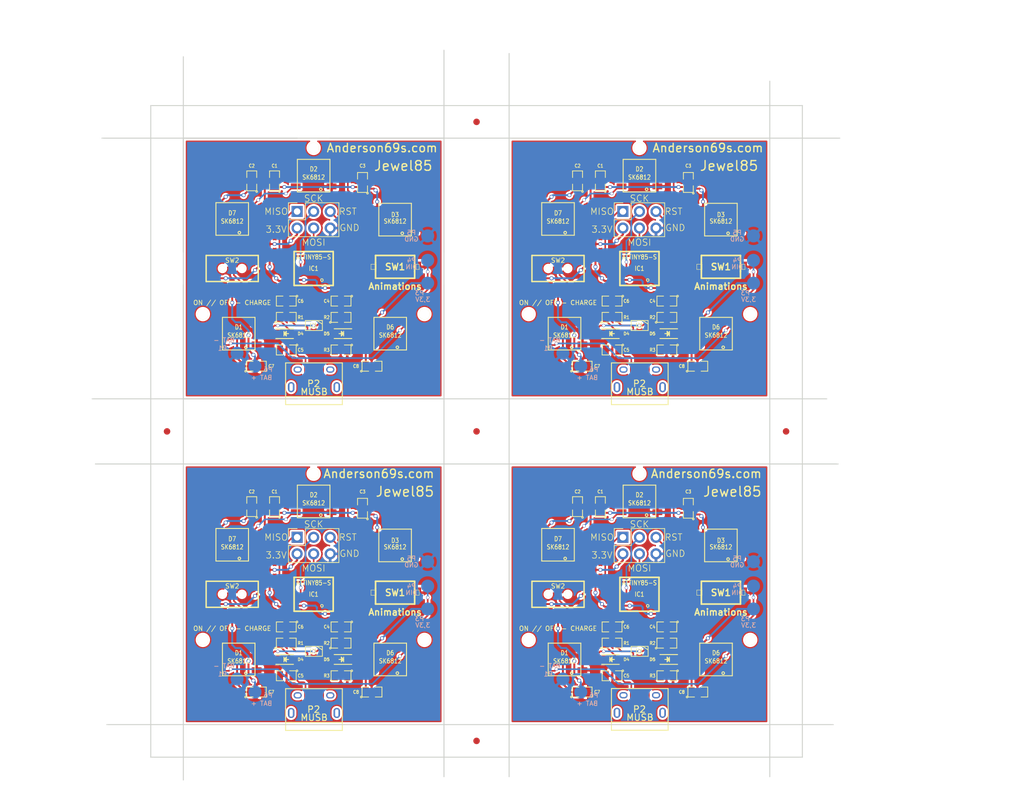
<source format=kicad_pcb>
(kicad_pcb (version 4) (host pcbnew 4.0.7)
  (layers (0 F.Cu signal) (31 B.Cu signal) (34 B.Paste user) (35 F.Paste user) (36 B.SilkS user) (37 F.SilkS user) (38 B.Mask user) (39 F.Mask user) (44 Edge.Cuts user))
  (net 0 "")
  (net 1 RST)
  (net 2 PB3)
  (net 3 PB4)
  (net 4 GND)
  (net 5 PB0)
  (net 6 PB1)
  (net 7 PB2)
  (net 8 +3V3)
  (net 9 "Net-(D1-Pad2)")
  (net 10 "Net-(D1-Pad4)")
  (net 11 "Net-(D2-Pad4)")
  (net 12 "Net-(D4-Pad1)")
  (net 13 "Net-(D5-Pad2)")
  (net 14 "Net-(R3-Pad2)")
  (net 15 "Net-(D2-Pad2)")
  (net 16 "Net-(D6-Pad2)")
  (net 17 "Net-(D4-Pad2)")
  (net 18 "Net-(P2-Pad3)")
  (net 19 "Net-(P2-Pad4)")
  (net 20 "Net-(P2-Pad2)")
  (net 21 "Net-(SW2-Pad1)")
  (net 22 "Net-(C5-Pad1)")
  (net 23 "Net-(C6-Pad1)")
  (net 24 "Net-(P6-Pad1)")
  (net 25 "Net-(SW2-Pad2)")
  (net 26 "Net-(SW2-Pad3)")
  (module Connectors:USB_Micro-B (layer F.Cu) (at 150.55 73.325)
    (fp_text reference P2 (at -0.05 0.6) (layer F.SilkS))
    (fp_text value MUSB (at 0.025 1.85) (layer F.SilkS))
    (pad 1 smd rect (at -1.3009 -1.56254 90) (size 1.35 0.4) (layers F.Cu F.Paste F.Mask) (net 22 "Net-(C5-Pad1)"))
    (pad 2 smd rect (at -0.6509 -1.56254 90) (size 1.35 0.4) (layers F.Cu F.Paste F.Mask) (net 20 "Net-(P2-Pad2)"))
    (pad 3 smd rect (at -0.0009 -1.56254 90) (size 1.35 0.4) (layers F.Cu F.Paste F.Mask) (net 18 "Net-(P2-Pad3)"))
    (pad 4 smd rect (at 0.6491 -1.56254 90) (size 1.35 0.4) (layers F.Cu F.Paste F.Mask) (net 19 "Net-(P2-Pad4)"))
    (pad 5 smd rect (at 1.2991 -1.56254 90) (size 1.35 0.4) (layers F.Cu F.Paste F.Mask) (net 4 GND))
    (pad 6 thru_hole oval (at -2.5009 -1.56254 90) (size 0.95 1.25) (drill oval 0.55 0.85) (layers *.Cu *.Mask))
    (pad 6 thru_hole oval (at 2.4991 -1.56254 90) (size 0.95 1.25) (drill oval 0.55 0.85) (layers *.Cu *.Mask))
    (pad 6 thru_hole oval (at -3.5009 1.13746 90) (size 1.55 1) (drill oval 1.15 0.5) (layers *.Cu *.Mask))
    (pad 6 thru_hole oval (at 3.4991 1.13746 90) (size 1.55 1) (drill oval 1.15 0.5) (layers *.Cu *.Mask))
  )
  (module Connectors:USB_Micro-B (layer F.Cu) (at 100.55 73.325)
    (fp_text reference P2 (at -0.05 0.6) (layer F.SilkS))
    (fp_text value MUSB (at 0.025 1.85) (layer F.SilkS))
    (pad 1 smd rect (at -1.3009 -1.56254 90) (size 1.35 0.4) (layers F.Cu F.Paste F.Mask) (net 22 "Net-(C5-Pad1)"))
    (pad 2 smd rect (at -0.6509 -1.56254 90) (size 1.35 0.4) (layers F.Cu F.Paste F.Mask) (net 20 "Net-(P2-Pad2)"))
    (pad 3 smd rect (at -0.0009 -1.56254 90) (size 1.35 0.4) (layers F.Cu F.Paste F.Mask) (net 18 "Net-(P2-Pad3)"))
    (pad 4 smd rect (at 0.6491 -1.56254 90) (size 1.35 0.4) (layers F.Cu F.Paste F.Mask) (net 19 "Net-(P2-Pad4)"))
    (pad 5 smd rect (at 1.2991 -1.56254 90) (size 1.35 0.4) (layers F.Cu F.Paste F.Mask) (net 4 GND))
    (pad 6 thru_hole oval (at -2.5009 -1.56254 90) (size 0.95 1.25) (drill oval 0.55 0.85) (layers *.Cu *.Mask))
    (pad 6 thru_hole oval (at 2.4991 -1.56254 90) (size 0.95 1.25) (drill oval 0.55 0.85) (layers *.Cu *.Mask))
    (pad 6 thru_hole oval (at -3.5009 1.13746 90) (size 1.55 1) (drill oval 1.15 0.5) (layers *.Cu *.Mask))
    (pad 6 thru_hole oval (at 3.4991 1.13746 90) (size 1.55 1) (drill oval 1.15 0.5) (layers *.Cu *.Mask))
  )
  (module Connectors:USB_Micro-B (layer F.Cu) (at 100.55 123.325)
    (fp_text reference P2 (at -0.05 0.6) (layer F.SilkS))
    (fp_text value MUSB (at 0.025 1.85) (layer F.SilkS))
    (pad 1 smd rect (at -1.3009 -1.56254 90) (size 1.35 0.4) (layers F.Cu F.Paste F.Mask) (net 22 "Net-(C5-Pad1)"))
    (pad 2 smd rect (at -0.6509 -1.56254 90) (size 1.35 0.4) (layers F.Cu F.Paste F.Mask) (net 20 "Net-(P2-Pad2)"))
    (pad 3 smd rect (at -0.0009 -1.56254 90) (size 1.35 0.4) (layers F.Cu F.Paste F.Mask) (net 18 "Net-(P2-Pad3)"))
    (pad 4 smd rect (at 0.6491 -1.56254 90) (size 1.35 0.4) (layers F.Cu F.Paste F.Mask) (net 19 "Net-(P2-Pad4)"))
    (pad 5 smd rect (at 1.2991 -1.56254 90) (size 1.35 0.4) (layers F.Cu F.Paste F.Mask) (net 4 GND))
    (pad 6 thru_hole oval (at -2.5009 -1.56254 90) (size 0.95 1.25) (drill oval 0.55 0.85) (layers *.Cu *.Mask))
    (pad 6 thru_hole oval (at 2.4991 -1.56254 90) (size 0.95 1.25) (drill oval 0.55 0.85) (layers *.Cu *.Mask))
    (pad 6 thru_hole oval (at -3.5009 1.13746 90) (size 1.55 1) (drill oval 1.15 0.5) (layers *.Cu *.Mask))
    (pad 6 thru_hole oval (at 3.4991 1.13746 90) (size 1.55 1) (drill oval 1.15 0.5) (layers *.Cu *.Mask))
  )
  (module domotab:Hole_1.6mm (layer F.Cu) (at 167.5 113.25)
    (fp_text reference H2 hide)
    (fp_text value HOLE_1.6MM hide)
    (pad "" np_thru_hole circle (at 0 0 270) (size 1.6 1.6) (drill 1.6) (layers *.Cu *.Mask F.SilkS) (clearance 0.09906))
  )
  (module domotab:Hole_1.6mm (layer F.Cu) (at 117.5 113.25)
    (fp_text reference H2 hide)
    (fp_text value HOLE_1.6MM hide)
    (pad "" np_thru_hole circle (at 0 0 270) (size 1.6 1.6) (drill 1.6) (layers *.Cu *.Mask F.SilkS) (clearance 0.09906))
  )
  (module domotab:Hole_1.6mm (layer F.Cu) (at 167.5 63.25)
    (fp_text reference H2 hide)
    (fp_text value HOLE_1.6MM hide)
    (pad "" np_thru_hole circle (at 0 0 270) (size 1.6 1.6) (drill 1.6) (layers *.Cu *.Mask F.SilkS) (clearance 0.09906))
  )
  (module domotab:SM0805 (layer F.Cu) (at 154.7025 111.25 180)
    (fp_text reference C4 (at 2.2025 0 360) (layer F.SilkS) (effects (font (size 0.508 0.4572) (thickness 0.09906))))
    (fp_text value 100nF hide)
    (pad 1 smd rect (at -0.9525 0 180) (size 0.889 1.397) (layers F.Cu F.Paste F.Mask) (net 8 +3V3))
    (pad 2 smd rect (at 0.9525 0 180) (size 0.889 1.397) (layers F.Cu F.Paste F.Mask) (net 4 GND))
  )
  (module domotab:SM0805 (layer F.Cu) (at 104.7025 111.25 180)
    (fp_text reference C4 (at 2.2025 0 360) (layer F.SilkS) (effects (font (size 0.508 0.4572) (thickness 0.09906))))
    (fp_text value 100nF hide)
    (pad 1 smd rect (at -0.9525 0 180) (size 0.889 1.397) (layers F.Cu F.Paste F.Mask) (net 8 +3V3))
    (pad 2 smd rect (at 0.9525 0 180) (size 0.889 1.397) (layers F.Cu F.Paste F.Mask) (net 4 GND))
  )
  (module domotab:SM0805 (layer F.Cu) (at 154.7025 61.25 180)
    (fp_text reference C4 (at 2.2025 0 360) (layer F.SilkS) (effects (font (size 0.508 0.4572) (thickness 0.09906))))
    (fp_text value 100nF hide)
    (pad 1 smd rect (at -0.9525 0 180) (size 0.889 1.397) (layers F.Cu F.Paste F.Mask) (net 8 +3V3))
    (pad 2 smd rect (at 0.9525 0 180) (size 0.889 1.397) (layers F.Cu F.Paste F.Mask) (net 4 GND))
  )
  (module domotab:SM0805 (layer F.Cu) (at 154.7025 113.75)
    (fp_text reference R2 (at -2.2025 0) (layer F.SilkS) (effects (font (size 0.508 0.4572) (thickness 0.09906))))
    (fp_text value 470 hide)
    (pad 1 smd rect (at -0.9525 0) (size 0.889 1.397) (layers F.Cu F.Paste F.Mask) (net 13 "Net-(D5-Pad2)"))
    (pad 2 smd rect (at 0.9525 0) (size 0.889 1.397) (layers F.Cu F.Paste F.Mask) (net 12 "Net-(D4-Pad1)"))
  )
  (module domotab:SM0805 (layer F.Cu) (at 104.7025 113.75)
    (fp_text reference R2 (at -2.2025 0) (layer F.SilkS) (effects (font (size 0.508 0.4572) (thickness 0.09906))))
    (fp_text value 470 hide)
    (pad 1 smd rect (at -0.9525 0) (size 0.889 1.397) (layers F.Cu F.Paste F.Mask) (net 13 "Net-(D5-Pad2)"))
    (pad 2 smd rect (at 0.9525 0) (size 0.889 1.397) (layers F.Cu F.Paste F.Mask) (net 12 "Net-(D4-Pad1)"))
  )
  (module domotab:SM0805 (layer F.Cu) (at 154.7025 63.75)
    (fp_text reference R2 (at -2.2025 0) (layer F.SilkS) (effects (font (size 0.508 0.4572) (thickness 0.09906))))
    (fp_text value 470 hide)
    (pad 1 smd rect (at -0.9525 0) (size 0.889 1.397) (layers F.Cu F.Paste F.Mask) (net 13 "Net-(D5-Pad2)"))
    (pad 2 smd rect (at 0.9525 0) (size 0.889 1.397) (layers F.Cu F.Paste F.Mask) (net 12 "Net-(D4-Pad1)"))
  )
  (module LEDs:LED_0805 (layer F.Cu) (at 154.7493 116.25 180)
    (fp_text reference D5 (at 2.2493 0 180) (layer F.SilkS) (effects (font (size 0.4572 0.4572) (thickness 0.1143))))
    (fp_text value "LED VERTE" hide)
    (pad 2 smd rect (at 1.04902 0) (size 1.19888 1.19888) (layers F.Cu F.Paste F.Mask) (net 13 "Net-(D5-Pad2)"))
    (pad 1 smd rect (at -1.04902 0) (size 1.19888 1.19888) (layers F.Cu F.Paste F.Mask) (net 4 GND))
  )
  (module LEDs:LED_0805 (layer F.Cu) (at 104.7493 116.25 180)
    (fp_text reference D5 (at 2.2493 0 180) (layer F.SilkS) (effects (font (size 0.4572 0.4572) (thickness 0.1143))))
    (fp_text value "LED VERTE" hide)
    (pad 2 smd rect (at 1.04902 0) (size 1.19888 1.19888) (layers F.Cu F.Paste F.Mask) (net 13 "Net-(D5-Pad2)"))
    (pad 1 smd rect (at -1.04902 0) (size 1.19888 1.19888) (layers F.Cu F.Paste F.Mask) (net 4 GND))
  )
  (module LEDs:LED_0805 (layer F.Cu) (at 154.7493 66.25 180)
    (fp_text reference D5 (at 2.2493 0 180) (layer F.SilkS) (effects (font (size 0.4572 0.4572) (thickness 0.1143))))
    (fp_text value "LED VERTE" hide)
    (pad 2 smd rect (at 1.04902 0) (size 1.19888 1.19888) (layers F.Cu F.Paste F.Mask) (net 13 "Net-(D5-Pad2)"))
    (pad 1 smd rect (at -1.04902 0) (size 1.19888 1.19888) (layers F.Cu F.Paste F.Mask) (net 4 GND))
  )
  (module domotab:WS2812B (layer F.Cu) (at 162.25 116.25)
    (fp_text reference D6 (at 0 -1) (layer F.SilkS) (effects (font (size 0.7 0.6) (thickness 0.11))))
    (fp_text value SK6812 (at 0 0.25) (layer F.SilkS) (effects (font (size 0.7 0.6) (thickness 0.11))))
    (pad 2 smd rect (at -2.75 1.65 180) (size 1.5 0.9) (layers F.Cu F.Paste F.Mask) (net 16 "Net-(D6-Pad2)"))
    (pad 3 smd rect (at 2.75 1.65 180) (size 1.5 0.9) (layers F.Cu F.Paste F.Mask) (net 4 GND))
    (pad 4 smd rect (at 2.75 -1.65 180) (size 1.5 0.9) (layers F.Cu F.Paste F.Mask) (net 9 "Net-(D1-Pad2)"))
    (pad 1 smd rect (at -2.75 -1.65 180) (size 1.5 0.9) (layers F.Cu F.Paste F.Mask) (net 8 +3V3))
  )
  (module domotab:WS2812B (layer F.Cu) (at 112.25 116.25)
    (fp_text reference D6 (at 0 -1) (layer F.SilkS) (effects (font (size 0.7 0.6) (thickness 0.11))))
    (fp_text value SK6812 (at 0 0.25) (layer F.SilkS) (effects (font (size 0.7 0.6) (thickness 0.11))))
    (pad 2 smd rect (at -2.75 1.65 180) (size 1.5 0.9) (layers F.Cu F.Paste F.Mask) (net 16 "Net-(D6-Pad2)"))
    (pad 3 smd rect (at 2.75 1.65 180) (size 1.5 0.9) (layers F.Cu F.Paste F.Mask) (net 4 GND))
    (pad 4 smd rect (at 2.75 -1.65 180) (size 1.5 0.9) (layers F.Cu F.Paste F.Mask) (net 9 "Net-(D1-Pad2)"))
    (pad 1 smd rect (at -2.75 -1.65 180) (size 1.5 0.9) (layers F.Cu F.Paste F.Mask) (net 8 +3V3))
  )
  (module domotab:WS2812B (layer F.Cu) (at 162.25 66.25)
    (fp_text reference D6 (at 0 -1) (layer F.SilkS) (effects (font (size 0.7 0.6) (thickness 0.11))))
    (fp_text value SK6812 (at 0 0.25) (layer F.SilkS) (effects (font (size 0.7 0.6) (thickness 0.11))))
    (pad 2 smd rect (at -2.75 1.65 180) (size 1.5 0.9) (layers F.Cu F.Paste F.Mask) (net 16 "Net-(D6-Pad2)"))
    (pad 3 smd rect (at 2.75 1.65 180) (size 1.5 0.9) (layers F.Cu F.Paste F.Mask) (net 4 GND))
    (pad 4 smd rect (at 2.75 -1.65 180) (size 1.5 0.9) (layers F.Cu F.Paste F.Mask) (net 9 "Net-(D1-Pad2)"))
    (pad 1 smd rect (at -2.75 -1.65 180) (size 1.5 0.9) (layers F.Cu F.Paste F.Mask) (net 8 +3V3))
  )
  (module domotab:SM0805 (layer F.Cu) (at 159.4525 121.25)
    (fp_text reference C8 (at -2.4525 0) (layer F.SilkS) (effects (font (size 0.508 0.4572) (thickness 0.09906))))
    (fp_text value 100nF hide)
    (pad 1 smd rect (at -0.9525 0) (size 0.889 1.397) (layers F.Cu F.Paste F.Mask) (net 8 +3V3))
    (pad 2 smd rect (at 0.9525 0) (size 0.889 1.397) (layers F.Cu F.Paste F.Mask) (net 4 GND))
  )
  (module domotab:SM0805 (layer F.Cu) (at 109.4525 121.25)
    (fp_text reference C8 (at -2.4525 0) (layer F.SilkS) (effects (font (size 0.508 0.4572) (thickness 0.09906))))
    (fp_text value 100nF hide)
    (pad 1 smd rect (at -0.9525 0) (size 0.889 1.397) (layers F.Cu F.Paste F.Mask) (net 8 +3V3))
    (pad 2 smd rect (at 0.9525 0) (size 0.889 1.397) (layers F.Cu F.Paste F.Mask) (net 4 GND))
  )
  (module domotab:SM0805 (layer F.Cu) (at 159.4525 71.25)
    (fp_text reference C8 (at -2.4525 0) (layer F.SilkS) (effects (font (size 0.508 0.4572) (thickness 0.09906))))
    (fp_text value 100nF hide)
    (pad 1 smd rect (at -0.9525 0) (size 0.889 1.397) (layers F.Cu F.Paste F.Mask) (net 8 +3V3))
    (pad 2 smd rect (at 0.9525 0) (size 0.889 1.397) (layers F.Cu F.Paste F.Mask) (net 4 GND))
  )
  (module domotab:SM0805 (layer F.Cu) (at 154.7025 118.75 180)
    (fp_text reference R3 (at 2.2025 0 180) (layer F.SilkS) (effects (font (size 0.508 0.4572) (thickness 0.09906))))
    (fp_text value 10K hide)
    (pad 1 smd rect (at -0.9525 0 180) (size 0.889 1.397) (layers F.Cu F.Paste F.Mask) (net 4 GND))
    (pad 2 smd rect (at 0.9525 0 180) (size 0.889 1.397) (layers F.Cu F.Paste F.Mask) (net 14 "Net-(R3-Pad2)"))
  )
  (module domotab:SM0805 (layer F.Cu) (at 104.7025 118.75 180)
    (fp_text reference R3 (at 2.2025 0 180) (layer F.SilkS) (effects (font (size 0.508 0.4572) (thickness 0.09906))))
    (fp_text value 5K hide)
    (pad 1 smd rect (at -0.9525 0 180) (size 0.889 1.397) (layers F.Cu F.Paste F.Mask) (net 4 GND))
    (pad 2 smd rect (at 0.9525 0 180) (size 0.889 1.397) (layers F.Cu F.Paste F.Mask) (net 14 "Net-(R3-Pad2)"))
  )
  (module domotab:SM0805 (layer F.Cu) (at 154.7025 68.75 180)
    (fp_text reference R3 (at 2.2025 0 180) (layer F.SilkS) (effects (font (size 0.508 0.4572) (thickness 0.09906))))
    (fp_text value 5K hide)
    (pad 1 smd rect (at -0.9525 0 180) (size 0.889 1.397) (layers F.Cu F.Paste F.Mask) (net 4 GND))
    (pad 2 smd rect (at 0.9525 0 180) (size 0.889 1.397) (layers F.Cu F.Paste F.Mask) (net 14 "Net-(R3-Pad2)"))
  )
  (module domotab:SM0805 (layer F.Cu) (at 146.2975 118.75 180)
    (fp_text reference C5 (at -2.2025 0 180) (layer F.SilkS) (effects (font (size 0.508 0.4572) (thickness 0.09906))))
    (fp_text value 10μF hide)
    (pad 1 smd rect (at -0.9525 0 180) (size 0.889 1.397) (layers F.Cu F.Paste F.Mask) (net 22 "Net-(C5-Pad1)"))
    (pad 2 smd rect (at 0.9525 0 180) (size 0.889 1.397) (layers F.Cu F.Paste F.Mask) (net 4 GND))
  )
  (module domotab:SM0805 (layer F.Cu) (at 96.2975 118.75 180)
    (fp_text reference C5 (at -2.2025 0 180) (layer F.SilkS) (effects (font (size 0.508 0.4572) (thickness 0.09906))))
    (fp_text value 10μF hide)
    (pad 1 smd rect (at -0.9525 0 180) (size 0.889 1.397) (layers F.Cu F.Paste F.Mask) (net 22 "Net-(C5-Pad1)"))
    (pad 2 smd rect (at 0.9525 0 180) (size 0.889 1.397) (layers F.Cu F.Paste F.Mask) (net 4 GND))
  )
  (module domotab:SM0805 (layer F.Cu) (at 146.2975 68.75 180)
    (fp_text reference C5 (at -2.2025 0 180) (layer F.SilkS) (effects (font (size 0.508 0.4572) (thickness 0.09906))))
    (fp_text value 10μF hide)
    (pad 1 smd rect (at -0.9525 0 180) (size 0.889 1.397) (layers F.Cu F.Paste F.Mask) (net 22 "Net-(C5-Pad1)"))
    (pad 2 smd rect (at 0.9525 0 180) (size 0.889 1.397) (layers F.Cu F.Paste F.Mask) (net 4 GND))
  )
  (module domotab:PADS_CONNEXION (layer F.Cu) (at 168 105)
    (fp_text reference P4 (at -2.5 0) (layer B.SilkS) (effects (font (size 0.7 0.7) (thickness 0.11)) (justify mirror)))
    (fp_text value DIN (at -2.5 1) (layer B.SilkS) (effects (font (size 0.7 0.7) (thickness 0.11)) (justify mirror)))
    (pad 1 smd circle (at 0 0) (size 2 2) (layers B.Cu B.Paste B.Mask) (net 16 "Net-(D6-Pad2)"))
  )
  (module domotab:PADS_CONNEXION (layer F.Cu) (at 118 105)
    (fp_text reference P4 (at -2.5 0) (layer B.SilkS) (effects (font (size 0.7 0.7) (thickness 0.11)) (justify mirror)))
    (fp_text value DIN (at -2.5 1) (layer B.SilkS) (effects (font (size 0.7 0.7) (thickness 0.11)) (justify mirror)))
    (pad 1 smd circle (at 0 0) (size 2 2) (layers B.Cu B.Paste B.Mask) (net 16 "Net-(D6-Pad2)"))
  )
  (module domotab:PADS_CONNEXION (layer F.Cu) (at 168 55)
    (fp_text reference P4 (at -2.5 0) (layer B.SilkS) (effects (font (size 0.7 0.7) (thickness 0.11)) (justify mirror)))
    (fp_text value DIN (at -2.5 1) (layer B.SilkS) (effects (font (size 0.7 0.7) (thickness 0.11)) (justify mirror)))
    (pad 1 smd circle (at 0 0) (size 2 2) (layers B.Cu B.Paste B.Mask) (net 16 "Net-(D6-Pad2)"))
  )
  (module domotab:PADS_CONNEXION (layer F.Cu) (at 168 108.5)
    (fp_text reference P3 (at -1.25 1.5) (layer B.SilkS) (effects (font (size 0.7 0.7) (thickness 0.11)) (justify mirror)))
    (fp_text value 3,3V (at -0.75 2.5) (layer B.SilkS) (effects (font (size 0.7 0.7) (thickness 0.11)) (justify mirror)))
    (pad 1 smd circle (at 0 0) (size 2 2) (layers B.Cu B.Paste B.Mask) (net 8 +3V3))
  )
  (module domotab:PADS_CONNEXION (layer F.Cu) (at 118 108.5)
    (fp_text reference P3 (at -1.25 1.5) (layer B.SilkS) (effects (font (size 0.7 0.7) (thickness 0.11)) (justify mirror)))
    (fp_text value 3,3V (at -0.75 2.5) (layer B.SilkS) (effects (font (size 0.7 0.7) (thickness 0.11)) (justify mirror)))
    (pad 1 smd circle (at 0 0) (size 2 2) (layers B.Cu B.Paste B.Mask) (net 8 +3V3))
  )
  (module domotab:PADS_CONNEXION (layer F.Cu) (at 168 58.5)
    (fp_text reference P3 (at -1.25 1.5) (layer B.SilkS) (effects (font (size 0.7 0.7) (thickness 0.11)) (justify mirror)))
    (fp_text value 3,3V (at -0.75 2.5) (layer B.SilkS) (effects (font (size 0.7 0.7) (thickness 0.11)) (justify mirror)))
    (pad 1 smd circle (at 0 0) (size 2 2) (layers B.Cu B.Paste B.Mask) (net 8 +3V3))
  )
  (module domotab:PADS_CONNEXION (layer F.Cu) (at 168 101.25)
    (fp_text reference P5 (at -2.5 -0.5) (layer B.SilkS) (effects (font (size 0.7 0.7) (thickness 0.11)) (justify mirror)))
    (fp_text value GND (at -2.5 0.5) (layer B.SilkS) (effects (font (size 0.7 0.7) (thickness 0.11)) (justify mirror)))
    (pad 1 smd circle (at 0 0) (size 2 2) (layers B.Cu B.Paste B.Mask) (net 4 GND))
  )
  (module domotab:PADS_CONNEXION (layer F.Cu) (at 118 101.25)
    (fp_text reference P5 (at -2.5 -0.5) (layer B.SilkS) (effects (font (size 0.7 0.7) (thickness 0.11)) (justify mirror)))
    (fp_text value GND (at -2.5 0.5) (layer B.SilkS) (effects (font (size 0.7 0.7) (thickness 0.11)) (justify mirror)))
    (pad 1 smd circle (at 0 0) (size 2 2) (layers B.Cu B.Paste B.Mask) (net 4 GND))
  )
  (module domotab:PADS_CONNEXION (layer F.Cu) (at 168 51.25)
    (fp_text reference P5 (at -2.5 -0.5) (layer B.SilkS) (effects (font (size 0.7 0.7) (thickness 0.11)) (justify mirror)))
    (fp_text value GND (at -2.5 0.5) (layer B.SilkS) (effects (font (size 0.7 0.7) (thickness 0.11)) (justify mirror)))
    (pad 1 smd circle (at 0 0) (size 2 2) (layers B.Cu B.Paste B.Mask) (net 4 GND))
  )
  (module domotab:SWITCH_CMS (layer F.Cu) (at 163 106)
    (fp_text reference SW1 (at 0 0) (layer F.SilkS) (effects (font (thickness 0.2))))
    (fp_text value Animations (at 0 3) (layer F.SilkS) (effects (font (thickness 0.2))))
    (pad 1 smd rect (at -2.99974 0) (size 1.99898 1.6002) (layers F.Cu F.Paste F.Mask) (net 2 PB3))
    (pad 2 smd rect (at 2.99974 0) (size 1.99898 1.6002) (layers F.Cu F.Paste F.Mask) (net 4 GND))
  )
  (module domotab:SWITCH_CMS (layer F.Cu) (at 113 106)
    (fp_text reference SW1 (at 0 0) (layer F.SilkS) (effects (font (thickness 0.2))))
    (fp_text value Animations (at 0 3) (layer F.SilkS) (effects (font (thickness 0.2))))
    (pad 1 smd rect (at -2.99974 0) (size 1.99898 1.6002) (layers F.Cu F.Paste F.Mask) (net 2 PB3))
    (pad 2 smd rect (at 2.99974 0) (size 1.99898 1.6002) (layers F.Cu F.Paste F.Mask) (net 4 GND))
  )
  (module domotab:SWITCH_CMS (layer F.Cu) (at 163 56)
    (fp_text reference SW1 (at 0 0) (layer F.SilkS) (effects (font (thickness 0.2))))
    (fp_text value Animations (at 0 3) (layer F.SilkS) (effects (font (thickness 0.2))))
    (pad 1 smd rect (at -2.99974 0) (size 1.99898 1.6002) (layers F.Cu F.Paste F.Mask) (net 2 PB3))
    (pad 2 smd rect (at 2.99974 0) (size 1.99898 1.6002) (layers F.Cu F.Paste F.Mask) (net 4 GND))
  )
  (module domotab:SM0805 (layer F.Cu) (at 158 93.0475 90)
    (fp_text reference C3 (at 2.5475 0 180) (layer F.SilkS) (effects (font (size 0.508 0.4572) (thickness 0.09906))))
    (fp_text value 100nF hide)
    (pad 1 smd rect (at -0.9525 0 90) (size 0.889 1.397) (layers F.Cu F.Paste F.Mask) (net 8 +3V3))
    (pad 2 smd rect (at 0.9525 0 90) (size 0.889 1.397) (layers F.Cu F.Paste F.Mask) (net 4 GND))
  )
  (module domotab:SM0805 (layer F.Cu) (at 108 93.0475 90)
    (fp_text reference C3 (at 2.5475 0 180) (layer F.SilkS) (effects (font (size 0.508 0.4572) (thickness 0.09906))))
    (fp_text value 100nF hide)
    (pad 1 smd rect (at -0.9525 0 90) (size 0.889 1.397) (layers F.Cu F.Paste F.Mask) (net 8 +3V3))
    (pad 2 smd rect (at 0.9525 0 90) (size 0.889 1.397) (layers F.Cu F.Paste F.Mask) (net 4 GND))
  )
  (module domotab:SM0805 (layer F.Cu) (at 158 43.0475 90)
    (fp_text reference C3 (at 2.5475 0 180) (layer F.SilkS) (effects (font (size 0.508 0.4572) (thickness 0.09906))))
    (fp_text value 100nF hide)
    (pad 1 smd rect (at -0.9525 0 90) (size 0.889 1.397) (layers F.Cu F.Paste F.Mask) (net 8 +3V3))
    (pad 2 smd rect (at 0.9525 0 90) (size 0.889 1.397) (layers F.Cu F.Paste F.Mask) (net 4 GND))
  )
  (module domotab:WS2812B (layer F.Cu) (at 163 98.75)
    (fp_text reference D3 (at 0 -0.75) (layer F.SilkS) (effects (font (size 0.7 0.6) (thickness 0.11))))
    (fp_text value SK6812 (at 0 0.25) (layer F.SilkS) (effects (font (size 0.7 0.6) (thickness 0.11))))
    (pad 2 smd rect (at -2.75 1.65 180) (size 1.5 0.9) (layers F.Cu F.Paste F.Mask) (net 11 "Net-(D2-Pad4)"))
    (pad 3 smd rect (at 2.75 1.65 180) (size 1.5 0.9) (layers F.Cu F.Paste F.Mask) (net 4 GND))
    (pad 4 smd rect (at 2.75 -1.65 180) (size 1.5 0.9) (layers F.Cu F.Paste F.Mask) (net 3 PB4))
    (pad 1 smd rect (at -2.75 -1.65 180) (size 1.5 0.9) (layers F.Cu F.Paste F.Mask) (net 8 +3V3))
  )
  (module domotab:WS2812B (layer F.Cu) (at 113 98.75)
    (fp_text reference D3 (at 0 -0.75) (layer F.SilkS) (effects (font (size 0.7 0.6) (thickness 0.11))))
    (fp_text value SK6812 (at 0 0.25) (layer F.SilkS) (effects (font (size 0.7 0.6) (thickness 0.11))))
    (pad 2 smd rect (at -2.75 1.65 180) (size 1.5 0.9) (layers F.Cu F.Paste F.Mask) (net 11 "Net-(D2-Pad4)"))
    (pad 3 smd rect (at 2.75 1.65 180) (size 1.5 0.9) (layers F.Cu F.Paste F.Mask) (net 4 GND))
    (pad 4 smd rect (at 2.75 -1.65 180) (size 1.5 0.9) (layers F.Cu F.Paste F.Mask) (net 3 PB4))
    (pad 1 smd rect (at -2.75 -1.65 180) (size 1.5 0.9) (layers F.Cu F.Paste F.Mask) (net 8 +3V3))
  )
  (module domotab:WS2812B (layer F.Cu) (at 163 48.75)
    (fp_text reference D3 (at 0 -0.75) (layer F.SilkS) (effects (font (size 0.7 0.6) (thickness 0.11))))
    (fp_text value SK6812 (at 0 0.25) (layer F.SilkS) (effects (font (size 0.7 0.6) (thickness 0.11))))
    (pad 2 smd rect (at -2.75 1.65 180) (size 1.5 0.9) (layers F.Cu F.Paste F.Mask) (net 11 "Net-(D2-Pad4)"))
    (pad 3 smd rect (at 2.75 1.65 180) (size 1.5 0.9) (layers F.Cu F.Paste F.Mask) (net 4 GND))
    (pad 4 smd rect (at 2.75 -1.65 180) (size 1.5 0.9) (layers F.Cu F.Paste F.Mask) (net 3 PB4))
    (pad 1 smd rect (at -2.75 -1.65 180) (size 1.5 0.9) (layers F.Cu F.Paste F.Mask) (net 8 +3V3))
  )
  (module domotab:SM0805 (layer F.Cu) (at 144.5 92.7975 90)
    (fp_text reference C1 (at 2.2975 0 180) (layer F.SilkS) (effects (font (size 0.508 0.4572) (thickness 0.09906))))
    (fp_text value 100nF hide)
    (pad 1 smd rect (at -0.9525 0 90) (size 0.889 1.397) (layers F.Cu F.Paste F.Mask) (net 8 +3V3))
    (pad 2 smd rect (at 0.9525 0 90) (size 0.889 1.397) (layers F.Cu F.Paste F.Mask) (net 4 GND))
  )
  (module domotab:SM0805 (layer F.Cu) (at 94.5 92.7975 90)
    (fp_text reference C1 (at 2.2975 0 180) (layer F.SilkS) (effects (font (size 0.508 0.4572) (thickness 0.09906))))
    (fp_text value 100nF hide)
    (pad 1 smd rect (at -0.9525 0 90) (size 0.889 1.397) (layers F.Cu F.Paste F.Mask) (net 8 +3V3))
    (pad 2 smd rect (at 0.9525 0 90) (size 0.889 1.397) (layers F.Cu F.Paste F.Mask) (net 4 GND))
  )
  (module domotab:SM0805 (layer F.Cu) (at 144.5 42.7975 90)
    (fp_text reference C1 (at 2.2975 0 180) (layer F.SilkS) (effects (font (size 0.508 0.4572) (thickness 0.09906))))
    (fp_text value 100nF hide)
    (pad 1 smd rect (at -0.9525 0 90) (size 0.889 1.397) (layers F.Cu F.Paste F.Mask) (net 8 +3V3))
    (pad 2 smd rect (at 0.9525 0 90) (size 0.889 1.397) (layers F.Cu F.Paste F.Mask) (net 4 GND))
  )
  (module Socket_Strips:Socket_Strip_Straight_2x03_Pitch2.54mm (layer F.Cu) (at 147.96 97.5 90)
    (fp_text reference J1 hide)
    (fp_text value PROG hide)
    (pad 1 thru_hole rect (at 0 0 90) (size 1.7 1.7) (drill 1) (layers *.Cu *.Mask) (net 6 PB1))
    (pad 2 thru_hole oval (at -2.54 0 90) (size 1.7 1.7) (drill 1) (layers *.Cu *.Mask) (net 8 +3V3))
    (pad 3 thru_hole oval (at 0 2.54 90) (size 1.7 1.7) (drill 1) (layers *.Cu *.Mask) (net 7 PB2))
    (pad 4 thru_hole oval (at -2.54 2.54 90) (size 1.7 1.7) (drill 1) (layers *.Cu *.Mask) (net 5 PB0))
    (pad 5 thru_hole oval (at 0 5.08 90) (size 1.7 1.7) (drill 1) (layers *.Cu *.Mask) (net 1 RST))
    (pad 6 thru_hole oval (at -2.54 5.08 90) (size 1.7 1.7) (drill 1) (layers *.Cu *.Mask) (net 4 GND))
  )
  (module Socket_Strips:Socket_Strip_Straight_2x03_Pitch2.54mm (layer F.Cu) (at 97.96 97.5 90)
    (fp_text reference J1 hide)
    (fp_text value PROG hide)
    (pad 1 thru_hole rect (at 0 0 90) (size 1.7 1.7) (drill 1) (layers *.Cu *.Mask) (net 6 PB1))
    (pad 2 thru_hole oval (at -2.54 0 90) (size 1.7 1.7) (drill 1) (layers *.Cu *.Mask) (net 8 +3V3))
    (pad 3 thru_hole oval (at 0 2.54 90) (size 1.7 1.7) (drill 1) (layers *.Cu *.Mask) (net 7 PB2))
    (pad 4 thru_hole oval (at -2.54 2.54 90) (size 1.7 1.7) (drill 1) (layers *.Cu *.Mask) (net 5 PB0))
    (pad 5 thru_hole oval (at 0 5.08 90) (size 1.7 1.7) (drill 1) (layers *.Cu *.Mask) (net 1 RST))
    (pad 6 thru_hole oval (at -2.54 5.08 90) (size 1.7 1.7) (drill 1) (layers *.Cu *.Mask) (net 4 GND))
  )
  (module Socket_Strips:Socket_Strip_Straight_2x03_Pitch2.54mm (layer F.Cu) (at 147.96 47.5 90)
    (fp_text reference J1 hide)
    (fp_text value PROG hide)
    (pad 1 thru_hole rect (at 0 0 90) (size 1.7 1.7) (drill 1) (layers *.Cu *.Mask) (net 6 PB1))
    (pad 2 thru_hole oval (at -2.54 0 90) (size 1.7 1.7) (drill 1) (layers *.Cu *.Mask) (net 8 +3V3))
    (pad 3 thru_hole oval (at 0 2.54 90) (size 1.7 1.7) (drill 1) (layers *.Cu *.Mask) (net 7 PB2))
    (pad 4 thru_hole oval (at -2.54 2.54 90) (size 1.7 1.7) (drill 1) (layers *.Cu *.Mask) (net 5 PB0))
    (pad 5 thru_hole oval (at 0 5.08 90) (size 1.7 1.7) (drill 1) (layers *.Cu *.Mask) (net 1 RST))
    (pad 6 thru_hole oval (at -2.54 5.08 90) (size 1.7 1.7) (drill 1) (layers *.Cu *.Mask) (net 4 GND))
  )
  (module domotab:WS2812B (layer F.Cu) (at 150.5 92)
    (fp_text reference D2 (at 0 -1) (layer F.SilkS) (effects (font (size 0.7 0.6) (thickness 0.11))))
    (fp_text value SK6812 (at 0 0.25) (layer F.SilkS) (effects (font (size 0.7 0.6) (thickness 0.11))))
    (pad 2 smd rect (at -2.75 1.65 180) (size 1.5 0.9) (layers F.Cu F.Paste F.Mask) (net 15 "Net-(D2-Pad2)"))
    (pad 3 smd rect (at 2.75 1.65 180) (size 1.5 0.9) (layers F.Cu F.Paste F.Mask) (net 4 GND))
    (pad 4 smd rect (at 2.75 -1.65 180) (size 1.5 0.9) (layers F.Cu F.Paste F.Mask) (net 11 "Net-(D2-Pad4)"))
    (pad 1 smd rect (at -2.75 -1.65 180) (size 1.5 0.9) (layers F.Cu F.Paste F.Mask) (net 8 +3V3))
  )
  (module domotab:WS2812B (layer F.Cu) (at 100.5 92)
    (fp_text reference D2 (at 0 -1) (layer F.SilkS) (effects (font (size 0.7 0.6) (thickness 0.11))))
    (fp_text value SK6812 (at 0 0.25) (layer F.SilkS) (effects (font (size 0.7 0.6) (thickness 0.11))))
    (pad 2 smd rect (at -2.75 1.65 180) (size 1.5 0.9) (layers F.Cu F.Paste F.Mask) (net 15 "Net-(D2-Pad2)"))
    (pad 3 smd rect (at 2.75 1.65 180) (size 1.5 0.9) (layers F.Cu F.Paste F.Mask) (net 4 GND))
    (pad 4 smd rect (at 2.75 -1.65 180) (size 1.5 0.9) (layers F.Cu F.Paste F.Mask) (net 11 "Net-(D2-Pad4)"))
    (pad 1 smd rect (at -2.75 -1.65 180) (size 1.5 0.9) (layers F.Cu F.Paste F.Mask) (net 8 +3V3))
  )
  (module domotab:WS2812B (layer F.Cu) (at 150.5 42)
    (fp_text reference D2 (at 0 -1) (layer F.SilkS) (effects (font (size 0.7 0.6) (thickness 0.11))))
    (fp_text value SK6812 (at 0 0.25) (layer F.SilkS) (effects (font (size 0.7 0.6) (thickness 0.11))))
    (pad 2 smd rect (at -2.75 1.65 180) (size 1.5 0.9) (layers F.Cu F.Paste F.Mask) (net 15 "Net-(D2-Pad2)"))
    (pad 3 smd rect (at 2.75 1.65 180) (size 1.5 0.9) (layers F.Cu F.Paste F.Mask) (net 4 GND))
    (pad 4 smd rect (at 2.75 -1.65 180) (size 1.5 0.9) (layers F.Cu F.Paste F.Mask) (net 11 "Net-(D2-Pad4)"))
    (pad 1 smd rect (at -2.75 -1.65 180) (size 1.5 0.9) (layers F.Cu F.Paste F.Mask) (net 8 +3V3))
  )
  (module domotab:SM0805 (layer F.Cu) (at 141 92.7975 90)
    (fp_text reference C2 (at 2.2975 0 180) (layer F.SilkS) (effects (font (size 0.508 0.4572) (thickness 0.09906))))
    (fp_text value 100nF hide)
    (pad 1 smd rect (at -0.9525 0 90) (size 0.889 1.397) (layers F.Cu F.Paste F.Mask) (net 8 +3V3))
    (pad 2 smd rect (at 0.9525 0 90) (size 0.889 1.397) (layers F.Cu F.Paste F.Mask) (net 4 GND))
  )
  (module domotab:SM0805 (layer F.Cu) (at 91 92.7975 90)
    (fp_text reference C2 (at 2.2975 0 180) (layer F.SilkS) (effects (font (size 0.508 0.4572) (thickness 0.09906))))
    (fp_text value 100nF hide)
    (pad 1 smd rect (at -0.9525 0 90) (size 0.889 1.397) (layers F.Cu F.Paste F.Mask) (net 8 +3V3))
    (pad 2 smd rect (at 0.9525 0 90) (size 0.889 1.397) (layers F.Cu F.Paste F.Mask) (net 4 GND))
  )
  (module domotab:SM0805 (layer F.Cu) (at 141 42.7975 90)
    (fp_text reference C2 (at 2.2975 0 180) (layer F.SilkS) (effects (font (size 0.508 0.4572) (thickness 0.09906))))
    (fp_text value 100nF hide)
    (pad 1 smd rect (at -0.9525 0 90) (size 0.889 1.397) (layers F.Cu F.Paste F.Mask) (net 8 +3V3))
    (pad 2 smd rect (at 0.9525 0 90) (size 0.889 1.397) (layers F.Cu F.Paste F.Mask) (net 4 GND))
  )
  (module domotab:Hole_1.6mm (layer F.Cu) (at 150.5 87.75)
    (fp_text reference H1 hide)
    (fp_text value HOLE_1.6MM hide)
    (pad "" np_thru_hole circle (at 0 0 270) (size 1.6 1.6) (drill 1.6) (layers *.Cu *.Mask F.SilkS) (clearance 0.09906))
  )
  (module domotab:Hole_1.6mm (layer F.Cu) (at 100.5 87.75)
    (fp_text reference H1 hide)
    (fp_text value HOLE_1.6MM hide)
    (pad "" np_thru_hole circle (at 0 0 270) (size 1.6 1.6) (drill 1.6) (layers *.Cu *.Mask F.SilkS) (clearance 0.09906))
  )
  (module domotab:Hole_1.6mm (layer F.Cu) (at 150.5 37.75)
    (fp_text reference H1 hide)
    (fp_text value HOLE_1.6MM hide)
    (pad "" np_thru_hole circle (at 0 0 270) (size 1.6 1.6) (drill 1.6) (layers *.Cu *.Mask F.SilkS) (clearance 0.09906))
  )
  (module domotab:PADS_CONNEXION (layer F.Cu) (at 138.75 119.25)
    (fp_text reference P1 (at -2.25 -0.75) (layer B.SilkS) (effects (font (size 0.7 0.7) (thickness 0.11)) (justify mirror)))
    (fp_text value "BAT -" (at -2 -2) (layer B.SilkS) (effects (font (size 0.7 0.7) (thickness 0.11)) (justify mirror)))
    (pad 1 smd circle (at 0 0) (size 2 2) (layers B.Cu B.Paste B.Mask) (net 4 GND))
  )
  (module domotab:PADS_CONNEXION (layer F.Cu) (at 88.75 119.25)
    (fp_text reference P1 (at -2.25 -0.75) (layer B.SilkS) (effects (font (size 0.7 0.7) (thickness 0.11)) (justify mirror)))
    (fp_text value "BAT -" (at -2 -2) (layer B.SilkS) (effects (font (size 0.7 0.7) (thickness 0.11)) (justify mirror)))
    (pad 1 smd circle (at 0 0) (size 2 2) (layers B.Cu B.Paste B.Mask) (net 4 GND))
  )
  (module domotab:PADS_CONNEXION (layer F.Cu) (at 138.75 69.25)
    (fp_text reference P1 (at -2.25 -0.75) (layer B.SilkS) (effects (font (size 0.7 0.7) (thickness 0.11)) (justify mirror)))
    (fp_text value "BAT -" (at -2 -2) (layer B.SilkS) (effects (font (size 0.7 0.7) (thickness 0.11)) (justify mirror)))
    (pad 1 smd circle (at 0 0) (size 2 2) (layers B.Cu B.Paste B.Mask) (net 4 GND))
  )
  (module domotab:WS2812B (layer F.Cu) (at 139 116.25)
    (fp_text reference D1 (at 0 -1) (layer F.SilkS) (effects (font (size 0.7 0.6) (thickness 0.11))))
    (fp_text value SK6812 (at 0 0.25) (layer F.SilkS) (effects (font (size 0.7 0.6) (thickness 0.11))))
    (pad 2 smd rect (at -2.75 1.65 180) (size 1.5 0.9) (layers F.Cu F.Paste F.Mask) (net 9 "Net-(D1-Pad2)"))
    (pad 3 smd rect (at 2.75 1.65 180) (size 1.5 0.9) (layers F.Cu F.Paste F.Mask) (net 4 GND))
    (pad 4 smd rect (at 2.75 -1.65 180) (size 1.5 0.9) (layers F.Cu F.Paste F.Mask) (net 10 "Net-(D1-Pad4)"))
    (pad 1 smd rect (at -2.75 -1.65 180) (size 1.5 0.9) (layers F.Cu F.Paste F.Mask) (net 8 +3V3))
  )
  (module domotab:WS2812B (layer F.Cu) (at 89 116.25)
    (fp_text reference D1 (at 0 -1) (layer F.SilkS) (effects (font (size 0.7 0.6) (thickness 0.11))))
    (fp_text value SK6812 (at 0 0.25) (layer F.SilkS) (effects (font (size 0.7 0.6) (thickness 0.11))))
    (pad 2 smd rect (at -2.75 1.65 180) (size 1.5 0.9) (layers F.Cu F.Paste F.Mask) (net 9 "Net-(D1-Pad2)"))
    (pad 3 smd rect (at 2.75 1.65 180) (size 1.5 0.9) (layers F.Cu F.Paste F.Mask) (net 4 GND))
    (pad 4 smd rect (at 2.75 -1.65 180) (size 1.5 0.9) (layers F.Cu F.Paste F.Mask) (net 10 "Net-(D1-Pad4)"))
    (pad 1 smd rect (at -2.75 -1.65 180) (size 1.5 0.9) (layers F.Cu F.Paste F.Mask) (net 8 +3V3))
  )
  (module domotab:WS2812B (layer F.Cu) (at 139 66.25)
    (fp_text reference D1 (at 0 -1) (layer F.SilkS) (effects (font (size 0.7 0.6) (thickness 0.11))))
    (fp_text value SK6812 (at 0 0.25) (layer F.SilkS) (effects (font (size 0.7 0.6) (thickness 0.11))))
    (pad 2 smd rect (at -2.75 1.65 180) (size 1.5 0.9) (layers F.Cu F.Paste F.Mask) (net 9 "Net-(D1-Pad2)"))
    (pad 3 smd rect (at 2.75 1.65 180) (size 1.5 0.9) (layers F.Cu F.Paste F.Mask) (net 4 GND))
    (pad 4 smd rect (at 2.75 -1.65 180) (size 1.5 0.9) (layers F.Cu F.Paste F.Mask) (net 10 "Net-(D1-Pad4)"))
    (pad 1 smd rect (at -2.75 -1.65 180) (size 1.5 0.9) (layers F.Cu F.Paste F.Mask) (net 8 +3V3))
  )
  (module domotab:PADS_CONNEXION (layer F.Cu) (at 141.5 121.25)
    (fp_text reference P6 (at 2 0.5) (layer B.SilkS) (effects (font (size 0.7 0.7) (thickness 0.11)) (justify mirror)))
    (fp_text value "BAT +" (at 1 1.75) (layer B.SilkS) (effects (font (size 0.7 0.7) (thickness 0.11)) (justify mirror)))
    (pad 1 smd circle (at 0 0) (size 2 2) (layers B.Cu B.Paste B.Mask) (net 24 "Net-(P6-Pad1)"))
  )
  (module domotab:PADS_CONNEXION (layer F.Cu) (at 91.5 121.25)
    (fp_text reference P6 (at 2 0.5) (layer B.SilkS) (effects (font (size 0.7 0.7) (thickness 0.11)) (justify mirror)))
    (fp_text value "BAT +" (at 1 1.75) (layer B.SilkS) (effects (font (size 0.7 0.7) (thickness 0.11)) (justify mirror)))
    (pad 1 smd circle (at 0 0) (size 2 2) (layers B.Cu B.Paste B.Mask) (net 24 "Net-(P6-Pad1)"))
  )
  (module domotab:PADS_CONNEXION (layer F.Cu) (at 141.5 71.25)
    (fp_text reference P6 (at 2 0.5) (layer B.SilkS) (effects (font (size 0.7 0.7) (thickness 0.11)) (justify mirror)))
    (fp_text value "BAT +" (at 1 1.75) (layer B.SilkS) (effects (font (size 0.7 0.7) (thickness 0.11)) (justify mirror)))
    (pad 1 smd circle (at 0 0) (size 2 2) (layers B.Cu B.Paste B.Mask) (net 24 "Net-(P6-Pad1)"))
  )
  (module domotab:SM0805 (layer F.Cu) (at 141.7025 121.25)
    (fp_text reference C7 (at 2.2975 0) (layer F.SilkS) (effects (font (size 0.508 0.4572) (thickness 0.09906))))
    (fp_text value 100nF hide)
    (pad 1 smd rect (at -0.9525 0) (size 0.889 1.397) (layers F.Cu F.Paste F.Mask) (net 8 +3V3))
    (pad 2 smd rect (at 0.9525 0) (size 0.889 1.397) (layers F.Cu F.Paste F.Mask) (net 4 GND))
  )
  (module domotab:SM0805 (layer F.Cu) (at 91.7025 121.25)
    (fp_text reference C7 (at 2.2975 0) (layer F.SilkS) (effects (font (size 0.508 0.4572) (thickness 0.09906))))
    (fp_text value 100nF hide)
    (pad 1 smd rect (at -0.9525 0) (size 0.889 1.397) (layers F.Cu F.Paste F.Mask) (net 8 +3V3))
    (pad 2 smd rect (at 0.9525 0) (size 0.889 1.397) (layers F.Cu F.Paste F.Mask) (net 4 GND))
  )
  (module domotab:SM0805 (layer F.Cu) (at 141.7025 71.25)
    (fp_text reference C7 (at 2.2975 0) (layer F.SilkS) (effects (font (size 0.508 0.4572) (thickness 0.09906))))
    (fp_text value 100nF hide)
    (pad 1 smd rect (at -0.9525 0) (size 0.889 1.397) (layers F.Cu F.Paste F.Mask) (net 8 +3V3))
    (pad 2 smd rect (at 0.9525 0) (size 0.889 1.397) (layers F.Cu F.Paste F.Mask) (net 4 GND))
  )
  (module LEDs:LED_0805 (layer F.Cu) (at 146.2975 116.25)
    (fp_text reference D4 (at 2.2025 0) (layer F.SilkS) (effects (font (size 0.4572 0.4572) (thickness 0.1))))
    (fp_text value "LED ROUGE" hide)
    (pad 2 smd rect (at 1.04902 0 180) (size 1.19888 1.19888) (layers F.Cu F.Paste F.Mask) (net 17 "Net-(D4-Pad2)"))
    (pad 1 smd rect (at -1.04902 0 180) (size 1.19888 1.19888) (layers F.Cu F.Paste F.Mask) (net 12 "Net-(D4-Pad1)"))
  )
  (module LEDs:LED_0805 (layer F.Cu) (at 96.2975 116.25)
    (fp_text reference D4 (at 2.2025 0) (layer F.SilkS) (effects (font (size 0.4572 0.4572) (thickness 0.1))))
    (fp_text value "LED ROUGE" hide)
    (pad 2 smd rect (at 1.04902 0 180) (size 1.19888 1.19888) (layers F.Cu F.Paste F.Mask) (net 17 "Net-(D4-Pad2)"))
    (pad 1 smd rect (at -1.04902 0 180) (size 1.19888 1.19888) (layers F.Cu F.Paste F.Mask) (net 12 "Net-(D4-Pad1)"))
  )
  (module LEDs:LED_0805 (layer F.Cu) (at 146.2975 66.25)
    (fp_text reference D4 (at 2.2025 0) (layer F.SilkS) (effects (font (size 0.4572 0.4572) (thickness 0.1))))
    (fp_text value "LED ROUGE" hide)
    (pad 2 smd rect (at 1.04902 0 180) (size 1.19888 1.19888) (layers F.Cu F.Paste F.Mask) (net 17 "Net-(D4-Pad2)"))
    (pad 1 smd rect (at -1.04902 0 180) (size 1.19888 1.19888) (layers F.Cu F.Paste F.Mask) (net 12 "Net-(D4-Pad1)"))
  )
  (module domotab:SOT23-5 (layer F.Cu) (at 150.5 115 180)
    (fp_text reference U1 (at 0 0 180) (layer F.SilkS) (effects (font (size 0.7 0.6) (thickness 0.11))))
    (fp_text value MCP73831 hide)
    (pad 2 smd rect (at 0 1.30048 180) (size 0.55118 1.00076) (layers F.Cu F.Paste F.Mask) (net 4 GND))
    (pad 4 smd rect (at 0.94996 -1.30048 180) (size 0.55118 1.00076) (layers F.Cu F.Paste F.Mask) (net 22 "Net-(C5-Pad1)"))
    (pad 5 smd rect (at -0.94996 -1.30048 180) (size 0.55118 1.00076) (layers F.Cu F.Paste F.Mask) (net 14 "Net-(R3-Pad2)"))
    (pad 3 smd rect (at 0.9525 1.30048 180) (size 0.55118 1.00076) (layers F.Cu F.Paste F.Mask) (net 23 "Net-(C6-Pad1)"))
    (pad 1 smd rect (at -0.9525 1.30048 180) (size 0.55118 1.00076) (layers F.Cu F.Paste F.Mask) (net 12 "Net-(D4-Pad1)"))
  )
  (module domotab:SOT23-5 (layer F.Cu) (at 100.5 115 180)
    (fp_text reference U1 (at 0 0 180) (layer F.SilkS) (effects (font (size 0.7 0.6) (thickness 0.11))))
    (fp_text value MCP73831 hide)
    (pad 2 smd rect (at 0 1.30048 180) (size 0.55118 1.00076) (layers F.Cu F.Paste F.Mask) (net 4 GND))
    (pad 4 smd rect (at 0.94996 -1.30048 180) (size 0.55118 1.00076) (layers F.Cu F.Paste F.Mask) (net 22 "Net-(C5-Pad1)"))
    (pad 5 smd rect (at -0.94996 -1.30048 180) (size 0.55118 1.00076) (layers F.Cu F.Paste F.Mask) (net 14 "Net-(R3-Pad2)"))
    (pad 3 smd rect (at 0.9525 1.30048 180) (size 0.55118 1.00076) (layers F.Cu F.Paste F.Mask) (net 23 "Net-(C6-Pad1)"))
    (pad 1 smd rect (at -0.9525 1.30048 180) (size 0.55118 1.00076) (layers F.Cu F.Paste F.Mask) (net 12 "Net-(D4-Pad1)"))
  )
  (module domotab:SOT23-5 (layer F.Cu) (at 150.5 65 180)
    (fp_text reference U1 (at 0 0 180) (layer F.SilkS) (effects (font (size 0.7 0.6) (thickness 0.11))))
    (fp_text value MCP73831 hide)
    (pad 2 smd rect (at 0 1.30048 180) (size 0.55118 1.00076) (layers F.Cu F.Paste F.Mask) (net 4 GND))
    (pad 4 smd rect (at 0.94996 -1.30048 180) (size 0.55118 1.00076) (layers F.Cu F.Paste F.Mask) (net 22 "Net-(C5-Pad1)"))
    (pad 5 smd rect (at -0.94996 -1.30048 180) (size 0.55118 1.00076) (layers F.Cu F.Paste F.Mask) (net 14 "Net-(R3-Pad2)"))
    (pad 3 smd rect (at 0.9525 1.30048 180) (size 0.55118 1.00076) (layers F.Cu F.Paste F.Mask) (net 23 "Net-(C6-Pad1)"))
    (pad 1 smd rect (at -0.9525 1.30048 180) (size 0.55118 1.00076) (layers F.Cu F.Paste F.Mask) (net 12 "Net-(D4-Pad1)"))
  )
  (module domotab:SM0805 (layer F.Cu) (at 146.2975 113.75)
    (fp_text reference R1 (at 2.2025 0) (layer F.SilkS) (effects (font (size 0.508 0.4572) (thickness 0.09906))))
    (fp_text value 470 hide)
    (pad 1 smd rect (at -0.9525 0) (size 0.889 1.397) (layers F.Cu F.Paste F.Mask) (net 17 "Net-(D4-Pad2)"))
    (pad 2 smd rect (at 0.9525 0) (size 0.889 1.397) (layers F.Cu F.Paste F.Mask) (net 22 "Net-(C5-Pad1)"))
  )
  (module domotab:SM0805 (layer F.Cu) (at 96.2975 113.75)
    (fp_text reference R1 (at 2.2025 0) (layer F.SilkS) (effects (font (size 0.508 0.4572) (thickness 0.09906))))
    (fp_text value 470 hide)
    (pad 1 smd rect (at -0.9525 0) (size 0.889 1.397) (layers F.Cu F.Paste F.Mask) (net 17 "Net-(D4-Pad2)"))
    (pad 2 smd rect (at 0.9525 0) (size 0.889 1.397) (layers F.Cu F.Paste F.Mask) (net 22 "Net-(C5-Pad1)"))
  )
  (module domotab:SM0805 (layer F.Cu) (at 146.2975 63.75)
    (fp_text reference R1 (at 2.2025 0) (layer F.SilkS) (effects (font (size 0.508 0.4572) (thickness 0.09906))))
    (fp_text value 470 hide)
    (pad 1 smd rect (at -0.9525 0) (size 0.889 1.397) (layers F.Cu F.Paste F.Mask) (net 17 "Net-(D4-Pad2)"))
    (pad 2 smd rect (at 0.9525 0) (size 0.889 1.397) (layers F.Cu F.Paste F.Mask) (net 22 "Net-(C5-Pad1)"))
  )
  (module domotab:SM0805 (layer F.Cu) (at 146.2975 111.25 180)
    (fp_text reference C6 (at -2.2025 0 180) (layer F.SilkS) (effects (font (size 0.508 0.4572) (thickness 0.09906))))
    (fp_text value 10μF hide)
    (pad 1 smd rect (at -0.9525 0 180) (size 0.889 1.397) (layers F.Cu F.Paste F.Mask) (net 23 "Net-(C6-Pad1)"))
    (pad 2 smd rect (at 0.9525 0 180) (size 0.889 1.397) (layers F.Cu F.Paste F.Mask) (net 4 GND))
  )
  (module domotab:SM0805 (layer F.Cu) (at 96.2975 111.25 180)
    (fp_text reference C6 (at -2.2025 0 180) (layer F.SilkS) (effects (font (size 0.508 0.4572) (thickness 0.09906))))
    (fp_text value 10μF hide)
    (pad 1 smd rect (at -0.9525 0 180) (size 0.889 1.397) (layers F.Cu F.Paste F.Mask) (net 23 "Net-(C6-Pad1)"))
    (pad 2 smd rect (at 0.9525 0 180) (size 0.889 1.397) (layers F.Cu F.Paste F.Mask) (net 4 GND))
  )
  (module domotab:SM0805 (layer F.Cu) (at 146.2975 61.25 180)
    (fp_text reference C6 (at -2.2025 0 180) (layer F.SilkS) (effects (font (size 0.508 0.4572) (thickness 0.09906))))
    (fp_text value 10μF hide)
    (pad 1 smd rect (at -0.9525 0 180) (size 0.889 1.397) (layers F.Cu F.Paste F.Mask) (net 23 "Net-(C6-Pad1)"))
    (pad 2 smd rect (at 0.9525 0 180) (size 0.889 1.397) (layers F.Cu F.Paste F.Mask) (net 4 GND))
  )
  (module domotab:SOIC8-W (layer F.Cu) (at 150.5 106.25 90)
    (fp_text reference IC1 (at 0 0 180) (layer F.SilkS) (effects (font (size 0.7 0.6) (thickness 0.11))))
    (fp_text value ATTINY85-S (at 1.75 0 180) (layer F.SilkS) (effects (font (size 0.7 0.6) (thickness 0.11))))
    (pad 1 smd rect (at -1.905 3.8 90) (size 0.6 1.8) (layers F.Cu F.Paste F.Mask) (net 1 RST))
    (pad 2 smd rect (at -0.635 3.8 90) (size 0.6 1.8) (layers F.Cu F.Paste F.Mask) (net 2 PB3))
    (pad 3 smd rect (at 0.635 3.8 90) (size 0.6 1.8) (layers F.Cu F.Paste F.Mask) (net 3 PB4))
    (pad 4 smd rect (at 1.905 3.8 90) (size 0.6 1.8) (layers F.Cu F.Paste F.Mask) (net 4 GND))
    (pad 5 smd rect (at 1.905 -3.8 90) (size 0.6 1.8) (layers F.Cu F.Paste F.Mask) (net 5 PB0))
    (pad 6 smd rect (at 0.635 -3.8 90) (size 0.6 1.8) (layers F.Cu F.Paste F.Mask) (net 6 PB1))
    (pad 7 smd rect (at -0.635 -3.8 90) (size 0.6 1.8) (layers F.Cu F.Paste F.Mask) (net 7 PB2))
    (pad 8 smd rect (at -1.905 -3.8 90) (size 0.6 1.8) (layers F.Cu F.Paste F.Mask) (net 8 +3V3))
  )
  (module domotab:SOIC8-W (layer F.Cu) (at 100.5 106.25 90)
    (fp_text reference IC1 (at 0 0 180) (layer F.SilkS) (effects (font (size 0.7 0.6) (thickness 0.11))))
    (fp_text value ATTINY85-S (at 1.75 0 180) (layer F.SilkS) (effects (font (size 0.7 0.6) (thickness 0.11))))
    (pad 1 smd rect (at -1.905 3.8 90) (size 0.6 1.8) (layers F.Cu F.Paste F.Mask) (net 1 RST))
    (pad 2 smd rect (at -0.635 3.8 90) (size 0.6 1.8) (layers F.Cu F.Paste F.Mask) (net 2 PB3))
    (pad 3 smd rect (at 0.635 3.8 90) (size 0.6 1.8) (layers F.Cu F.Paste F.Mask) (net 3 PB4))
    (pad 4 smd rect (at 1.905 3.8 90) (size 0.6 1.8) (layers F.Cu F.Paste F.Mask) (net 4 GND))
    (pad 5 smd rect (at 1.905 -3.8 90) (size 0.6 1.8) (layers F.Cu F.Paste F.Mask) (net 5 PB0))
    (pad 6 smd rect (at 0.635 -3.8 90) (size 0.6 1.8) (layers F.Cu F.Paste F.Mask) (net 6 PB1))
    (pad 7 smd rect (at -0.635 -3.8 90) (size 0.6 1.8) (layers F.Cu F.Paste F.Mask) (net 7 PB2))
    (pad 8 smd rect (at -1.905 -3.8 90) (size 0.6 1.8) (layers F.Cu F.Paste F.Mask) (net 8 +3V3))
  )
  (module domotab:SOIC8-W (layer F.Cu) (at 150.5 56.25 90)
    (fp_text reference IC1 (at 0 0 180) (layer F.SilkS) (effects (font (size 0.7 0.6) (thickness 0.11))))
    (fp_text value ATTINY85-S (at 1.75 0 180) (layer F.SilkS) (effects (font (size 0.7 0.6) (thickness 0.11))))
    (pad 1 smd rect (at -1.905 3.8 90) (size 0.6 1.8) (layers F.Cu F.Paste F.Mask) (net 1 RST))
    (pad 2 smd rect (at -0.635 3.8 90) (size 0.6 1.8) (layers F.Cu F.Paste F.Mask) (net 2 PB3))
    (pad 3 smd rect (at 0.635 3.8 90) (size 0.6 1.8) (layers F.Cu F.Paste F.Mask) (net 3 PB4))
    (pad 4 smd rect (at 1.905 3.8 90) (size 0.6 1.8) (layers F.Cu F.Paste F.Mask) (net 4 GND))
    (pad 5 smd rect (at 1.905 -3.8 90) (size 0.6 1.8) (layers F.Cu F.Paste F.Mask) (net 5 PB0))
    (pad 6 smd rect (at 0.635 -3.8 90) (size 0.6 1.8) (layers F.Cu F.Paste F.Mask) (net 6 PB1))
    (pad 7 smd rect (at -0.635 -3.8 90) (size 0.6 1.8) (layers F.Cu F.Paste F.Mask) (net 7 PB2))
    (pad 8 smd rect (at -1.905 -3.8 90) (size 0.6 1.8) (layers F.Cu F.Paste F.Mask) (net 8 +3V3))
  )
  (module domotab:WS2812B (layer F.Cu) (at 138 98.65)
    (fp_text reference D7 (at 0 -0.9) (layer F.SilkS) (effects (font (size 0.7 0.6) (thickness 0.11))))
    (fp_text value SK6812 (at 0 0.35) (layer F.SilkS) (effects (font (size 0.7 0.6) (thickness 0.11))))
    (pad 2 smd rect (at -2.75 1.65 180) (size 1.5 0.9) (layers F.Cu F.Paste F.Mask) (net 10 "Net-(D1-Pad4)"))
    (pad 3 smd rect (at 2.75 1.65 180) (size 1.5 0.9) (layers F.Cu F.Paste F.Mask) (net 4 GND))
    (pad 4 smd rect (at 2.75 -1.65 180) (size 1.5 0.9) (layers F.Cu F.Paste F.Mask) (net 15 "Net-(D2-Pad2)"))
    (pad 1 smd rect (at -2.75 -1.65 180) (size 1.5 0.9) (layers F.Cu F.Paste F.Mask) (net 8 +3V3))
  )
  (module domotab:WS2812B (layer F.Cu) (at 88 98.65)
    (fp_text reference D7 (at 0 -0.9) (layer F.SilkS) (effects (font (size 0.7 0.6) (thickness 0.11))))
    (fp_text value SK6812 (at 0 0.35) (layer F.SilkS) (effects (font (size 0.7 0.6) (thickness 0.11))))
    (pad 2 smd rect (at -2.75 1.65 180) (size 1.5 0.9) (layers F.Cu F.Paste F.Mask) (net 10 "Net-(D1-Pad4)"))
    (pad 3 smd rect (at 2.75 1.65 180) (size 1.5 0.9) (layers F.Cu F.Paste F.Mask) (net 4 GND))
    (pad 4 smd rect (at 2.75 -1.65 180) (size 1.5 0.9) (layers F.Cu F.Paste F.Mask) (net 15 "Net-(D2-Pad2)"))
    (pad 1 smd rect (at -2.75 -1.65 180) (size 1.5 0.9) (layers F.Cu F.Paste F.Mask) (net 8 +3V3))
  )
  (module domotab:WS2812B (layer F.Cu) (at 138 48.65)
    (fp_text reference D7 (at 0 -0.9) (layer F.SilkS) (effects (font (size 0.7 0.6) (thickness 0.11))))
    (fp_text value SK6812 (at 0 0.35) (layer F.SilkS) (effects (font (size 0.7 0.6) (thickness 0.11))))
    (pad 2 smd rect (at -2.75 1.65 180) (size 1.5 0.9) (layers F.Cu F.Paste F.Mask) (net 10 "Net-(D1-Pad4)"))
    (pad 3 smd rect (at 2.75 1.65 180) (size 1.5 0.9) (layers F.Cu F.Paste F.Mask) (net 4 GND))
    (pad 4 smd rect (at 2.75 -1.65 180) (size 1.5 0.9) (layers F.Cu F.Paste F.Mask) (net 15 "Net-(D2-Pad2)"))
    (pad 1 smd rect (at -2.75 -1.65 180) (size 1.5 0.9) (layers F.Cu F.Paste F.Mask) (net 8 +3V3))
  )
  (module domotab:Switch_DPDT_Large (layer F.Cu) (at 138 106.25)
    (fp_text reference SW2 (at 0 -1.25 180) (layer F.SilkS) (effects (font (size 0.7 0.7) (thickness 0.11))))
    (fp_text value "ON // OFF - CHARGE" (at 0 5.25) (layer F.SilkS) (effects (font (size 0.7 0.7) (thickness 0.11))))
    (pad "" np_thru_hole circle (at 1.5 0) (size 0.85 0.85) (drill 0.85) (layers *.Cu *.Mask F.SilkS))
    (pad "" np_thru_hole circle (at -1.5 0) (size 0.85 0.85) (drill 0.85) (layers *.Cu *.Mask F.SilkS))
    (pad 1 smd rect (at -2.4892 -3.1496) (size 1 1.8) (layers F.Cu F.Paste F.Mask) (net 21 "Net-(SW2-Pad1)"))
    (pad 2 smd rect (at 0 -3.1496) (size 1 1.8) (layers F.Cu F.Paste F.Mask) (net 25 "Net-(SW2-Pad2)"))
    (pad 3 smd rect (at 2.4892 -3.1496) (size 1 1.8) (layers F.Cu F.Paste F.Mask) (net 26 "Net-(SW2-Pad3)"))
    (pad 4 smd rect (at -2.4892 3.0988) (size 1 1.8) (layers F.Cu F.Paste F.Mask) (net 8 +3V3))
    (pad 5 smd rect (at 0 3.0988) (size 1 1.8) (layers F.Cu F.Paste F.Mask) (net 24 "Net-(P6-Pad1)"))
    (pad 6 smd rect (at 2.4892 3.0988) (size 1 1.8) (layers F.Cu F.Paste F.Mask) (net 23 "Net-(C6-Pad1)"))
  )
  (module domotab:Switch_DPDT_Large (layer F.Cu) (at 88 106.25)
    (fp_text reference SW2 (at 0 -1.25 180) (layer F.SilkS) (effects (font (size 0.7 0.7) (thickness 0.11))))
    (fp_text value "ON // OFF - CHARGE" (at 0 5.25) (layer F.SilkS) (effects (font (size 0.7 0.7) (thickness 0.11))))
    (pad "" np_thru_hole circle (at 1.5 0) (size 0.85 0.85) (drill 0.85) (layers *.Cu *.Mask F.SilkS))
    (pad "" np_thru_hole circle (at -1.5 0) (size 0.85 0.85) (drill 0.85) (layers *.Cu *.Mask F.SilkS))
    (pad 1 smd rect (at -2.4892 -3.1496) (size 1 1.8) (layers F.Cu F.Paste F.Mask) (net 21 "Net-(SW2-Pad1)"))
    (pad 2 smd rect (at 0 -3.1496) (size 1 1.8) (layers F.Cu F.Paste F.Mask) (net 25 "Net-(SW2-Pad2)"))
    (pad 3 smd rect (at 2.4892 -3.1496) (size 1 1.8) (layers F.Cu F.Paste F.Mask) (net 26 "Net-(SW2-Pad3)"))
    (pad 4 smd rect (at -2.4892 3.0988) (size 1 1.8) (layers F.Cu F.Paste F.Mask) (net 8 +3V3))
    (pad 5 smd rect (at 0 3.0988) (size 1 1.8) (layers F.Cu F.Paste F.Mask) (net 24 "Net-(P6-Pad1)"))
    (pad 6 smd rect (at 2.4892 3.0988) (size 1 1.8) (layers F.Cu F.Paste F.Mask) (net 23 "Net-(C6-Pad1)"))
  )
  (module domotab:Switch_DPDT_Large (layer F.Cu) (at 138 56.25)
    (fp_text reference SW2 (at 0 -1.25 180) (layer F.SilkS) (effects (font (size 0.7 0.7) (thickness 0.11))))
    (fp_text value "ON // OFF - CHARGE" (at 0 5.25) (layer F.SilkS) (effects (font (size 0.7 0.7) (thickness 0.11))))
    (pad "" np_thru_hole circle (at 1.5 0) (size 0.85 0.85) (drill 0.85) (layers *.Cu *.Mask F.SilkS))
    (pad "" np_thru_hole circle (at -1.5 0) (size 0.85 0.85) (drill 0.85) (layers *.Cu *.Mask F.SilkS))
    (pad 1 smd rect (at -2.4892 -3.1496) (size 1 1.8) (layers F.Cu F.Paste F.Mask) (net 21 "Net-(SW2-Pad1)"))
    (pad 2 smd rect (at 0 -3.1496) (size 1 1.8) (layers F.Cu F.Paste F.Mask) (net 25 "Net-(SW2-Pad2)"))
    (pad 3 smd rect (at 2.4892 -3.1496) (size 1 1.8) (layers F.Cu F.Paste F.Mask) (net 26 "Net-(SW2-Pad3)"))
    (pad 4 smd rect (at -2.4892 3.0988) (size 1 1.8) (layers F.Cu F.Paste F.Mask) (net 8 +3V3))
    (pad 5 smd rect (at 0 3.0988) (size 1 1.8) (layers F.Cu F.Paste F.Mask) (net 24 "Net-(P6-Pad1)"))
    (pad 6 smd rect (at 2.4892 3.0988) (size 1 1.8) (layers F.Cu F.Paste F.Mask) (net 23 "Net-(C6-Pad1)"))
  )
  (module domotab:Hole_1.6mm (layer F.Cu) (at 133.5 113.25)
    (fp_text reference H3 hide)
    (fp_text value HOLE_1.6MM hide)
    (pad "" np_thru_hole circle (at 0 0 270) (size 1.6 1.6) (drill 1.6) (layers *.Cu *.Mask F.SilkS) (clearance 0.09906))
  )
  (module domotab:Hole_1.6mm (layer F.Cu) (at 83.5 113.25)
    (fp_text reference H3 hide)
    (fp_text value HOLE_1.6MM hide)
    (pad "" np_thru_hole circle (at 0 0 270) (size 1.6 1.6) (drill 1.6) (layers *.Cu *.Mask F.SilkS) (clearance 0.09906))
  )
  (module domotab:Hole_1.6mm (layer F.Cu) (at 133.5 63.25)
    (fp_text reference H3 hide)
    (fp_text value HOLE_1.6MM hide)
    (pad "" np_thru_hole circle (at 0 0 270) (size 1.6 1.6) (drill 1.6) (layers *.Cu *.Mask F.SilkS) (clearance 0.09906))
  )
  (module domotab:Hole_1.6mm (layer F.Cu) (at 100.5 37.75)
    (fp_text reference H1 hide)
    (fp_text value HOLE_1.6MM hide)
    (pad "" np_thru_hole circle (at 0 0 270) (size 1.6 1.6) (drill 1.6) (layers *.Cu *.Mask F.SilkS) (clearance 0.09906))
  )
  (module domotab:Hole_1.6mm (layer F.Cu) (at 117.5 63.25)
    (fp_text reference H2 hide)
    (fp_text value HOLE_1.6MM hide)
    (pad "" np_thru_hole circle (at 0 0 270) (size 1.6 1.6) (drill 1.6) (layers *.Cu *.Mask F.SilkS) (clearance 0.09906))
  )
  (module domotab:Hole_1.6mm (layer F.Cu) (at 83.5 63.25)
    (fp_text reference H3 hide)
    (fp_text value HOLE_1.6MM hide)
    (pad "" np_thru_hole circle (at 0 0 270) (size 1.6 1.6) (drill 1.6) (layers *.Cu *.Mask F.SilkS) (clearance 0.09906))
  )
  (module domotab:SOIC8-W (layer F.Cu) (at 100.5 56.25 90)
    (fp_text reference IC1 (at 0 0 180) (layer F.SilkS) (effects (font (size 0.7 0.6) (thickness 0.11))))
    (fp_text value ATTINY85-S (at 1.75 0 180) (layer F.SilkS) (effects (font (size 0.7 0.6) (thickness 0.11))))
    (pad 1 smd rect (at -1.905 3.8 90) (size 0.6 1.8) (layers F.Cu F.Paste F.Mask) (net 1 RST))
    (pad 2 smd rect (at -0.635 3.8 90) (size 0.6 1.8) (layers F.Cu F.Paste F.Mask) (net 2 PB3))
    (pad 3 smd rect (at 0.635 3.8 90) (size 0.6 1.8) (layers F.Cu F.Paste F.Mask) (net 3 PB4))
    (pad 4 smd rect (at 1.905 3.8 90) (size 0.6 1.8) (layers F.Cu F.Paste F.Mask) (net 4 GND))
    (pad 5 smd rect (at 1.905 -3.8 90) (size 0.6 1.8) (layers F.Cu F.Paste F.Mask) (net 5 PB0))
    (pad 6 smd rect (at 0.635 -3.8 90) (size 0.6 1.8) (layers F.Cu F.Paste F.Mask) (net 6 PB1))
    (pad 7 smd rect (at -0.635 -3.8 90) (size 0.6 1.8) (layers F.Cu F.Paste F.Mask) (net 7 PB2))
    (pad 8 smd rect (at -1.905 -3.8 90) (size 0.6 1.8) (layers F.Cu F.Paste F.Mask) (net 8 +3V3))
  )
  (module domotab:WS2812B (layer F.Cu) (at 89 66.25)
    (fp_text reference D1 (at 0 -1) (layer F.SilkS) (effects (font (size 0.7 0.6) (thickness 0.11))))
    (fp_text value SK6812 (at 0 0.25) (layer F.SilkS) (effects (font (size 0.7 0.6) (thickness 0.11))))
    (pad 2 smd rect (at -2.75 1.65 180) (size 1.5 0.9) (layers F.Cu F.Paste F.Mask) (net 9 "Net-(D1-Pad2)"))
    (pad 3 smd rect (at 2.75 1.65 180) (size 1.5 0.9) (layers F.Cu F.Paste F.Mask) (net 4 GND))
    (pad 4 smd rect (at 2.75 -1.65 180) (size 1.5 0.9) (layers F.Cu F.Paste F.Mask) (net 10 "Net-(D1-Pad4)"))
    (pad 1 smd rect (at -2.75 -1.65 180) (size 1.5 0.9) (layers F.Cu F.Paste F.Mask) (net 8 +3V3))
  )
  (module domotab:WS2812B (layer F.Cu) (at 100.5 42)
    (fp_text reference D2 (at 0 -1) (layer F.SilkS) (effects (font (size 0.7 0.6) (thickness 0.11))))
    (fp_text value SK6812 (at 0 0.25) (layer F.SilkS) (effects (font (size 0.7 0.6) (thickness 0.11))))
    (pad 2 smd rect (at -2.75 1.65 180) (size 1.5 0.9) (layers F.Cu F.Paste F.Mask) (net 15 "Net-(D2-Pad2)"))
    (pad 3 smd rect (at 2.75 1.65 180) (size 1.5 0.9) (layers F.Cu F.Paste F.Mask) (net 4 GND))
    (pad 4 smd rect (at 2.75 -1.65 180) (size 1.5 0.9) (layers F.Cu F.Paste F.Mask) (net 11 "Net-(D2-Pad4)"))
    (pad 1 smd rect (at -2.75 -1.65 180) (size 1.5 0.9) (layers F.Cu F.Paste F.Mask) (net 8 +3V3))
  )
  (module domotab:WS2812B (layer F.Cu) (at 113 48.75)
    (fp_text reference D3 (at 0 -0.75) (layer F.SilkS) (effects (font (size 0.7 0.6) (thickness 0.11))))
    (fp_text value SK6812 (at 0 0.25) (layer F.SilkS) (effects (font (size 0.7 0.6) (thickness 0.11))))
    (pad 2 smd rect (at -2.75 1.65 180) (size 1.5 0.9) (layers F.Cu F.Paste F.Mask) (net 11 "Net-(D2-Pad4)"))
    (pad 3 smd rect (at 2.75 1.65 180) (size 1.5 0.9) (layers F.Cu F.Paste F.Mask) (net 4 GND))
    (pad 4 smd rect (at 2.75 -1.65 180) (size 1.5 0.9) (layers F.Cu F.Paste F.Mask) (net 3 PB4))
    (pad 1 smd rect (at -2.75 -1.65 180) (size 1.5 0.9) (layers F.Cu F.Paste F.Mask) (net 8 +3V3))
  )
  (module domotab:SM0805 (layer F.Cu) (at 96.2975 68.75 180)
    (fp_text reference C5 (at -2.2025 0 180) (layer F.SilkS) (effects (font (size 0.508 0.4572) (thickness 0.09906))))
    (fp_text value 10μF hide)
    (pad 1 smd rect (at -0.9525 0 180) (size 0.889 1.397) (layers F.Cu F.Paste F.Mask) (net 22 "Net-(C5-Pad1)"))
    (pad 2 smd rect (at 0.9525 0 180) (size 0.889 1.397) (layers F.Cu F.Paste F.Mask) (net 4 GND))
  )
  (module domotab:SM0805 (layer F.Cu) (at 96.2975 61.25 180)
    (fp_text reference C6 (at -2.2025 0 180) (layer F.SilkS) (effects (font (size 0.508 0.4572) (thickness 0.09906))))
    (fp_text value 10μF hide)
    (pad 1 smd rect (at -0.9525 0 180) (size 0.889 1.397) (layers F.Cu F.Paste F.Mask) (net 23 "Net-(C6-Pad1)"))
    (pad 2 smd rect (at 0.9525 0 180) (size 0.889 1.397) (layers F.Cu F.Paste F.Mask) (net 4 GND))
  )
  (module Socket_Strips:Socket_Strip_Straight_2x03_Pitch2.54mm (layer F.Cu) (at 97.96 47.5 90)
    (fp_text reference J1 hide)
    (fp_text value PROG hide)
    (pad 1 thru_hole rect (at 0 0 90) (size 1.7 1.7) (drill 1) (layers *.Cu *.Mask) (net 6 PB1))
    (pad 2 thru_hole oval (at -2.54 0 90) (size 1.7 1.7) (drill 1) (layers *.Cu *.Mask) (net 8 +3V3))
    (pad 3 thru_hole oval (at 0 2.54 90) (size 1.7 1.7) (drill 1) (layers *.Cu *.Mask) (net 7 PB2))
    (pad 4 thru_hole oval (at -2.54 2.54 90) (size 1.7 1.7) (drill 1) (layers *.Cu *.Mask) (net 5 PB0))
    (pad 5 thru_hole oval (at 0 5.08 90) (size 1.7 1.7) (drill 1) (layers *.Cu *.Mask) (net 1 RST))
    (pad 6 thru_hole oval (at -2.54 5.08 90) (size 1.7 1.7) (drill 1) (layers *.Cu *.Mask) (net 4 GND))
  )
  (module domotab:PADS_CONNEXION (layer F.Cu) (at 88.75 69.25)
    (fp_text reference P1 (at -2.25 -0.75) (layer B.SilkS) (effects (font (size 0.7 0.7) (thickness 0.11)) (justify mirror)))
    (fp_text value "BAT -" (at -2 -2) (layer B.SilkS) (effects (font (size 0.7 0.7) (thickness 0.11)) (justify mirror)))
    (pad 1 smd circle (at 0 0) (size 2 2) (layers B.Cu B.Paste B.Mask) (net 4 GND))
  )
  (module domotab:PADS_CONNEXION (layer F.Cu) (at 118 58.5)
    (fp_text reference P3 (at -1.25 1.5) (layer B.SilkS) (effects (font (size 0.7 0.7) (thickness 0.11)) (justify mirror)))
    (fp_text value 3,3V (at -0.75 2.5) (layer B.SilkS) (effects (font (size 0.7 0.7) (thickness 0.11)) (justify mirror)))
    (pad 1 smd circle (at 0 0) (size 2 2) (layers B.Cu B.Paste B.Mask) (net 8 +3V3))
  )
  (module domotab:PADS_CONNEXION (layer F.Cu) (at 118 55)
    (fp_text reference P4 (at -2.5 0) (layer B.SilkS) (effects (font (size 0.7 0.7) (thickness 0.11)) (justify mirror)))
    (fp_text value DIN (at -2.5 1) (layer B.SilkS) (effects (font (size 0.7 0.7) (thickness 0.11)) (justify mirror)))
    (pad 1 smd circle (at 0 0) (size 2 2) (layers B.Cu B.Paste B.Mask) (net 16 "Net-(D6-Pad2)"))
  )
  (module domotab:PADS_CONNEXION (layer F.Cu) (at 118 51.25)
    (fp_text reference P5 (at -2.5 -0.5) (layer B.SilkS) (effects (font (size 0.7 0.7) (thickness 0.11)) (justify mirror)))
    (fp_text value GND (at -2.5 0.5) (layer B.SilkS) (effects (font (size 0.7 0.7) (thickness 0.11)) (justify mirror)))
    (pad 1 smd circle (at 0 0) (size 2 2) (layers B.Cu B.Paste B.Mask) (net 4 GND))
  )
  (module domotab:PADS_CONNEXION (layer F.Cu) (at 91.5 71.25)
    (fp_text reference P6 (at 2 0.5) (layer B.SilkS) (effects (font (size 0.7 0.7) (thickness 0.11)) (justify mirror)))
    (fp_text value "BAT +" (at 1 1.75) (layer B.SilkS) (effects (font (size 0.7 0.7) (thickness 0.11)) (justify mirror)))
    (pad 1 smd circle (at 0 0) (size 2 2) (layers B.Cu B.Paste B.Mask) (net 24 "Net-(P6-Pad1)"))
  )
  (module domotab:SM0805 (layer F.Cu) (at 96.2975 63.75)
    (fp_text reference R1 (at 2.2025 0) (layer F.SilkS) (effects (font (size 0.508 0.4572) (thickness 0.09906))))
    (fp_text value 470 hide)
    (pad 1 smd rect (at -0.9525 0) (size 0.889 1.397) (layers F.Cu F.Paste F.Mask) (net 17 "Net-(D4-Pad2)"))
    (pad 2 smd rect (at 0.9525 0) (size 0.889 1.397) (layers F.Cu F.Paste F.Mask) (net 22 "Net-(C5-Pad1)"))
  )
  (module domotab:SM0805 (layer F.Cu) (at 104.7025 63.75)
    (fp_text reference R2 (at -2.2025 0) (layer F.SilkS) (effects (font (size 0.508 0.4572) (thickness 0.09906))))
    (fp_text value 470 hide)
    (pad 1 smd rect (at -0.9525 0) (size 0.889 1.397) (layers F.Cu F.Paste F.Mask) (net 13 "Net-(D5-Pad2)"))
    (pad 2 smd rect (at 0.9525 0) (size 0.889 1.397) (layers F.Cu F.Paste F.Mask) (net 12 "Net-(D4-Pad1)"))
  )
  (module domotab:SM0805 (layer F.Cu) (at 104.7025 68.75 180)
    (fp_text reference R3 (at 2.2025 0 180) (layer F.SilkS) (effects (font (size 0.508 0.4572) (thickness 0.09906))))
    (fp_text value 5K hide)
    (pad 1 smd rect (at -0.9525 0 180) (size 0.889 1.397) (layers F.Cu F.Paste F.Mask) (net 4 GND))
    (pad 2 smd rect (at 0.9525 0 180) (size 0.889 1.397) (layers F.Cu F.Paste F.Mask) (net 14 "Net-(R3-Pad2)"))
  )
  (module domotab:SWITCH_CMS (layer F.Cu) (at 113 56)
    (fp_text reference SW1 (at 0 0) (layer F.SilkS) (effects (font (thickness 0.2))))
    (fp_text value Animations (at 0 3) (layer F.SilkS) (effects (font (thickness 0.2))))
    (pad 1 smd rect (at -2.99974 0) (size 1.99898 1.6002) (layers F.Cu F.Paste F.Mask) (net 2 PB3))
    (pad 2 smd rect (at 2.99974 0) (size 1.99898 1.6002) (layers F.Cu F.Paste F.Mask) (net 4 GND))
  )
  (module domotab:SOT23-5 (layer F.Cu) (at 100.5 65 180)
    (fp_text reference U1 (at 0 0 180) (layer F.SilkS) (effects (font (size 0.7 0.6) (thickness 0.11))))
    (fp_text value MCP73831 hide)
    (pad 2 smd rect (at 0 1.30048 180) (size 0.55118 1.00076) (layers F.Cu F.Paste F.Mask) (net 4 GND))
    (pad 4 smd rect (at 0.94996 -1.30048 180) (size 0.55118 1.00076) (layers F.Cu F.Paste F.Mask) (net 22 "Net-(C5-Pad1)"))
    (pad 5 smd rect (at -0.94996 -1.30048 180) (size 0.55118 1.00076) (layers F.Cu F.Paste F.Mask) (net 14 "Net-(R3-Pad2)"))
    (pad 3 smd rect (at 0.9525 1.30048 180) (size 0.55118 1.00076) (layers F.Cu F.Paste F.Mask) (net 23 "Net-(C6-Pad1)"))
    (pad 1 smd rect (at -0.9525 1.30048 180) (size 0.55118 1.00076) (layers F.Cu F.Paste F.Mask) (net 12 "Net-(D4-Pad1)"))
  )
  (module domotab:SM0805 (layer F.Cu) (at 94.5 42.7975 90)
    (fp_text reference C1 (at 2.2975 0 180) (layer F.SilkS) (effects (font (size 0.508 0.4572) (thickness 0.09906))))
    (fp_text value 100nF hide)
    (pad 1 smd rect (at -0.9525 0 90) (size 0.889 1.397) (layers F.Cu F.Paste F.Mask) (net 8 +3V3))
    (pad 2 smd rect (at 0.9525 0 90) (size 0.889 1.397) (layers F.Cu F.Paste F.Mask) (net 4 GND))
  )
  (module domotab:SM0805 (layer F.Cu) (at 91 42.7975 90)
    (fp_text reference C2 (at 2.2975 0 180) (layer F.SilkS) (effects (font (size 0.508 0.4572) (thickness 0.09906))))
    (fp_text value 100nF hide)
    (pad 1 smd rect (at -0.9525 0 90) (size 0.889 1.397) (layers F.Cu F.Paste F.Mask) (net 8 +3V3))
    (pad 2 smd rect (at 0.9525 0 90) (size 0.889 1.397) (layers F.Cu F.Paste F.Mask) (net 4 GND))
  )
  (module domotab:SM0805 (layer F.Cu) (at 108 43.0475 90)
    (fp_text reference C3 (at 2.5475 0 180) (layer F.SilkS) (effects (font (size 0.508 0.4572) (thickness 0.09906))))
    (fp_text value 100nF hide)
    (pad 1 smd rect (at -0.9525 0 90) (size 0.889 1.397) (layers F.Cu F.Paste F.Mask) (net 8 +3V3))
    (pad 2 smd rect (at 0.9525 0 90) (size 0.889 1.397) (layers F.Cu F.Paste F.Mask) (net 4 GND))
  )
  (module domotab:SM0805 (layer F.Cu) (at 104.7025 61.25 180)
    (fp_text reference C4 (at 2.2025 0 360) (layer F.SilkS) (effects (font (size 0.508 0.4572) (thickness 0.09906))))
    (fp_text value 100nF hide)
    (pad 1 smd rect (at -0.9525 0 180) (size 0.889 1.397) (layers F.Cu F.Paste F.Mask) (net 8 +3V3))
    (pad 2 smd rect (at 0.9525 0 180) (size 0.889 1.397) (layers F.Cu F.Paste F.Mask) (net 4 GND))
  )
  (module domotab:Switch_DPDT_Large (layer F.Cu) (at 88 56.25)
    (fp_text reference SW2 (at 0 -1.25 180) (layer F.SilkS) (effects (font (size 0.7 0.7) (thickness 0.11))))
    (fp_text value "ON // OFF - CHARGE" (at 0 5.25) (layer F.SilkS) (effects (font (size 0.7 0.7) (thickness 0.11))))
    (pad "" np_thru_hole circle (at 1.5 0) (size 0.85 0.85) (drill 0.85) (layers *.Cu *.Mask F.SilkS))
    (pad "" np_thru_hole circle (at -1.5 0) (size 0.85 0.85) (drill 0.85) (layers *.Cu *.Mask F.SilkS))
    (pad 1 smd rect (at -2.4892 -3.1496) (size 1 1.8) (layers F.Cu F.Paste F.Mask) (net 21 "Net-(SW2-Pad1)"))
    (pad 2 smd rect (at 0 -3.1496) (size 1 1.8) (layers F.Cu F.Paste F.Mask) (net 25 "Net-(SW2-Pad2)"))
    (pad 3 smd rect (at 2.4892 -3.1496) (size 1 1.8) (layers F.Cu F.Paste F.Mask) (net 26 "Net-(SW2-Pad3)"))
    (pad 4 smd rect (at -2.4892 3.0988) (size 1 1.8) (layers F.Cu F.Paste F.Mask) (net 8 +3V3))
    (pad 5 smd rect (at 0 3.0988) (size 1 1.8) (layers F.Cu F.Paste F.Mask) (net 24 "Net-(P6-Pad1)"))
    (pad 6 smd rect (at 2.4892 3.0988) (size 1 1.8) (layers F.Cu F.Paste F.Mask) (net 23 "Net-(C6-Pad1)"))
  )
  (module domotab:SM0805 (layer F.Cu) (at 91.7025 71.25)
    (fp_text reference C7 (at 2.2975 0) (layer F.SilkS) (effects (font (size 0.508 0.4572) (thickness 0.09906))))
    (fp_text value 100nF hide)
    (pad 1 smd rect (at -0.9525 0) (size 0.889 1.397) (layers F.Cu F.Paste F.Mask) (net 8 +3V3))
    (pad 2 smd rect (at 0.9525 0) (size 0.889 1.397) (layers F.Cu F.Paste F.Mask) (net 4 GND))
  )
  (module domotab:SM0805 (layer F.Cu) (at 109.4525 71.25)
    (fp_text reference C8 (at -2.4525 0) (layer F.SilkS) (effects (font (size 0.508 0.4572) (thickness 0.09906))))
    (fp_text value 100nF hide)
    (pad 1 smd rect (at -0.9525 0) (size 0.889 1.397) (layers F.Cu F.Paste F.Mask) (net 8 +3V3))
    (pad 2 smd rect (at 0.9525 0) (size 0.889 1.397) (layers F.Cu F.Paste F.Mask) (net 4 GND))
  )
  (module domotab:WS2812B (layer F.Cu) (at 112.25 66.25)
    (fp_text reference D6 (at 0 -1) (layer F.SilkS) (effects (font (size 0.7 0.6) (thickness 0.11))))
    (fp_text value SK6812 (at 0 0.25) (layer F.SilkS) (effects (font (size 0.7 0.6) (thickness 0.11))))
    (pad 2 smd rect (at -2.75 1.65 180) (size 1.5 0.9) (layers F.Cu F.Paste F.Mask) (net 16 "Net-(D6-Pad2)"))
    (pad 3 smd rect (at 2.75 1.65 180) (size 1.5 0.9) (layers F.Cu F.Paste F.Mask) (net 4 GND))
    (pad 4 smd rect (at 2.75 -1.65 180) (size 1.5 0.9) (layers F.Cu F.Paste F.Mask) (net 9 "Net-(D1-Pad2)"))
    (pad 1 smd rect (at -2.75 -1.65 180) (size 1.5 0.9) (layers F.Cu F.Paste F.Mask) (net 8 +3V3))
  )
  (module domotab:WS2812B (layer F.Cu) (at 88 48.65)
    (fp_text reference D7 (at 0 -0.9) (layer F.SilkS) (effects (font (size 0.7 0.6) (thickness 0.11))))
    (fp_text value SK6812 (at 0 0.35) (layer F.SilkS) (effects (font (size 0.7 0.6) (thickness 0.11))))
    (pad 2 smd rect (at -2.75 1.65 180) (size 1.5 0.9) (layers F.Cu F.Paste F.Mask) (net 10 "Net-(D1-Pad4)"))
    (pad 3 smd rect (at 2.75 1.65 180) (size 1.5 0.9) (layers F.Cu F.Paste F.Mask) (net 4 GND))
    (pad 4 smd rect (at 2.75 -1.65 180) (size 1.5 0.9) (layers F.Cu F.Paste F.Mask) (net 15 "Net-(D2-Pad2)"))
    (pad 1 smd rect (at -2.75 -1.65 180) (size 1.5 0.9) (layers F.Cu F.Paste F.Mask) (net 8 +3V3))
  )
  (module LEDs:LED_0805 (layer F.Cu) (at 96.2975 66.25)
    (fp_text reference D4 (at 2.2025 0) (layer F.SilkS) (effects (font (size 0.4572 0.4572) (thickness 0.1))))
    (fp_text value "LED ROUGE" hide)
    (pad 2 smd rect (at 1.04902 0 180) (size 1.19888 1.19888) (layers F.Cu F.Paste F.Mask) (net 17 "Net-(D4-Pad2)"))
    (pad 1 smd rect (at -1.04902 0 180) (size 1.19888 1.19888) (layers F.Cu F.Paste F.Mask) (net 12 "Net-(D4-Pad1)"))
  )
  (module LEDs:LED_0805 (layer F.Cu) (at 104.7493 66.25 180)
    (fp_text reference D5 (at 2.2493 0 180) (layer F.SilkS) (effects (font (size 0.4572 0.4572) (thickness 0.1143))))
    (fp_text value "LED VERTE" hide)
    (pad 2 smd rect (at 1.04902 0) (size 1.19888 1.19888) (layers F.Cu F.Paste F.Mask) (net 13 "Net-(D5-Pad2)"))
    (pad 1 smd rect (at -1.04902 0) (size 1.19888 1.19888) (layers F.Cu F.Paste F.Mask) (net 4 GND))
  )
  (module domotab:Mire_Ronde_1mm (layer F.Cu) (at 125.5 81.25)
    (fp_text reference M1 hide)
    (fp_text value MIRE_RONDE hide)
    (pad 0 connect circle (at 0 0) (size 1.00076 1.00076) (layers F.Cu F.Mask))
  )
  (module domotab:Mire_Ronde_1mm (layer F.Cu) (at 125.5 128.75)
    (fp_text reference M2 hide)
    (fp_text value MIRE_RONDE hide)
    (pad 0 connect circle (at 0 0) (size 1.00076 1.00076) (layers F.Cu F.Mask))
  )
  (module domotab:Mire_Ronde_1mm (layer F.Cu) (at 173 81.25)
    (fp_text reference M3 hide)
    (fp_text value MIRE_RONDE hide)
    (pad 0 connect circle (at 0 0) (size 1.00076 1.00076) (layers F.Cu F.Mask))
  )
  (module domotab:Mire_Ronde_1mm (layer F.Cu) (at 78 81.25)
    (fp_text reference M4 hide)
    (fp_text value MIRE_RONDE hide)
    (pad 0 connect circle (at 0 0) (size 1.00076 1.00076) (layers F.Cu F.Mask))
  )
  (module domotab:Mire_Ronde_1mm (layer F.Cu) (at 125.5 33.75)
    (fp_text reference M5 hide)
    (fp_text value MIRE_RONDE hide)
    (pad 0 connect circle (at 0 0) (size 1.00076 1.00076) (layers F.Cu F.Mask))
  )
  (module Connectors:USB_Micro-B (layer F.Cu) (at 150.55 123.3)
    (fp_text reference P2 (at -0.05 0.6) (layer F.SilkS))
    (fp_text value MUSB (at 0.025 1.85) (layer F.SilkS))
    (pad 1 smd rect (at -1.3009 -1.56254 90) (size 1.35 0.4) (layers F.Cu F.Paste F.Mask) (net 22 "Net-(C5-Pad1)"))
    (pad 2 smd rect (at -0.6509 -1.56254 90) (size 1.35 0.4) (layers F.Cu F.Paste F.Mask) (net 20 "Net-(P2-Pad2)"))
    (pad 3 smd rect (at -0.0009 -1.56254 90) (size 1.35 0.4) (layers F.Cu F.Paste F.Mask) (net 18 "Net-(P2-Pad3)"))
    (pad 4 smd rect (at 0.6491 -1.56254 90) (size 1.35 0.4) (layers F.Cu F.Paste F.Mask) (net 19 "Net-(P2-Pad4)"))
    (pad 5 smd rect (at 1.2991 -1.56254 90) (size 1.35 0.4) (layers F.Cu F.Paste F.Mask) (net 4 GND))
    (pad 6 thru_hole oval (at -2.5009 -1.56254 90) (size 0.95 1.25) (drill oval 0.55 0.85) (layers *.Cu *.Mask))
    (pad 6 thru_hole oval (at 2.4991 -1.56254 90) (size 0.95 1.25) (drill oval 0.55 0.85) (layers *.Cu *.Mask))
    (pad 6 thru_hole oval (at -3.5009 1.13746 90) (size 1.55 1) (drill oval 1.15 0.5) (layers *.Cu *.Mask))
    (pad 6 thru_hole oval (at 3.4991 1.13746 90) (size 1.55 1) (drill oval 1.15 0.5) (layers *.Cu *.Mask))
  )
  (gr_text Jewel85 (at 114.5 90.5) (layer F.SilkS) (effects (font (size 1.5 1.5) (thickness 0.2))))
  (gr_text Jewel85 (at 164.75 90.5) (layer F.SilkS) (effects (font (size 1.5 1.5) (thickness 0.2))))
  (gr_text Jewel85 (at 164.25 40.5) (layer F.SilkS) (effects (font (size 1.5 1.5) (thickness 0.2))))
  (gr_text Anderson69s.com (at 110.5 87.75) (layer F.SilkS) (effects (font (size 1.3 1.3) (thickness 0.2))))
  (gr_text Anderson69s.com (at 160.75 87.75) (layer F.SilkS) (effects (font (size 1.3 1.3) (thickness 0.2))))
  (gr_text Anderson69s.com (at 161 37.75) (layer F.SilkS) (effects (font (size 1.3 1.3) (thickness 0.2))))
  (gr_line (start 68.75 126.25) (end 180.25 126.25) (angle 90) (layer Edge.Cuts) (width 0.15))
  (gr_line (start 130.5 134.25) (end 130.5 23.25) (angle 90) (layer Edge.Cuts) (width 0.15))
  (gr_line (start 120.5 22.75) (end 120.5 134.25) (angle 90) (layer Edge.Cuts) (width 0.15))
  (gr_line (start 170.5 27.5) (end 170.5 134.25) (angle 90) (layer Edge.Cuts) (width 0.15))
  (gr_line (start 67 86.25) (end 181 86.25) (angle 90) (layer Edge.Cuts) (width 0.15))
  (gr_line (start 80.5 23.75) (end 80.5 134.75) (angle 90) (layer Edge.Cuts) (width 0.15))
  (gr_line (start 66.5 76.25) (end 179.25 76.25) (angle 90) (layer Edge.Cuts) (width 0.15))
  (gr_line (start 68 36.25) (end 181.25 36.25) (angle 90) (layer Edge.Cuts) (width 0.15))
  (gr_line (start 80.5 76.25) (end 98 76.25) (angle 90) (layer Edge.Cuts) (width 0.15))
  (gr_line (start 80.5 58.75) (end 80.5 76.25) (angle 90) (layer Edge.Cuts) (width 0.15))
  (gr_line (start 80.5 36.25) (end 80.5 53.75) (angle 90) (layer Edge.Cuts) (width 0.15))
  (gr_line (start 98 36.25) (end 80.5 36.25) (angle 90) (layer Edge.Cuts) (width 0.15))
  (gr_line (start 120.5 36.25) (end 103 36.25) (angle 90) (layer Edge.Cuts) (width 0.15))
  (gr_line (start 120.5 53.75) (end 120.5 36.25) (angle 90) (layer Edge.Cuts) (width 0.15))
  (gr_line (start 120.5 76.25) (end 120.5 58.75) (angle 90) (layer Edge.Cuts) (width 0.15))
  (gr_line (start 103 76.25) (end 120.5 76.25) (angle 90) (layer Edge.Cuts) (width 0.15))
  (gr_text MISO (at 144.75 97.5) (layer F.SilkS) (effects (font (size 1 1) (thickness 0.1))))
  (gr_text MISO (at 94.75 97.5) (layer F.SilkS) (effects (font (size 1 1) (thickness 0.1))))
  (gr_text MISO (at 144.75 47.5) (layer F.SilkS) (effects (font (size 1 1) (thickness 0.1))))
  (gr_text "3.3V\n" (at 144.75 100.25) (layer F.SilkS) (effects (font (size 1 1) (thickness 0.1))))
  (gr_text "3.3V\n" (at 94.75 100.25) (layer F.SilkS) (effects (font (size 1 1) (thickness 0.1))))
  (gr_text "3.3V\n" (at 144.75 50.25) (layer F.SilkS) (effects (font (size 1 1) (thickness 0.1))))
  (gr_text GND (at 156 100) (layer F.SilkS) (effects (font (size 1 1) (thickness 0.1))))
  (gr_text GND (at 106 100) (layer F.SilkS) (effects (font (size 1 1) (thickness 0.1))))
  (gr_text GND (at 156 50) (layer F.SilkS) (effects (font (size 1 1) (thickness 0.1))))
  (gr_text RST (at 155.75 97.5) (layer F.SilkS) (effects (font (size 1 1) (thickness 0.1))))
  (gr_text RST (at 105.75 97.5) (layer F.SilkS) (effects (font (size 1 1) (thickness 0.1))))
  (gr_text RST (at 155.75 47.5) (layer F.SilkS) (effects (font (size 1 1) (thickness 0.1))))
  (gr_text SCK (at 150.5 95.5) (layer F.SilkS) (effects (font (size 1 1) (thickness 0.1))))
  (gr_text SCK (at 100.5 95.5) (layer F.SilkS) (effects (font (size 1 1) (thickness 0.1))))
  (gr_text SCK (at 150.5 45.5) (layer F.SilkS) (effects (font (size 1 1) (thickness 0.1))))
  (gr_text MOSI (at 150.5 102.25) (layer F.SilkS) (effects (font (size 1 1) (thickness 0.1))))
  (gr_text MOSI (at 100.5 102.25) (layer F.SilkS) (effects (font (size 1 1) (thickness 0.1))))
  (gr_text MOSI (at 150.5 52.25) (layer F.SilkS) (effects (font (size 1 1) (thickness 0.1))))
  (gr_text MOSI (at 100.5 52.25) (layer F.SilkS) (effects (font (size 1 1) (thickness 0.1))))
  (gr_text MISO (at 94.75 47.5) (layer F.SilkS) (effects (font (size 1 1) (thickness 0.1))))
  (gr_text SCK (at 100.5 45.5) (layer F.SilkS) (effects (font (size 1 1) (thickness 0.1))))
  (gr_text "3.3V\n" (at 94.75 50.25) (layer F.SilkS) (effects (font (size 1 1) (thickness 0.1))))
  (gr_text GND (at 106 50) (layer F.SilkS) (effects (font (size 1 1) (thickness 0.1))))
  (gr_text RST (at 105.75 47.5) (layer F.SilkS) (effects (font (size 1 1) (thickness 0.1))))
  (gr_text Jewel85 (at 114.25 40.5) (layer F.SilkS) (effects (font (size 1.5 1.5) (thickness 0.2))))
  (gr_text Anderson69s.com (at 111 37.75) (layer F.SilkS) (effects (font (size 1.3 1.3) (thickness 0.2))))
  (gr_line (start 75.5 131.25) (end 75.5 31.25) (layer Edge.Cuts) (width 0.15))
  (gr_line (start 175.5 131.25) (end 75.5 131.25) (layer Edge.Cuts) (width 0.15))
  (gr_line (start 175.5 31.25) (end 175.5 131.25) (layer Edge.Cuts) (width 0.15))
  (gr_line (start 75.5 31.25) (end 175.5 31.25) (layer Edge.Cuts) (width 0.15))
  (segment (start 154.25 101.25) (end 152.75 102.75) (width 0.25) (layer F.Cu) (net 1))
  (segment (start 104.25 101.25) (end 102.75 102.75) (width 0.25) (layer F.Cu) (net 1))
  (segment (start 154.25 51.25) (end 152.75 52.75) (width 0.25) (layer F.Cu) (net 1))
  (segment (start 153 97.5) (end 154.25 98.75) (width 0.25) (layer F.Cu) (net 1))
  (segment (start 103 97.5) (end 104.25 98.75) (width 0.25) (layer F.Cu) (net 1))
  (segment (start 153 47.5) (end 154.25 48.75) (width 0.25) (layer F.Cu) (net 1))
  (segment (start 153.04 97.5) (end 153 97.5) (width 0.25) (layer F.Cu) (net 1))
  (segment (start 103.04 97.5) (end 103 97.5) (width 0.25) (layer F.Cu) (net 1))
  (segment (start 153.04 47.5) (end 153 47.5) (width 0.25) (layer F.Cu) (net 1))
  (segment (start 154.25 98.75) (end 154.25 101.25) (width 0.25) (layer F.Cu) (net 1))
  (segment (start 104.25 98.75) (end 104.25 101.25) (width 0.25) (layer F.Cu) (net 1))
  (segment (start 154.25 48.75) (end 154.25 51.25) (width 0.25) (layer F.Cu) (net 1))
  (segment (start 153.75 108.25) (end 154.25 108.25) (width 0.25) (layer F.Cu) (net 1))
  (segment (start 103.75 108.25) (end 104.25 108.25) (width 0.25) (layer F.Cu) (net 1))
  (segment (start 153.75 58.25) (end 154.25 58.25) (width 0.25) (layer F.Cu) (net 1))
  (segment (start 152.75 107.25) (end 153.75 108.25) (width 0.25) (layer F.Cu) (net 1))
  (segment (start 102.75 107.25) (end 103.75 108.25) (width 0.25) (layer F.Cu) (net 1))
  (segment (start 152.75 57.25) (end 153.75 58.25) (width 0.25) (layer F.Cu) (net 1))
  (segment (start 152.75 102.75) (end 152.75 107.25) (width 0.25) (layer F.Cu) (net 1))
  (segment (start 102.75 102.75) (end 102.75 107.25) (width 0.25) (layer F.Cu) (net 1))
  (segment (start 152.75 52.75) (end 152.75 57.25) (width 0.25) (layer F.Cu) (net 1))
  (segment (start 103.04 47.5) (end 103 47.5) (width 0.25) (layer F.Cu) (net 1))
  (segment (start 103 47.5) (end 104.25 48.75) (width 0.25) (layer F.Cu) (net 1))
  (segment (start 104.25 48.75) (end 104.25 51.25) (width 0.25) (layer F.Cu) (net 1))
  (segment (start 104.25 51.25) (end 102.75 52.75) (width 0.25) (layer F.Cu) (net 1))
  (segment (start 102.75 52.75) (end 102.75 57.25) (width 0.25) (layer F.Cu) (net 1))
  (segment (start 102.75 57.25) (end 103.75 58.25) (width 0.25) (layer F.Cu) (net 1))
  (segment (start 103.75 58.25) (end 104.25 58.25) (width 0.25) (layer F.Cu) (net 1))
  (segment (start 157.75 106) (end 160.00026 106) (width 0.25) (layer F.Cu) (net 2))
  (segment (start 107.75 106) (end 110.00026 106) (width 0.25) (layer F.Cu) (net 2))
  (segment (start 157.75 56) (end 160.00026 56) (width 0.25) (layer F.Cu) (net 2))
  (segment (start 154.3 106.885) (end 156.865 106.885) (width 0.25) (layer F.Cu) (net 2))
  (segment (start 104.3 106.885) (end 106.865 106.885) (width 0.25) (layer F.Cu) (net 2))
  (segment (start 154.3 56.885) (end 156.865 56.885) (width 0.25) (layer F.Cu) (net 2))
  (segment (start 156.865 106.885) (end 157.75 106) (width 0.25) (layer F.Cu) (net 2))
  (segment (start 106.865 106.885) (end 107.75 106) (width 0.25) (layer F.Cu) (net 2))
  (segment (start 156.865 56.885) (end 157.75 56) (width 0.25) (layer F.Cu) (net 2))
  (segment (start 104.3 56.885) (end 106.865 56.885) (width 0.25) (layer F.Cu) (net 2))
  (segment (start 107.75 56) (end 110.00026 56) (width 0.25) (layer F.Cu) (net 2))
  (segment (start 106.865 56.885) (end 107.75 56) (width 0.25) (layer F.Cu) (net 2))
  (segment (start 163 98) (end 163.9 97.1) (width 0.25) (layer F.Cu) (net 3))
  (segment (start 113 98) (end 113.9 97.1) (width 0.25) (layer F.Cu) (net 3))
  (segment (start 163 48) (end 163.9 47.1) (width 0.25) (layer F.Cu) (net 3))
  (segment (start 163.9 97.1) (end 165.75 97.1) (width 0.25) (layer F.Cu) (net 3))
  (segment (start 113.9 97.1) (end 115.75 97.1) (width 0.25) (layer F.Cu) (net 3))
  (segment (start 163.9 47.1) (end 165.75 47.1) (width 0.25) (layer F.Cu) (net 3))
  (segment (start 159.75 102.5) (end 160.75 102.5) (width 0.25) (layer F.Cu) (net 3))
  (segment (start 109.75 102.5) (end 110.75 102.5) (width 0.25) (layer F.Cu) (net 3))
  (segment (start 159.75 52.5) (end 160.75 52.5) (width 0.25) (layer F.Cu) (net 3))
  (segment (start 163 100.25) (end 163 98) (width 0.25) (layer F.Cu) (net 3))
  (segment (start 113 100.25) (end 113 98) (width 0.25) (layer F.Cu) (net 3))
  (segment (start 163 50.25) (end 163 48) (width 0.25) (layer F.Cu) (net 3))
  (segment (start 160.75 102.5) (end 163 100.25) (width 0.25) (layer F.Cu) (net 3))
  (segment (start 110.75 102.5) (end 113 100.25) (width 0.25) (layer F.Cu) (net 3))
  (segment (start 160.75 52.5) (end 163 50.25) (width 0.25) (layer F.Cu) (net 3))
  (segment (start 156.635 105.615) (end 159.75 102.5) (width 0.25) (layer F.Cu) (net 3))
  (segment (start 106.635 105.615) (end 109.75 102.5) (width 0.25) (layer F.Cu) (net 3))
  (segment (start 156.635 55.615) (end 159.75 52.5) (width 0.25) (layer F.Cu) (net 3))
  (segment (start 154.3 105.615) (end 156.635 105.615) (width 0.25) (layer F.Cu) (net 3))
  (segment (start 104.3 105.615) (end 106.635 105.615) (width 0.25) (layer F.Cu) (net 3))
  (segment (start 154.3 55.615) (end 156.635 55.615) (width 0.25) (layer F.Cu) (net 3))
  (segment (start 104.3 55.615) (end 106.635 55.615) (width 0.25) (layer F.Cu) (net 3))
  (segment (start 113.9 47.1) (end 115.75 47.1) (width 0.25) (layer F.Cu) (net 3))
  (segment (start 113 48) (end 113.9 47.1) (width 0.25) (layer F.Cu) (net 3))
  (segment (start 113 50.25) (end 113 48) (width 0.25) (layer F.Cu) (net 3))
  (segment (start 110.75 52.5) (end 113 50.25) (width 0.25) (layer F.Cu) (net 3))
  (segment (start 109.75 52.5) (end 110.75 52.5) (width 0.25) (layer F.Cu) (net 3))
  (segment (start 106.635 55.615) (end 109.75 52.5) (width 0.25) (layer F.Cu) (net 3))
  (segment (start 146.7 104.345) (end 148.905 104.345) (width 0.25) (layer F.Cu) (net 5))
  (segment (start 96.7 104.345) (end 98.905 104.345) (width 0.25) (layer F.Cu) (net 5))
  (segment (start 146.7 54.345) (end 148.905 54.345) (width 0.25) (layer F.Cu) (net 5))
  (segment (start 148.905 104.345) (end 150.5 102.75) (width 0.25) (layer F.Cu) (net 5))
  (segment (start 98.905 104.345) (end 100.5 102.75) (width 0.25) (layer F.Cu) (net 5))
  (segment (start 148.905 54.345) (end 150.5 52.75) (width 0.25) (layer F.Cu) (net 5))
  (segment (start 150.5 102.75) (end 150.5 100.04) (width 0.25) (layer F.Cu) (net 5))
  (segment (start 100.5 102.75) (end 100.5 100.04) (width 0.25) (layer F.Cu) (net 5))
  (segment (start 150.5 52.75) (end 150.5 50.04) (width 0.25) (layer F.Cu) (net 5))
  (segment (start 96.7 54.345) (end 98.905 54.345) (width 0.25) (layer F.Cu) (net 5))
  (segment (start 100.5 52.75) (end 100.5 50.04) (width 0.25) (layer F.Cu) (net 5))
  (segment (start 98.905 54.345) (end 100.5 52.75) (width 0.25) (layer F.Cu) (net 5))
  (segment (start 145.615 105.615) (end 145.25 105.25) (width 0.25) (layer F.Cu) (net 6))
  (segment (start 95.615 105.615) (end 95.25 105.25) (width 0.25) (layer F.Cu) (net 6))
  (segment (start 145.615 55.615) (end 145.25 55.25) (width 0.25) (layer F.Cu) (net 6))
  (segment (start 146.7 105.615) (end 145.615 105.615) (width 0.25) (layer F.Cu) (net 6))
  (segment (start 96.7 105.615) (end 95.615 105.615) (width 0.25) (layer F.Cu) (net 6))
  (segment (start 146.7 55.615) (end 145.615 55.615) (width 0.25) (layer F.Cu) (net 6))
  (segment (start 145.25 99.5) (end 147.25 97.5) (width 0.25) (layer F.Cu) (net 6))
  (segment (start 95.25 99.5) (end 97.25 97.5) (width 0.25) (layer F.Cu) (net 6))
  (segment (start 145.25 49.5) (end 147.25 47.5) (width 0.25) (layer F.Cu) (net 6))
  (segment (start 147.96 97.5) (end 148 97.5) (width 0.25) (layer F.Cu) (net 6))
  (segment (start 97.96 97.5) (end 98 97.5) (width 0.25) (layer F.Cu) (net 6))
  (segment (start 147.96 47.5) (end 148 47.5) (width 0.25) (layer F.Cu) (net 6))
  (segment (start 147.25 97.5) (end 147.96 97.5) (width 0.25) (layer F.Cu) (net 6))
  (segment (start 97.25 97.5) (end 97.96 97.5) (width 0.25) (layer F.Cu) (net 6))
  (segment (start 147.25 47.5) (end 147.96 47.5) (width 0.25) (layer F.Cu) (net 6))
  (segment (start 145.25 105.25) (end 145.25 99.5) (width 0.25) (layer F.Cu) (net 6))
  (segment (start 95.25 105.25) (end 95.25 99.5) (width 0.25) (layer F.Cu) (net 6))
  (segment (start 145.25 55.25) (end 145.25 49.5) (width 0.25) (layer F.Cu) (net 6))
  (segment (start 96.7 55.615) (end 95.615 55.615) (width 0.25) (layer F.Cu) (net 6))
  (segment (start 95.25 49.5) (end 97.25 47.5) (width 0.25) (layer F.Cu) (net 6))
  (segment (start 95.25 55.25) (end 95.25 49.5) (width 0.25) (layer F.Cu) (net 6))
  (segment (start 95.615 55.615) (end 95.25 55.25) (width 0.25) (layer F.Cu) (net 6))
  (segment (start 97.25 47.5) (end 97.96 47.5) (width 0.25) (layer F.Cu) (net 6))
  (segment (start 97.96 47.5) (end 98 47.5) (width 0.25) (layer F.Cu) (net 6))
  (segment (start 148.5 102) (end 148.5 105.25) (width 0.25) (layer B.Cu) (net 7))
  (segment (start 98.5 102) (end 98.5 105.25) (width 0.25) (layer B.Cu) (net 7))
  (segment (start 148.5 52) (end 148.5 55.25) (width 0.25) (layer B.Cu) (net 7))
  (segment (start 149.25 98.75) (end 149.25 101.25) (width 0.25) (layer B.Cu) (net 7))
  (segment (start 99.25 98.75) (end 99.25 101.25) (width 0.25) (layer B.Cu) (net 7))
  (segment (start 149.25 48.75) (end 149.25 51.25) (width 0.25) (layer B.Cu) (net 7))
  (segment (start 149.25 101.25) (end 148.5 102) (width 0.25) (layer B.Cu) (net 7))
  (segment (start 99.25 101.25) (end 98.5 102) (width 0.25) (layer B.Cu) (net 7))
  (segment (start 149.25 51.25) (end 148.5 52) (width 0.25) (layer B.Cu) (net 7))
  (segment (start 150.5 97.5) (end 149.25 98.75) (width 0.25) (layer B.Cu) (net 7))
  (segment (start 100.5 97.5) (end 99.25 98.75) (width 0.25) (layer B.Cu) (net 7))
  (segment (start 150.5 47.5) (end 149.25 48.75) (width 0.25) (layer B.Cu) (net 7))
  (segment (start 148.5 106.5) (end 148.5 105.25) (width 0.25) (layer F.Cu) (net 7))
  (segment (start 98.5 106.5) (end 98.5 105.25) (width 0.25) (layer F.Cu) (net 7))
  (segment (start 148.5 56.5) (end 148.5 55.25) (width 0.25) (layer F.Cu) (net 7))
  (segment (start 148.115 106.885) (end 148.5 106.5) (width 0.25) (layer F.Cu) (net 7))
  (segment (start 98.115 106.885) (end 98.5 106.5) (width 0.25) (layer F.Cu) (net 7))
  (segment (start 148.115 56.885) (end 148.5 56.5) (width 0.25) (layer F.Cu) (net 7))
  (segment (start 146.7 106.885) (end 148.115 106.885) (width 0.25) (layer F.Cu) (net 7))
  (segment (start 96.7 106.885) (end 98.115 106.885) (width 0.25) (layer F.Cu) (net 7))
  (segment (start 146.7 56.885) (end 148.115 56.885) (width 0.25) (layer F.Cu) (net 7))
  (via (at 148.5 105.25) (size 0.5) (layers F.Cu B.Cu) (net 7))
  (via (at 98.5 105.25) (size 0.5) (layers F.Cu B.Cu) (net 7))
  (via (at 148.5 55.25) (size 0.5) (layers F.Cu B.Cu) (net 7))
  (segment (start 96.7 56.885) (end 98.115 56.885) (width 0.25) (layer F.Cu) (net 7))
  (segment (start 98.5 56.5) (end 98.5 55.25) (width 0.25) (layer F.Cu) (net 7))
  (segment (start 98.115 56.885) (end 98.5 56.5) (width 0.25) (layer F.Cu) (net 7))
  (segment (start 100.5 47.5) (end 99.25 48.75) (width 0.25) (layer B.Cu) (net 7))
  (via (at 98.5 55.25) (size 0.5) (layers F.Cu B.Cu) (net 7))
  (segment (start 98.5 52) (end 98.5 55.25) (width 0.25) (layer B.Cu) (net 7))
  (segment (start 99.25 51.25) (end 98.5 52) (width 0.25) (layer B.Cu) (net 7))
  (segment (start 99.25 48.75) (end 99.25 51.25) (width 0.25) (layer B.Cu) (net 7))
  (segment (start 143.75 106.75) (end 143.75 106) (width 0.3) (layer B.Cu) (net 8))
  (segment (start 93.75 106.75) (end 93.75 106) (width 0.3) (layer B.Cu) (net 8))
  (segment (start 143.75 56.75) (end 143.75 56) (width 0.3) (layer B.Cu) (net 8))
  (segment (start 144.75 107.75) (end 143.75 106.75) (width 0.3) (layer B.Cu) (net 8))
  (segment (start 94.75 107.75) (end 93.75 106.75) (width 0.3) (layer B.Cu) (net 8))
  (segment (start 144.75 57.75) (end 143.75 56.75) (width 0.3) (layer B.Cu) (net 8))
  (segment (start 146.5 102.5) (end 144.5 102.5) (width 0.3) (layer B.Cu) (net 8))
  (segment (start 96.5 102.5) (end 94.5 102.5) (width 0.3) (layer B.Cu) (net 8))
  (segment (start 146.5 52.5) (end 144.5 52.5) (width 0.3) (layer B.Cu) (net 8))
  (segment (start 150.75 108) (end 149 108) (width 0.3) (layer B.Cu) (net 8))
  (segment (start 100.75 108) (end 99 108) (width 0.3) (layer B.Cu) (net 8))
  (segment (start 150.75 58) (end 149 58) (width 0.3) (layer B.Cu) (net 8))
  (segment (start 137.25 95) (end 139.75 95) (width 0.3) (layer B.Cu) (net 8))
  (segment (start 87.25 95) (end 89.75 95) (width 0.3) (layer B.Cu) (net 8))
  (segment (start 137.25 45) (end 139.75 45) (width 0.3) (layer B.Cu) (net 8))
  (segment (start 137 95.25) (end 137.25 95) (width 0.3) (layer B.Cu) (net 8))
  (segment (start 87 95.25) (end 87.25 95) (width 0.3) (layer B.Cu) (net 8))
  (segment (start 137 45.25) (end 137.25 45) (width 0.3) (layer B.Cu) (net 8))
  (segment (start 146 93.75) (end 156.5 93.75) (width 0.3) (layer B.Cu) (net 8))
  (segment (start 96 93.75) (end 106.5 93.75) (width 0.3) (layer B.Cu) (net 8))
  (segment (start 146 43.75) (end 156.5 43.75) (width 0.3) (layer B.Cu) (net 8))
  (segment (start 151 108.25) (end 150.75 108) (width 0.3) (layer B.Cu) (net 8))
  (segment (start 101 108.25) (end 100.75 108) (width 0.3) (layer B.Cu) (net 8))
  (segment (start 151 58.25) (end 150.75 58) (width 0.3) (layer B.Cu) (net 8))
  (segment (start 137 107.75) (end 140.25 107.75) (width 0.3) (layer B.Cu) (net 8))
  (segment (start 87 107.75) (end 90.25 107.75) (width 0.3) (layer B.Cu) (net 8))
  (segment (start 137 57.75) (end 140.25 57.75) (width 0.3) (layer B.Cu) (net 8))
  (segment (start 140.25 107.75) (end 141.5 106.5) (width 0.3) (layer B.Cu) (net 8))
  (segment (start 90.25 107.75) (end 91.5 106.5) (width 0.3) (layer B.Cu) (net 8))
  (segment (start 140.25 57.75) (end 141.5 56.5) (width 0.3) (layer B.Cu) (net 8))
  (segment (start 151.5 109.25) (end 151 108.75) (width 0.3) (layer B.Cu) (net 8))
  (segment (start 101.5 109.25) (end 101 108.75) (width 0.3) (layer B.Cu) (net 8))
  (segment (start 151.5 59.25) (end 151 58.75) (width 0.3) (layer B.Cu) (net 8))
  (segment (start 151 108.75) (end 151 108.25) (width 0.3) (layer B.Cu) (net 8))
  (segment (start 101 108.75) (end 101 108.25) (width 0.3) (layer B.Cu) (net 8))
  (segment (start 151 58.75) (end 151 58.25) (width 0.3) (layer B.Cu) (net 8))
  (segment (start 165.5 108.5) (end 168 108.5) (width 0.3) (layer B.Cu) (net 8))
  (segment (start 115.5 108.5) (end 118 108.5) (width 0.3) (layer B.Cu) (net 8))
  (segment (start 165.5 58.5) (end 168 58.5) (width 0.3) (layer B.Cu) (net 8))
  (segment (start 160 94.25) (end 160.25 94.5) (width 0.3) (layer B.Cu) (net 8))
  (segment (start 110 94.25) (end 110.25 94.5) (width 0.3) (layer B.Cu) (net 8))
  (segment (start 160 44.25) (end 160.25 44.5) (width 0.3) (layer B.Cu) (net 8))
  (segment (start 160.25 94.5) (end 160.25 96) (width 0.3) (layer B.Cu) (net 8))
  (segment (start 110.25 94.5) (end 110.25 96) (width 0.3) (layer B.Cu) (net 8))
  (segment (start 160.25 44.5) (end 160.25 46) (width 0.3) (layer B.Cu) (net 8))
  (segment (start 161 113) (end 165.5 108.5) (width 0.3) (layer B.Cu) (net 8))
  (segment (start 111 113) (end 115.5 108.5) (width 0.3) (layer B.Cu) (net 8))
  (segment (start 161 63) (end 165.5 58.5) (width 0.3) (layer B.Cu) (net 8))
  (segment (start 147 102) (end 146.5 102.5) (width 0.3) (layer B.Cu) (net 8))
  (segment (start 97 102) (end 96.5 102.5) (width 0.3) (layer B.Cu) (net 8))
  (segment (start 147 52) (end 146.5 52.5) (width 0.3) (layer B.Cu) (net 8))
  (segment (start 152.25 109.25) (end 151.5 109.25) (width 0.3) (layer B.Cu) (net 8))
  (segment (start 102.25 109.25) (end 101.5 109.25) (width 0.3) (layer B.Cu) (net 8))
  (segment (start 152.25 59.25) (end 151.5 59.25) (width 0.3) (layer B.Cu) (net 8))
  (segment (start 155.655 111.25) (end 156.25 111.25) (width 0.3) (layer F.Cu) (net 8))
  (segment (start 105.655 111.25) (end 106.25 111.25) (width 0.3) (layer F.Cu) (net 8))
  (segment (start 155.655 61.25) (end 156.25 61.25) (width 0.3) (layer F.Cu) (net 8))
  (segment (start 155.655 111.25) (end 155.655 109.905) (width 0.3) (layer F.Cu) (net 8))
  (segment (start 105.655 111.25) (end 105.655 109.905) (width 0.3) (layer F.Cu) (net 8))
  (segment (start 155.655 61.25) (end 155.655 59.905) (width 0.3) (layer F.Cu) (net 8))
  (segment (start 155.655 109.905) (end 155 109.25) (width 0.3) (layer F.Cu) (net 8))
  (segment (start 105.655 109.905) (end 105 109.25) (width 0.3) (layer F.Cu) (net 8))
  (segment (start 155.655 59.905) (end 155 59.25) (width 0.3) (layer F.Cu) (net 8))
  (segment (start 155 109.25) (end 152.25 109.25) (width 0.3) (layer F.Cu) (net 8))
  (segment (start 105 109.25) (end 102.25 109.25) (width 0.3) (layer F.Cu) (net 8))
  (segment (start 155 59.25) (end 152.25 59.25) (width 0.3) (layer F.Cu) (net 8))
  (segment (start 159.5 114.6) (end 159.5 114.5) (width 0.3) (layer F.Cu) (net 8))
  (segment (start 109.5 114.6) (end 109.5 114.5) (width 0.3) (layer F.Cu) (net 8))
  (segment (start 159.5 64.6) (end 159.5 64.5) (width 0.3) (layer F.Cu) (net 8))
  (segment (start 156.25 111.25) (end 159.5 114.5) (width 0.3) (layer F.Cu) (net 8))
  (segment (start 106.25 111.25) (end 109.5 114.5) (width 0.3) (layer F.Cu) (net 8))
  (segment (start 156.25 61.25) (end 159.5 64.5) (width 0.3) (layer F.Cu) (net 8))
  (segment (start 159.5 114.5) (end 161 113) (width 0.3) (layer F.Cu) (net 8))
  (segment (start 109.5 114.5) (end 111 113) (width 0.3) (layer F.Cu) (net 8))
  (segment (start 159.5 64.5) (end 161 63) (width 0.3) (layer F.Cu) (net 8))
  (segment (start 159.5 114.6) (end 159.5 114.5) (width 0.3) (layer F.Cu) (net 8))
  (segment (start 109.5 114.6) (end 109.5 114.5) (width 0.3) (layer F.Cu) (net 8))
  (segment (start 159.5 64.6) (end 159.5 64.5) (width 0.3) (layer F.Cu) (net 8))
  (segment (start 159.5 114.5) (end 159.5 114.6) (width 0.3) (layer F.Cu) (net 8))
  (segment (start 109.5 114.5) (end 109.5 114.6) (width 0.3) (layer F.Cu) (net 8))
  (segment (start 159.5 64.5) (end 159.5 64.6) (width 0.3) (layer F.Cu) (net 8))
  (segment (start 158.5 119) (end 158.5 121.25) (width 0.3) (layer F.Cu) (net 8))
  (segment (start 108.5 119) (end 108.5 121.25) (width 0.3) (layer F.Cu) (net 8))
  (segment (start 158.5 69) (end 158.5 71.25) (width 0.3) (layer F.Cu) (net 8))
  (segment (start 158.25 118.75) (end 158.5 119) (width 0.3) (layer F.Cu) (net 8))
  (segment (start 108.25 118.75) (end 108.5 119) (width 0.3) (layer F.Cu) (net 8))
  (segment (start 158.25 68.75) (end 158.5 69) (width 0.3) (layer F.Cu) (net 8))
  (segment (start 158.25 115.75) (end 158.25 118.75) (width 0.3) (layer F.Cu) (net 8))
  (segment (start 108.25 115.75) (end 108.25 118.75) (width 0.3) (layer F.Cu) (net 8))
  (segment (start 158.25 65.75) (end 158.25 68.75) (width 0.3) (layer F.Cu) (net 8))
  (segment (start 159.5 114.5) (end 158.25 115.75) (width 0.3) (layer F.Cu) (net 8))
  (segment (start 109.5 114.5) (end 108.25 115.75) (width 0.3) (layer F.Cu) (net 8))
  (segment (start 159.5 64.5) (end 158.25 65.75) (width 0.3) (layer F.Cu) (net 8))
  (segment (start 138.75 120) (end 138.75 117) (width 0.3) (layer F.Cu) (net 8))
  (segment (start 88.75 120) (end 88.75 117) (width 0.3) (layer F.Cu) (net 8))
  (segment (start 138.75 70) (end 138.75 67) (width 0.3) (layer F.Cu) (net 8))
  (segment (start 140.75 121.25) (end 140 121.25) (width 0.3) (layer F.Cu) (net 8))
  (segment (start 90.75 121.25) (end 90 121.25) (width 0.3) (layer F.Cu) (net 8))
  (segment (start 140.75 71.25) (end 140 71.25) (width 0.3) (layer F.Cu) (net 8))
  (segment (start 139.5 120.75) (end 140 121.25) (width 0.3) (layer F.Cu) (net 8))
  (segment (start 89.5 120.75) (end 90 121.25) (width 0.3) (layer F.Cu) (net 8))
  (segment (start 139.5 70.75) (end 140 71.25) (width 0.3) (layer F.Cu) (net 8))
  (segment (start 139.5 120.75) (end 138.75 120) (width 0.3) (layer F.Cu) (net 8))
  (segment (start 89.5 120.75) (end 88.75 120) (width 0.3) (layer F.Cu) (net 8))
  (segment (start 139.5 70.75) (end 138.75 70) (width 0.3) (layer F.Cu) (net 8))
  (segment (start 136.25 110.5) (end 136.25 114.6) (width 0.3) (layer F.Cu) (net 8))
  (segment (start 86.25 110.5) (end 86.25 114.6) (width 0.3) (layer F.Cu) (net 8))
  (segment (start 136.25 60.5) (end 136.25 64.6) (width 0.3) (layer F.Cu) (net 8))
  (segment (start 146.7 108.155) (end 145.155 108.155) (width 0.3) (layer F.Cu) (net 8))
  (segment (start 96.7 108.155) (end 95.155 108.155) (width 0.3) (layer F.Cu) (net 8))
  (segment (start 146.7 58.155) (end 145.155 58.155) (width 0.3) (layer F.Cu) (net 8))
  (segment (start 145.155 108.155) (end 144.75 107.75) (width 0.3) (layer F.Cu) (net 8))
  (segment (start 95.155 108.155) (end 94.75 107.75) (width 0.3) (layer F.Cu) (net 8))
  (segment (start 145.155 58.155) (end 144.75 57.75) (width 0.3) (layer F.Cu) (net 8))
  (segment (start 138.75 117) (end 137.75 116) (width 0.3) (layer F.Cu) (net 8))
  (segment (start 88.75 117) (end 87.75 116) (width 0.3) (layer F.Cu) (net 8))
  (segment (start 138.75 67) (end 137.75 66) (width 0.3) (layer F.Cu) (net 8))
  (segment (start 137.75 116) (end 137 116) (width 0.3) (layer F.Cu) (net 8))
  (segment (start 87.75 116) (end 87 116) (width 0.3) (layer F.Cu) (net 8))
  (segment (start 137.75 66) (end 137 66) (width 0.3) (layer F.Cu) (net 8))
  (segment (start 137 116) (end 136.25 115.25) (width 0.3) (layer F.Cu) (net 8))
  (segment (start 87 116) (end 86.25 115.25) (width 0.3) (layer F.Cu) (net 8))
  (segment (start 137 66) (end 136.25 65.25) (width 0.3) (layer F.Cu) (net 8))
  (segment (start 136.25 115.25) (end 136.25 114.6) (width 0.3) (layer F.Cu) (net 8))
  (segment (start 86.25 115.25) (end 86.25 114.6) (width 0.3) (layer F.Cu) (net 8))
  (segment (start 136.25 65.25) (end 136.25 64.6) (width 0.3) (layer F.Cu) (net 8))
  (segment (start 141.5 106.5) (end 143.75 104.25) (width 0.3) (layer F.Cu) (net 8))
  (segment (start 91.5 106.5) (end 93.75 104.25) (width 0.3) (layer F.Cu) (net 8))
  (segment (start 141.5 56.5) (end 143.75 54.25) (width 0.3) (layer F.Cu) (net 8))
  (segment (start 143.75 106) (end 143.75 104.25) (width 0.3) (layer F.Cu) (net 8))
  (segment (start 93.75 106) (end 93.75 104.25) (width 0.3) (layer F.Cu) (net 8))
  (segment (start 143.75 56) (end 143.75 54.25) (width 0.3) (layer F.Cu) (net 8))
  (segment (start 143.75 102.5) (end 144.5 102.5) (width 0.3) (layer F.Cu) (net 8))
  (segment (start 93.75 102.5) (end 94.5 102.5) (width 0.3) (layer F.Cu) (net 8))
  (segment (start 143.75 52.5) (end 144.5 52.5) (width 0.3) (layer F.Cu) (net 8))
  (segment (start 143.75 102.5) (end 143.75 103.25) (width 0.3) (layer F.Cu) (net 8))
  (segment (start 93.75 102.5) (end 93.75 103.25) (width 0.3) (layer F.Cu) (net 8))
  (segment (start 143.75 52.5) (end 143.75 53.25) (width 0.3) (layer F.Cu) (net 8))
  (segment (start 143.75 103.25) (end 143.75 104.25) (width 0.3) (layer F.Cu) (net 8))
  (segment (start 93.75 103.25) (end 93.75 104.25) (width 0.3) (layer F.Cu) (net 8))
  (segment (start 143.75 53.25) (end 143.75 54.25) (width 0.3) (layer F.Cu) (net 8))
  (segment (start 136 107.75) (end 137 107.75) (width 0.3) (layer F.Cu) (net 8))
  (segment (start 86 107.75) (end 87 107.75) (width 0.3) (layer F.Cu) (net 8))
  (segment (start 136 57.75) (end 137 57.75) (width 0.3) (layer F.Cu) (net 8))
  (segment (start 135.5108 109.3488) (end 135.5108 108.2392) (width 0.3) (layer F.Cu) (net 8))
  (segment (start 85.5108 109.3488) (end 85.5108 108.2392) (width 0.3) (layer F.Cu) (net 8))
  (segment (start 135.5108 59.3488) (end 135.5108 58.2392) (width 0.3) (layer F.Cu) (net 8))
  (segment (start 135.5108 108.2392) (end 136 107.75) (width 0.3) (layer F.Cu) (net 8))
  (segment (start 85.5108 108.2392) (end 86 107.75) (width 0.3) (layer F.Cu) (net 8))
  (segment (start 135.5108 58.2392) (end 136 57.75) (width 0.3) (layer F.Cu) (net 8))
  (segment (start 158 94) (end 159.75 94) (width 0.3) (layer F.Cu) (net 8))
  (segment (start 108 94) (end 109.75 94) (width 0.3) (layer F.Cu) (net 8))
  (segment (start 158 44) (end 159.75 44) (width 0.3) (layer F.Cu) (net 8))
  (segment (start 156.5 93.75) (end 157.75 93.75) (width 0.3) (layer F.Cu) (net 8))
  (segment (start 106.5 93.75) (end 107.75 93.75) (width 0.3) (layer F.Cu) (net 8))
  (segment (start 156.5 43.75) (end 157.75 43.75) (width 0.3) (layer F.Cu) (net 8))
  (segment (start 159.75 94) (end 160 94.25) (width 0.3) (layer F.Cu) (net 8))
  (segment (start 109.75 94) (end 110 94.25) (width 0.3) (layer F.Cu) (net 8))
  (segment (start 159.75 44) (end 160 44.25) (width 0.3) (layer F.Cu) (net 8))
  (segment (start 157.75 93.75) (end 158 94) (width 0.3) (layer F.Cu) (net 8))
  (segment (start 107.75 93.75) (end 108 94) (width 0.3) (layer F.Cu) (net 8))
  (segment (start 157.75 43.75) (end 158 44) (width 0.3) (layer F.Cu) (net 8))
  (segment (start 139.75 95) (end 141 93.75) (width 0.3) (layer F.Cu) (net 8))
  (segment (start 89.75 95) (end 91 93.75) (width 0.3) (layer F.Cu) (net 8))
  (segment (start 139.75 45) (end 141 43.75) (width 0.3) (layer F.Cu) (net 8))
  (segment (start 144.5 93.75) (end 147.75 90.5) (width 0.3) (layer F.Cu) (net 8))
  (segment (start 94.5 93.75) (end 97.75 90.5) (width 0.3) (layer F.Cu) (net 8))
  (segment (start 144.5 43.75) (end 147.75 40.5) (width 0.3) (layer F.Cu) (net 8))
  (segment (start 135.25 97) (end 137 95.25) (width 0.3) (layer F.Cu) (net 8))
  (segment (start 85.25 97) (end 87 95.25) (width 0.3) (layer F.Cu) (net 8))
  (segment (start 135.25 47) (end 137 45.25) (width 0.3) (layer F.Cu) (net 8))
  (segment (start 141 93.75) (end 143 93.75) (width 0.3) (layer F.Cu) (net 8))
  (segment (start 91 93.75) (end 93 93.75) (width 0.3) (layer F.Cu) (net 8))
  (segment (start 141 43.75) (end 143 43.75) (width 0.3) (layer F.Cu) (net 8))
  (segment (start 147.75 90.5) (end 147.75 90.35) (width 0.3) (layer F.Cu) (net 8))
  (segment (start 97.75 90.5) (end 97.75 90.35) (width 0.3) (layer F.Cu) (net 8))
  (segment (start 147.75 40.5) (end 147.75 40.35) (width 0.3) (layer F.Cu) (net 8))
  (segment (start 144.5 93.75) (end 146 93.75) (width 0.3) (layer F.Cu) (net 8))
  (segment (start 94.5 93.75) (end 96 93.75) (width 0.3) (layer F.Cu) (net 8))
  (segment (start 144.5 43.75) (end 146 43.75) (width 0.3) (layer F.Cu) (net 8))
  (segment (start 143 93.75) (end 144.5 93.75) (width 0.3) (layer F.Cu) (net 8))
  (segment (start 93 93.75) (end 94.5 93.75) (width 0.3) (layer F.Cu) (net 8))
  (segment (start 143 43.75) (end 144.5 43.75) (width 0.3) (layer F.Cu) (net 8))
  (segment (start 143 93.75) (end 143 94) (width 0.3) (layer F.Cu) (net 8))
  (segment (start 93 93.75) (end 93 94) (width 0.3) (layer F.Cu) (net 8))
  (segment (start 143 43.75) (end 143 44) (width 0.3) (layer F.Cu) (net 8))
  (segment (start 143 96) (end 143 94) (width 0.3) (layer F.Cu) (net 8))
  (segment (start 93 96) (end 93 94) (width 0.3) (layer F.Cu) (net 8))
  (segment (start 143 46) (end 143 44) (width 0.3) (layer F.Cu) (net 8))
  (segment (start 135.5 109.25) (end 136.25 110.5) (width 0.3) (layer F.Cu) (net 8))
  (segment (start 85.5 109.25) (end 86.25 110.5) (width 0.3) (layer F.Cu) (net 8))
  (segment (start 135.5 59.25) (end 136.25 60.5) (width 0.3) (layer F.Cu) (net 8))
  (segment (start 143 96) (end 143.75 97.5) (width 0.3) (layer F.Cu) (net 8))
  (segment (start 93 96) (end 93.75 97.5) (width 0.3) (layer F.Cu) (net 8))
  (segment (start 143 46) (end 143.75 47.5) (width 0.3) (layer F.Cu) (net 8))
  (segment (start 143.75 102.5) (end 143.75 97.5) (width 0.3) (layer F.Cu) (net 8))
  (segment (start 93.75 102.5) (end 93.75 97.5) (width 0.3) (layer F.Cu) (net 8))
  (segment (start 143.75 52.5) (end 143.75 47.5) (width 0.3) (layer F.Cu) (net 8))
  (segment (start 160.25 96) (end 160.25 97.1) (width 0.3) (layer F.Cu) (net 8))
  (segment (start 110.25 96) (end 110.25 97.1) (width 0.3) (layer F.Cu) (net 8))
  (segment (start 160.25 46) (end 160.25 47.1) (width 0.3) (layer F.Cu) (net 8))
  (segment (start 147.96 101.04) (end 147.96 100.04) (width 0.3) (layer F.Cu) (net 8))
  (segment (start 97.96 101.04) (end 97.96 100.04) (width 0.3) (layer F.Cu) (net 8))
  (segment (start 147.96 51.04) (end 147.96 50.04) (width 0.3) (layer F.Cu) (net 8))
  (segment (start 147.96 101.04) (end 147 102) (width 0.3) (layer F.Cu) (net 8))
  (segment (start 97.96 101.04) (end 97 102) (width 0.3) (layer F.Cu) (net 8))
  (segment (start 147.96 51.04) (end 147 52) (width 0.3) (layer F.Cu) (net 8))
  (segment (start 149 108) (end 148 108) (width 0.3) (layer F.Cu) (net 8))
  (segment (start 99 108) (end 98 108) (width 0.3) (layer F.Cu) (net 8))
  (segment (start 149 58) (end 148 58) (width 0.3) (layer F.Cu) (net 8))
  (segment (start 147.845 108.155) (end 146.7 108.155) (width 0.3) (layer F.Cu) (net 8))
  (segment (start 97.845 108.155) (end 96.7 108.155) (width 0.3) (layer F.Cu) (net 8))
  (segment (start 147.845 58.155) (end 146.7 58.155) (width 0.3) (layer F.Cu) (net 8))
  (segment (start 148 108) (end 147.845 108.155) (width 0.3) (layer F.Cu) (net 8))
  (segment (start 98 108) (end 97.845 108.155) (width 0.3) (layer F.Cu) (net 8))
  (segment (start 148 58) (end 147.845 58.155) (width 0.3) (layer F.Cu) (net 8))
  (via (at 137 107.75) (size 0.6) (drill 0.4) (layers F.Cu B.Cu) (net 8))
  (via (at 87 107.75) (size 0.6) (drill 0.4) (layers F.Cu B.Cu) (net 8))
  (via (at 137 57.75) (size 0.6) (drill 0.4) (layers F.Cu B.Cu) (net 8))
  (via (at 144.75 107.75) (size 0.6) (drill 0.4) (layers F.Cu B.Cu) (net 8))
  (via (at 94.75 107.75) (size 0.6) (drill 0.4) (layers F.Cu B.Cu) (net 8))
  (via (at 144.75 57.75) (size 0.6) (drill 0.4) (layers F.Cu B.Cu) (net 8))
  (via (at 160 94.25) (size 0.6) (drill 0.4) (layers F.Cu B.Cu) (net 8))
  (via (at 110 94.25) (size 0.6) (drill 0.4) (layers F.Cu B.Cu) (net 8))
  (via (at 160 44.25) (size 0.6) (drill 0.4) (layers F.Cu B.Cu) (net 8))
  (via (at 160.25 96) (size 0.6) (drill 0.4) (layers F.Cu B.Cu) (net 8))
  (via (at 110.25 96) (size 0.6) (drill 0.4) (layers F.Cu B.Cu) (net 8))
  (via (at 160.25 46) (size 0.6) (drill 0.4) (layers F.Cu B.Cu) (net 8))
  (via (at 147 102) (size 0.6) (drill 0.4) (layers F.Cu B.Cu) (net 8))
  (via (at 97 102) (size 0.6) (drill 0.4) (layers F.Cu B.Cu) (net 8))
  (via (at 147 52) (size 0.6) (drill 0.4) (layers F.Cu B.Cu) (net 8))
  (via (at 146 93.75) (size 0.6) (layers F.Cu B.Cu) (net 8))
  (via (at 96 93.75) (size 0.6) (layers F.Cu B.Cu) (net 8))
  (via (at 146 43.75) (size 0.6) (layers F.Cu B.Cu) (net 8))
  (via (at 156.5 93.75) (size 0.6) (layers F.Cu B.Cu) (net 8))
  (via (at 106.5 93.75) (size 0.6) (layers F.Cu B.Cu) (net 8))
  (via (at 156.5 43.75) (size 0.6) (layers F.Cu B.Cu) (net 8))
  (via (at 143.75 106) (size 0.6) (drill 0.4) (layers F.Cu B.Cu) (net 8))
  (via (at 93.75 106) (size 0.6) (drill 0.4) (layers F.Cu B.Cu) (net 8))
  (via (at 143.75 56) (size 0.6) (drill 0.4) (layers F.Cu B.Cu) (net 8))
  (via (at 139.75 95) (size 0.6) (layers F.Cu B.Cu) (net 8))
  (via (at 89.75 95) (size 0.6) (layers F.Cu B.Cu) (net 8))
  (via (at 139.75 45) (size 0.6) (layers F.Cu B.Cu) (net 8))
  (via (at 137 95.25) (size 0.6) (layers F.Cu B.Cu) (net 8))
  (via (at 87 95.25) (size 0.6) (layers F.Cu B.Cu) (net 8))
  (via (at 137 45.25) (size 0.6) (layers F.Cu B.Cu) (net 8))
  (via (at 141.5 106.5) (size 0.6) (drill 0.4) (layers F.Cu B.Cu) (net 8))
  (via (at 91.5 106.5) (size 0.6) (drill 0.4) (layers F.Cu B.Cu) (net 8))
  (via (at 141.5 56.5) (size 0.6) (drill 0.4) (layers F.Cu B.Cu) (net 8))
  (via (at 144.5 102.5) (size 0.6) (drill 0.4) (layers F.Cu B.Cu) (net 8))
  (via (at 94.5 102.5) (size 0.6) (drill 0.4) (layers F.Cu B.Cu) (net 8))
  (via (at 144.5 52.5) (size 0.6) (drill 0.4) (layers F.Cu B.Cu) (net 8))
  (via (at 161 113) (size 0.6) (layers F.Cu B.Cu) (net 8))
  (via (at 111 113) (size 0.6) (layers F.Cu B.Cu) (net 8))
  (via (at 161 63) (size 0.6) (layers F.Cu B.Cu) (net 8))
  (via (at 152.25 109.25) (size 0.6) (drill 0.4) (layers F.Cu B.Cu) (net 8))
  (via (at 102.25 109.25) (size 0.6) (drill 0.4) (layers F.Cu B.Cu) (net 8))
  (via (at 152.25 59.25) (size 0.6) (drill 0.4) (layers F.Cu B.Cu) (net 8))
  (via (at 149 108) (size 0.6) (drill 0.4) (layers F.Cu B.Cu) (net 8))
  (via (at 99 108) (size 0.6) (drill 0.4) (layers F.Cu B.Cu) (net 8))
  (via (at 149 58) (size 0.6) (drill 0.4) (layers F.Cu B.Cu) (net 8))
  (segment (start 105 59.25) (end 102.25 59.25) (width 0.3) (layer F.Cu) (net 8))
  (segment (start 105.655 59.905) (end 105 59.25) (width 0.3) (layer F.Cu) (net 8))
  (segment (start 105.655 61.25) (end 105.655 59.905) (width 0.3) (layer F.Cu) (net 8))
  (segment (start 97.845 58.155) (end 96.7 58.155) (width 0.3) (layer F.Cu) (net 8))
  (segment (start 98 58) (end 97.845 58.155) (width 0.3) (layer F.Cu) (net 8))
  (segment (start 99 58) (end 98 58) (width 0.3) (layer F.Cu) (net 8))
  (via (at 99 58) (size 0.6) (drill 0.4) (layers F.Cu B.Cu) (net 8))
  (segment (start 100.75 58) (end 99 58) (width 0.3) (layer B.Cu) (net 8))
  (segment (start 101 58.25) (end 100.75 58) (width 0.3) (layer B.Cu) (net 8))
  (segment (start 101 58.75) (end 101 58.25) (width 0.3) (layer B.Cu) (net 8))
  (segment (start 101.5 59.25) (end 101 58.75) (width 0.3) (layer B.Cu) (net 8))
  (segment (start 102.25 59.25) (end 101.5 59.25) (width 0.3) (layer B.Cu) (net 8))
  (via (at 102.25 59.25) (size 0.6) (drill 0.4) (layers F.Cu B.Cu) (net 8))
  (segment (start 89.5 70.75) (end 88.75 70) (width 0.3) (layer F.Cu) (net 8))
  (segment (start 89.5 70.75) (end 90 71.25) (width 0.3) (layer F.Cu) (net 8))
  (segment (start 90.75 71.25) (end 90 71.25) (width 0.3) (layer F.Cu) (net 8))
  (segment (start 86.25 65.25) (end 86.25 64.6) (width 0.3) (layer F.Cu) (net 8))
  (segment (start 87 66) (end 86.25 65.25) (width 0.3) (layer F.Cu) (net 8))
  (segment (start 87.75 66) (end 87 66) (width 0.3) (layer F.Cu) (net 8))
  (segment (start 88.75 67) (end 87.75 66) (width 0.3) (layer F.Cu) (net 8))
  (segment (start 88.75 70) (end 88.75 67) (width 0.3) (layer F.Cu) (net 8))
  (segment (start 96.7 58.155) (end 95.155 58.155) (width 0.3) (layer F.Cu) (net 8))
  (segment (start 95.155 58.155) (end 94.75 57.75) (width 0.3) (layer F.Cu) (net 8))
  (via (at 94.75 57.75) (size 0.6) (drill 0.4) (layers F.Cu B.Cu) (net 8))
  (segment (start 94.75 57.75) (end 93.75 56.75) (width 0.3) (layer B.Cu) (net 8))
  (segment (start 93.75 56.75) (end 93.75 56) (width 0.3) (layer B.Cu) (net 8))
  (via (at 93.75 56) (size 0.6) (drill 0.4) (layers F.Cu B.Cu) (net 8))
  (segment (start 93.75 56) (end 93.75 54.25) (width 0.3) (layer F.Cu) (net 8))
  (segment (start 93.75 52.5) (end 94.5 52.5) (width 0.3) (layer F.Cu) (net 8))
  (segment (start 97.96 51.04) (end 97 52) (width 0.3) (layer F.Cu) (net 8))
  (via (at 97 52) (size 0.6) (drill 0.4) (layers F.Cu B.Cu) (net 8))
  (segment (start 97 52) (end 96.5 52.5) (width 0.3) (layer B.Cu) (net 8))
  (segment (start 96.5 52.5) (end 94.5 52.5) (width 0.3) (layer B.Cu) (net 8))
  (via (at 94.5 52.5) (size 0.6) (drill 0.4) (layers F.Cu B.Cu) (net 8))
  (segment (start 97.96 51.04) (end 97.96 50.04) (width 0.3) (layer F.Cu) (net 8))
  (segment (start 93.75 52.5) (end 93.75 47.5) (width 0.3) (layer F.Cu) (net 8))
  (segment (start 93 46) (end 93 44) (width 0.3) (layer F.Cu) (net 8))
  (segment (start 93 43.75) (end 93 44) (width 0.3) (layer F.Cu) (net 8))
  (segment (start 93.75 52.5) (end 93.75 53.25) (width 0.3) (layer F.Cu) (net 8))
  (segment (start 93.75 53.25) (end 93.75 54.25) (width 0.3) (layer F.Cu) (net 8))
  (segment (start 93 46) (end 93.75 47.5) (width 0.3) (layer F.Cu) (net 8))
  (segment (start 85.5108 59.3488) (end 85.5108 58.2392) (width 0.3) (layer F.Cu) (net 8))
  (segment (start 91.5 56.5) (end 93.75 54.25) (width 0.3) (layer F.Cu) (net 8))
  (via (at 91.5 56.5) (size 0.6) (drill 0.4) (layers F.Cu B.Cu) (net 8))
  (segment (start 90.25 57.75) (end 91.5 56.5) (width 0.3) (layer B.Cu) (net 8))
  (segment (start 87 57.75) (end 90.25 57.75) (width 0.3) (layer B.Cu) (net 8))
  (via (at 87 57.75) (size 0.6) (drill 0.4) (layers F.Cu B.Cu) (net 8))
  (segment (start 86 57.75) (end 87 57.75) (width 0.3) (layer F.Cu) (net 8))
  (segment (start 85.5108 58.2392) (end 86 57.75) (width 0.3) (layer F.Cu) (net 8))
  (segment (start 85.5 59.25) (end 86.25 60.5) (width 0.3) (layer F.Cu) (net 8))
  (segment (start 86.25 60.5) (end 86.25 64.6) (width 0.3) (layer F.Cu) (net 8))
  (segment (start 108 44) (end 109.75 44) (width 0.3) (layer F.Cu) (net 8))
  (segment (start 110.25 46) (end 110.25 47.1) (width 0.3) (layer F.Cu) (net 8))
  (via (at 110.25 46) (size 0.6) (drill 0.4) (layers F.Cu B.Cu) (net 8))
  (segment (start 110.25 44.5) (end 110.25 46) (width 0.3) (layer B.Cu) (net 8))
  (segment (start 110 44.25) (end 110.25 44.5) (width 0.3) (layer B.Cu) (net 8))
  (via (at 110 44.25) (size 0.6) (drill 0.4) (layers F.Cu B.Cu) (net 8))
  (segment (start 109.75 44) (end 110 44.25) (width 0.3) (layer F.Cu) (net 8))
  (segment (start 109.5 64.6) (end 109.5 64.5) (width 0.3) (layer F.Cu) (net 8))
  (segment (start 109.5 64.5) (end 111 63) (width 0.3) (layer F.Cu) (net 8))
  (via (at 111 63) (size 0.6) (layers F.Cu B.Cu) (net 8))
  (segment (start 111 63) (end 115.5 58.5) (width 0.3) (layer B.Cu) (net 8))
  (segment (start 115.5 58.5) (end 118 58.5) (width 0.3) (layer B.Cu) (net 8))
  (segment (start 94.5 43.75) (end 97.75 40.5) (width 0.3) (layer F.Cu) (net 8))
  (segment (start 97.75 40.5) (end 97.75 40.35) (width 0.3) (layer F.Cu) (net 8))
  (segment (start 105.655 61.25) (end 106.25 61.25) (width 0.3) (layer F.Cu) (net 8))
  (segment (start 106.25 61.25) (end 109.5 64.5) (width 0.3) (layer F.Cu) (net 8))
  (segment (start 109.5 64.5) (end 109.5 64.6) (width 0.3) (layer F.Cu) (net 8))
  (segment (start 85.25 47) (end 87 45.25) (width 0.3) (layer F.Cu) (net 8))
  (via (at 87 45.25) (size 0.6) (layers F.Cu B.Cu) (net 8))
  (segment (start 87 45.25) (end 87.25 45) (width 0.3) (layer B.Cu) (net 8))
  (segment (start 87.25 45) (end 89.75 45) (width 0.3) (layer B.Cu) (net 8))
  (via (at 89.75 45) (size 0.6) (layers F.Cu B.Cu) (net 8))
  (segment (start 89.75 45) (end 91 43.75) (width 0.3) (layer F.Cu) (net 8))
  (segment (start 94.5 43.75) (end 96 43.75) (width 0.3) (layer F.Cu) (net 8))
  (via (at 96 43.75) (size 0.6) (layers F.Cu B.Cu) (net 8))
  (segment (start 96 43.75) (end 106.5 43.75) (width 0.3) (layer B.Cu) (net 8))
  (via (at 106.5 43.75) (size 0.6) (layers F.Cu B.Cu) (net 8))
  (segment (start 106.5 43.75) (end 107.75 43.75) (width 0.3) (layer F.Cu) (net 8))
  (segment (start 107.75 43.75) (end 108 44) (width 0.3) (layer F.Cu) (net 8))
  (segment (start 109.5 64.6) (end 109.5 64.5) (width 0.3) (layer F.Cu) (net 8))
  (segment (start 109.5 64.5) (end 108.25 65.75) (width 0.3) (layer F.Cu) (net 8))
  (segment (start 108.25 65.75) (end 108.25 68.75) (width 0.3) (layer F.Cu) (net 8))
  (segment (start 108.25 68.75) (end 108.5 69) (width 0.3) (layer F.Cu) (net 8))
  (segment (start 108.5 69) (end 108.5 71.25) (width 0.3) (layer F.Cu) (net 8))
  (segment (start 91 43.75) (end 93 43.75) (width 0.3) (layer F.Cu) (net 8))
  (segment (start 93 43.75) (end 94.5 43.75) (width 0.3) (layer F.Cu) (net 8))
  (segment (start 163.75 115.75) (end 159.5 120) (width 0.25) (layer B.Cu) (net 9))
  (segment (start 113.75 115.75) (end 109.5 120) (width 0.25) (layer B.Cu) (net 9))
  (segment (start 163.75 65.75) (end 159.5 70) (width 0.25) (layer B.Cu) (net 9))
  (segment (start 145 117.75) (end 137.75 117.75) (width 0.25) (layer B.Cu) (net 9))
  (segment (start 95 117.75) (end 87.75 117.75) (width 0.25) (layer B.Cu) (net 9))
  (segment (start 145 67.75) (end 137.75 67.75) (width 0.25) (layer B.Cu) (net 9))
  (segment (start 159.5 120) (end 147.25 120) (width 0.25) (layer B.Cu) (net 9))
  (segment (start 109.5 120) (end 97.25 120) (width 0.25) (layer B.Cu) (net 9))
  (segment (start 159.5 70) (end 147.25 70) (width 0.25) (layer B.Cu) (net 9))
  (segment (start 147.25 120) (end 145 117.75) (width 0.25) (layer B.Cu) (net 9))
  (segment (start 97.25 120) (end 95 117.75) (width 0.25) (layer B.Cu) (net 9))
  (segment (start 147.25 70) (end 145 67.75) (width 0.25) (layer B.Cu) (net 9))
  (segment (start 165 114.6) (end 165 114.5) (width 0.25) (layer F.Cu) (net 9))
  (segment (start 115 114.6) (end 115 114.5) (width 0.25) (layer F.Cu) (net 9))
  (segment (start 165 64.6) (end 165 64.5) (width 0.25) (layer F.Cu) (net 9))
  (segment (start 165 114.5) (end 163.75 115.75) (width 0.25) (layer F.Cu) (net 9))
  (segment (start 115 114.5) (end 113.75 115.75) (width 0.25) (layer F.Cu) (net 9))
  (segment (start 165 64.5) (end 163.75 65.75) (width 0.25) (layer F.Cu) (net 9))
  (segment (start 136.25 118) (end 136.25 117.9) (width 0.25) (layer F.Cu) (net 9))
  (segment (start 86.25 118) (end 86.25 117.9) (width 0.25) (layer F.Cu) (net 9))
  (segment (start 136.25 68) (end 136.25 67.9) (width 0.25) (layer F.Cu) (net 9))
  (segment (start 137.5 118) (end 136.25 118) (width 0.25) (layer F.Cu) (net 9))
  (segment (start 87.5 118) (end 86.25 118) (width 0.25) (layer F.Cu) (net 9))
  (segment (start 137.5 68) (end 136.25 68) (width 0.25) (layer F.Cu) (net 9))
  (segment (start 137.75 117.75) (end 137.5 118) (width 0.25) (layer F.Cu) (net 9))
  (segment (start 87.75 117.75) (end 87.5 118) (width 0.25) (layer F.Cu) (net 9))
  (segment (start 137.75 67.75) (end 137.5 68) (width 0.25) (layer F.Cu) (net 9))
  (via (at 137.75 117.75) (size 0.5) (layers F.Cu B.Cu) (net 9))
  (via (at 87.75 117.75) (size 0.5) (layers F.Cu B.Cu) (net 9))
  (via (at 137.75 67.75) (size 0.5) (layers F.Cu B.Cu) (net 9))
  (via (at 163.75 115.75) (size 0.5) (layers F.Cu B.Cu) (net 9))
  (via (at 113.75 115.75) (size 0.5) (layers F.Cu B.Cu) (net 9))
  (via (at 163.75 65.75) (size 0.5) (layers F.Cu B.Cu) (net 9))
  (segment (start 115 64.5) (end 113.75 65.75) (width 0.25) (layer F.Cu) (net 9))
  (segment (start 87.5 68) (end 86.25 68) (width 0.25) (layer F.Cu) (net 9))
  (segment (start 87.75 67.75) (end 87.5 68) (width 0.25) (layer F.Cu) (net 9))
  (via (at 87.75 67.75) (size 0.5) (layers F.Cu B.Cu) (net 9))
  (segment (start 95 67.75) (end 87.75 67.75) (width 0.25) (layer B.Cu) (net 9))
  (segment (start 97.25 70) (end 95 67.75) (width 0.25) (layer B.Cu) (net 9))
  (segment (start 109.5 70) (end 97.25 70) (width 0.25) (layer B.Cu) (net 9))
  (segment (start 113.75 65.75) (end 109.5 70) (width 0.25) (layer B.Cu) (net 9))
  (via (at 113.75 65.75) (size 0.5) (layers F.Cu B.Cu) (net 9))
  (segment (start 115 64.6) (end 115 64.5) (width 0.25) (layer F.Cu) (net 9))
  (segment (start 86.25 68) (end 86.25 67.9) (width 0.25) (layer F.Cu) (net 9))
  (segment (start 141.75 113.5) (end 141.75 114.6) (width 0.25) (layer F.Cu) (net 10))
  (segment (start 91.75 113.5) (end 91.75 114.6) (width 0.25) (layer F.Cu) (net 10))
  (segment (start 141.75 63.5) (end 141.75 64.6) (width 0.25) (layer F.Cu) (net 10))
  (segment (start 139.5 111.25) (end 141.75 113.5) (width 0.25) (layer F.Cu) (net 10))
  (segment (start 89.5 111.25) (end 91.75 113.5) (width 0.25) (layer F.Cu) (net 10))
  (segment (start 139.5 61.25) (end 141.75 63.5) (width 0.25) (layer F.Cu) (net 10))
  (segment (start 138.25 106.25) (end 138.25 107.25) (width 0.25) (layer F.Cu) (net 10))
  (segment (start 88.25 106.25) (end 88.25 107.25) (width 0.25) (layer F.Cu) (net 10))
  (segment (start 138.25 56.25) (end 138.25 57.25) (width 0.25) (layer F.Cu) (net 10))
  (segment (start 136.75 104.75) (end 138.25 106.25) (width 0.25) (layer F.Cu) (net 10))
  (segment (start 86.75 104.75) (end 88.25 106.25) (width 0.25) (layer F.Cu) (net 10))
  (segment (start 136.75 54.75) (end 138.25 56.25) (width 0.25) (layer F.Cu) (net 10))
  (segment (start 139.5 108.5) (end 139.5 111.25) (width 0.25) (layer F.Cu) (net 10))
  (segment (start 89.5 108.5) (end 89.5 111.25) (width 0.25) (layer F.Cu) (net 10))
  (segment (start 139.5 58.5) (end 139.5 61.25) (width 0.25) (layer F.Cu) (net 10))
  (segment (start 138.25 107.25) (end 139.5 108.5) (width 0.25) (layer F.Cu) (net 10))
  (segment (start 88.25 107.25) (end 89.5 108.5) (width 0.25) (layer F.Cu) (net 10))
  (segment (start 138.25 57.25) (end 139.5 58.5) (width 0.25) (layer F.Cu) (net 10))
  (segment (start 135.25 100.3) (end 135.25 100.25) (width 0.25) (layer F.Cu) (net 10))
  (segment (start 85.25 100.3) (end 85.25 100.25) (width 0.25) (layer F.Cu) (net 10))
  (segment (start 135.25 50.3) (end 135.25 50.25) (width 0.25) (layer F.Cu) (net 10))
  (segment (start 135.25 100.25) (end 136.75 101.75) (width 0.25) (layer F.Cu) (net 10))
  (segment (start 85.25 100.25) (end 86.75 101.75) (width 0.25) (layer F.Cu) (net 10))
  (segment (start 135.25 50.25) (end 136.75 51.75) (width 0.25) (layer F.Cu) (net 10))
  (segment (start 136.75 101.75) (end 136.75 104.75) (width 0.25) (layer F.Cu) (net 10))
  (segment (start 86.75 101.75) (end 86.75 104.75) (width 0.25) (layer F.Cu) (net 10))
  (segment (start 136.75 51.75) (end 136.75 54.75) (width 0.25) (layer F.Cu) (net 10))
  (segment (start 85.25 50.3) (end 85.25 50.25) (width 0.25) (layer F.Cu) (net 10))
  (segment (start 85.25 50.25) (end 86.75 51.75) (width 0.25) (layer F.Cu) (net 10))
  (segment (start 86.75 51.75) (end 86.75 54.75) (width 0.25) (layer F.Cu) (net 10))
  (segment (start 86.75 54.75) (end 88.25 56.25) (width 0.25) (layer F.Cu) (net 10))
  (segment (start 88.25 56.25) (end 88.25 57.25) (width 0.25) (layer F.Cu) (net 10))
  (segment (start 88.25 57.25) (end 89.5 58.5) (width 0.25) (layer F.Cu) (net 10))
  (segment (start 89.5 58.5) (end 89.5 61.25) (width 0.25) (layer F.Cu) (net 10))
  (segment (start 89.5 61.25) (end 91.75 63.5) (width 0.25) (layer F.Cu) (net 10))
  (segment (start 91.75 63.5) (end 91.75 64.6) (width 0.25) (layer F.Cu) (net 10))
  (segment (start 153.25 90.35) (end 153.25 90.25) (width 0.25) (layer F.Cu) (net 11))
  (segment (start 103.25 90.35) (end 103.25 90.25) (width 0.25) (layer F.Cu) (net 11))
  (segment (start 153.25 40.35) (end 153.25 40.25) (width 0.25) (layer F.Cu) (net 11))
  (segment (start 155.75 92.75) (end 155.75 94.25) (width 0.25) (layer F.Cu) (net 11))
  (segment (start 105.75 92.75) (end 105.75 94.25) (width 0.25) (layer F.Cu) (net 11))
  (segment (start 155.75 42.75) (end 155.75 44.25) (width 0.25) (layer F.Cu) (net 11))
  (segment (start 153.25 90.25) (end 155.75 92.75) (width 0.25) (layer F.Cu) (net 11))
  (segment (start 103.25 90.25) (end 105.75 92.75) (width 0.25) (layer F.Cu) (net 11))
  (segment (start 153.25 40.25) (end 155.75 42.75) (width 0.25) (layer F.Cu) (net 11))
  (segment (start 155.75 94.25) (end 159 97.5) (width 0.25) (layer F.Cu) (net 11))
  (segment (start 105.75 94.25) (end 109 97.5) (width 0.25) (layer F.Cu) (net 11))
  (segment (start 155.75 44.25) (end 159 47.5) (width 0.25) (layer F.Cu) (net 11))
  (segment (start 160.25 99.25) (end 160.25 100.4) (width 0.25) (layer F.Cu) (net 11))
  (segment (start 110.25 99.25) (end 110.25 100.4) (width 0.25) (layer F.Cu) (net 11))
  (segment (start 160.25 49.25) (end 160.25 50.4) (width 0.25) (layer F.Cu) (net 11))
  (segment (start 159 97.5) (end 159 98) (width 0.25) (layer F.Cu) (net 11))
  (segment (start 109 97.5) (end 109 98) (width 0.25) (layer F.Cu) (net 11))
  (segment (start 159 47.5) (end 159 48) (width 0.25) (layer F.Cu) (net 11))
  (segment (start 159 98) (end 160.25 99.25) (width 0.25) (layer F.Cu) (net 11))
  (segment (start 109 98) (end 110.25 99.25) (width 0.25) (layer F.Cu) (net 11))
  (segment (start 159 48) (end 160.25 49.25) (width 0.25) (layer F.Cu) (net 11))
  (segment (start 103.25 40.35) (end 103.25 40.25) (width 0.25) (layer F.Cu) (net 11))
  (segment (start 103.25 40.25) (end 105.75 42.75) (width 0.25) (layer F.Cu) (net 11))
  (segment (start 105.75 42.75) (end 105.75 44.25) (width 0.25) (layer F.Cu) (net 11))
  (segment (start 105.75 44.25) (end 109 47.5) (width 0.25) (layer F.Cu) (net 11))
  (segment (start 109 47.5) (end 109 48) (width 0.25) (layer F.Cu) (net 11))
  (segment (start 109 48) (end 110.25 49.25) (width 0.25) (layer F.Cu) (net 11))
  (segment (start 110.25 49.25) (end 110.25 50.4) (width 0.25) (layer F.Cu) (net 11))
  (segment (start 150.5 115) (end 145 115) (width 0.25) (layer B.Cu) (net 12))
  (segment (start 100.5 115) (end 95 115) (width 0.25) (layer B.Cu) (net 12))
  (segment (start 150.5 65) (end 145 65) (width 0.25) (layer B.Cu) (net 12))
  (segment (start 151.4525 114.5475) (end 151.4525 113.69952) (width 0.25) (layer F.Cu) (net 12))
  (segment (start 101.4525 114.5475) (end 101.4525 113.69952) (width 0.25) (layer F.Cu) (net 12))
  (segment (start 151.4525 64.5475) (end 151.4525 63.69952) (width 0.25) (layer F.Cu) (net 12))
  (segment (start 151.4525 112.7975) (end 151.4525 113.69952) (width 0.25) (layer F.Cu) (net 12))
  (segment (start 101.4525 112.7975) (end 101.4525 113.69952) (width 0.25) (layer F.Cu) (net 12))
  (segment (start 151.4525 62.7975) (end 151.4525 63.69952) (width 0.25) (layer F.Cu) (net 12))
  (segment (start 151.75 112.5) (end 151.4525 112.7975) (width 0.25) (layer F.Cu) (net 12))
  (segment (start 101.75 112.5) (end 101.4525 112.7975) (width 0.25) (layer F.Cu) (net 12))
  (segment (start 151.75 62.5) (end 151.4525 62.7975) (width 0.25) (layer F.Cu) (net 12))
  (segment (start 152 112.5) (end 151.75 112.5) (width 0.25) (layer F.Cu) (net 12))
  (segment (start 102 112.5) (end 101.75 112.5) (width 0.25) (layer F.Cu) (net 12))
  (segment (start 152 62.5) (end 151.75 62.5) (width 0.25) (layer F.Cu) (net 12))
  (segment (start 151 115) (end 151.4525 114.5475) (width 0.25) (layer F.Cu) (net 12))
  (segment (start 101 115) (end 101.4525 114.5475) (width 0.25) (layer F.Cu) (net 12))
  (segment (start 151 65) (end 151.4525 64.5475) (width 0.25) (layer F.Cu) (net 12))
  (segment (start 155.655 113.405) (end 155.655 113.75) (width 0.25) (layer F.Cu) (net 12))
  (segment (start 105.655 113.405) (end 105.655 113.75) (width 0.25) (layer F.Cu) (net 12))
  (segment (start 155.655 63.405) (end 155.655 63.75) (width 0.25) (layer F.Cu) (net 12))
  (segment (start 155.655 113.405) (end 154.75 112.5) (width 0.25) (layer F.Cu) (net 12))
  (segment (start 105.655 113.405) (end 104.75 112.5) (width 0.25) (layer F.Cu) (net 12))
  (segment (start 155.655 63.405) (end 154.75 62.5) (width 0.25) (layer F.Cu) (net 12))
  (segment (start 154.75 112.5) (end 152 112.5) (width 0.25) (layer F.Cu) (net 12))
  (segment (start 104.75 112.5) (end 102 112.5) (width 0.25) (layer F.Cu) (net 12))
  (segment (start 154.75 62.5) (end 152 62.5) (width 0.25) (layer F.Cu) (net 12))
  (segment (start 150.5 115) (end 151 115) (width 0.25) (layer F.Cu) (net 12))
  (segment (start 100.5 115) (end 101 115) (width 0.25) (layer F.Cu) (net 12))
  (segment (start 150.5 65) (end 151 65) (width 0.25) (layer F.Cu) (net 12))
  (segment (start 144.5 115) (end 145 115) (width 0.25) (layer F.Cu) (net 12))
  (segment (start 94.5 115) (end 95 115) (width 0.25) (layer F.Cu) (net 12))
  (segment (start 144.5 65) (end 145 65) (width 0.25) (layer F.Cu) (net 12))
  (segment (start 144.25 115.75) (end 144.25 115.25) (width 0.25) (layer F.Cu) (net 12))
  (segment (start 94.25 115.75) (end 94.25 115.25) (width 0.25) (layer F.Cu) (net 12))
  (segment (start 144.25 65.75) (end 144.25 65.25) (width 0.25) (layer F.Cu) (net 12))
  (segment (start 144.75 116.25) (end 144.25 115.75) (width 0.25) (layer F.Cu) (net 12))
  (segment (start 94.75 116.25) (end 94.25 115.75) (width 0.25) (layer F.Cu) (net 12))
  (segment (start 144.75 66.25) (end 144.25 65.75) (width 0.25) (layer F.Cu) (net 12))
  (segment (start 145.24848 116.25) (end 144.75 116.25) (width 0.25) (layer F.Cu) (net 12))
  (segment (start 95.24848 116.25) (end 94.75 116.25) (width 0.25) (layer F.Cu) (net 12))
  (segment (start 145.24848 66.25) (end 144.75 66.25) (width 0.25) (layer F.Cu) (net 12))
  (segment (start 144.25 115.25) (end 144.5 115) (width 0.25) (layer F.Cu) (net 12))
  (segment (start 94.25 115.25) (end 94.5 115) (width 0.25) (layer F.Cu) (net 12))
  (segment (start 144.25 65.25) (end 144.5 65) (width 0.25) (layer F.Cu) (net 12))
  (via (at 145 115) (size 0.5) (layers F.Cu B.Cu) (net 12))
  (via (at 95 115) (size 0.5) (layers F.Cu B.Cu) (net 12))
  (via (at 145 65) (size 0.5) (layers F.Cu B.Cu) (net 12))
  (via (at 150.5 115) (size 0.5) (layers F.Cu B.Cu) (net 12))
  (via (at 100.5 115) (size 0.5) (layers F.Cu B.Cu) (net 12))
  (via (at 150.5 65) (size 0.5) (layers F.Cu B.Cu) (net 12))
  (segment (start 95.24848 66.25) (end 94.75 66.25) (width 0.25) (layer F.Cu) (net 12))
  (segment (start 94.75 66.25) (end 94.25 65.75) (width 0.25) (layer F.Cu) (net 12))
  (segment (start 94.25 65.75) (end 94.25 65.25) (width 0.25) (layer F.Cu) (net 12))
  (segment (start 94.25 65.25) (end 94.5 65) (width 0.25) (layer F.Cu) (net 12))
  (segment (start 94.5 65) (end 95 65) (width 0.25) (layer F.Cu) (net 12))
  (segment (start 100.5 65) (end 101 65) (width 0.25) (layer F.Cu) (net 12))
  (via (at 95 65) (size 0.5) (layers F.Cu B.Cu) (net 12))
  (segment (start 100.5 65) (end 95 65) (width 0.25) (layer B.Cu) (net 12))
  (via (at 100.5 65) (size 0.5) (layers F.Cu B.Cu) (net 12))
  (segment (start 101.4525 64.5475) (end 101.4525 63.69952) (width 0.25) (layer F.Cu) (net 12))
  (segment (start 101 65) (end 101.4525 64.5475) (width 0.25) (layer F.Cu) (net 12))
  (segment (start 102 62.5) (end 101.75 62.5) (width 0.25) (layer F.Cu) (net 12))
  (segment (start 101.75 62.5) (end 101.4525 62.7975) (width 0.25) (layer F.Cu) (net 12))
  (segment (start 101.4525 62.7975) (end 101.4525 63.69952) (width 0.25) (layer F.Cu) (net 12))
  (segment (start 104.75 62.5) (end 102 62.5) (width 0.25) (layer F.Cu) (net 12))
  (segment (start 105.655 63.405) (end 104.75 62.5) (width 0.25) (layer F.Cu) (net 12))
  (segment (start 105.655 63.405) (end 105.655 63.75) (width 0.25) (layer F.Cu) (net 12))
  (segment (start 153.75 113.75) (end 153.75 116.20028) (width 0.25) (layer F.Cu) (net 13))
  (segment (start 103.75 113.75) (end 103.75 116.20028) (width 0.25) (layer F.Cu) (net 13))
  (segment (start 153.75 63.75) (end 153.75 66.20028) (width 0.25) (layer F.Cu) (net 13))
  (segment (start 153.75 116.20028) (end 153.70028 116.25) (width 0.25) (layer F.Cu) (net 13))
  (segment (start 103.75 116.20028) (end 103.70028 116.25) (width 0.25) (layer F.Cu) (net 13))
  (segment (start 153.75 66.20028) (end 153.70028 66.25) (width 0.25) (layer F.Cu) (net 13))
  (segment (start 103.75 63.75) (end 103.75 66.20028) (width 0.25) (layer F.Cu) (net 13))
  (segment (start 103.75 66.20028) (end 103.70028 66.25) (width 0.25) (layer F.Cu) (net 13))
  (segment (start 151.44996 116.30048) (end 151.44996 118.19996) (width 0.25) (layer F.Cu) (net 14))
  (segment (start 101.44996 116.30048) (end 101.44996 118.19996) (width 0.25) (layer F.Cu) (net 14))
  (segment (start 151.44996 66.30048) (end 151.44996 68.19996) (width 0.25) (layer F.Cu) (net 14))
  (segment (start 152 118.75) (end 153.75 118.75) (width 0.25) (layer F.Cu) (net 14))
  (segment (start 102 118.75) (end 103.75 118.75) (width 0.25) (layer F.Cu) (net 14))
  (segment (start 152 68.75) (end 153.75 68.75) (width 0.25) (layer F.Cu) (net 14))
  (segment (start 151.44996 118.19996) (end 152 118.75) (width 0.25) (layer F.Cu) (net 14))
  (segment (start 101.44996 118.19996) (end 102 118.75) (width 0.25) (layer F.Cu) (net 14))
  (segment (start 151.44996 68.19996) (end 152 68.75) (width 0.25) (layer F.Cu) (net 14))
  (segment (start 101.44996 66.30048) (end 101.44996 68.19996) (width 0.25) (layer F.Cu) (net 14))
  (segment (start 102 68.75) (end 103.75 68.75) (width 0.25) (layer F.Cu) (net 14))
  (segment (start 101.44996 68.19996) (end 102 68.75) (width 0.25) (layer F.Cu) (net 14))
  (segment (start 143 94.75) (end 146.25 94.75) (width 0.25) (layer B.Cu) (net 15))
  (segment (start 93 94.75) (end 96.25 94.75) (width 0.25) (layer B.Cu) (net 15))
  (segment (start 143 44.75) (end 146.25 44.75) (width 0.25) (layer B.Cu) (net 15))
  (segment (start 142 95.75) (end 143 94.75) (width 0.25) (layer B.Cu) (net 15))
  (segment (start 92 95.75) (end 93 94.75) (width 0.25) (layer B.Cu) (net 15))
  (segment (start 142 45.75) (end 143 44.75) (width 0.25) (layer B.Cu) (net 15))
  (segment (start 147.75 93.75) (end 147.75 93.65) (width 0.25) (layer F.Cu) (net 15))
  (segment (start 97.75 93.75) (end 97.75 93.65) (width 0.25) (layer F.Cu) (net 15))
  (segment (start 147.75 43.75) (end 147.75 43.65) (width 0.25) (layer F.Cu) (net 15))
  (segment (start 147.25 93.75) (end 147.75 93.75) (width 0.25) (layer F.Cu) (net 15))
  (segment (start 97.25 93.75) (end 97.75 93.75) (width 0.25) (layer F.Cu) (net 15))
  (segment (start 147.25 43.75) (end 147.75 43.75) (width 0.25) (layer F.Cu) (net 15))
  (segment (start 140.75 97) (end 142 95.75) (width 0.25) (layer F.Cu) (net 15))
  (segment (start 90.75 97) (end 92 95.75) (width 0.25) (layer F.Cu) (net 15))
  (segment (start 140.75 47) (end 142 45.75) (width 0.25) (layer F.Cu) (net 15))
  (segment (start 146.25 94.75) (end 147.25 93.75) (width 0.25) (layer F.Cu) (net 15))
  (segment (start 96.25 94.75) (end 97.25 93.75) (width 0.25) (layer F.Cu) (net 15))
  (segment (start 146.25 44.75) (end 147.25 43.75) (width 0.25) (layer F.Cu) (net 15))
  (via (at 146.25 94.75) (size 0.5) (layers F.Cu B.Cu) (net 15))
  (via (at 96.25 94.75) (size 0.5) (layers F.Cu B.Cu) (net 15))
  (via (at 146.25 44.75) (size 0.5) (layers F.Cu B.Cu) (net 15))
  (via (at 142 95.75) (size 0.5) (layers F.Cu B.Cu) (net 15))
  (via (at 92 95.75) (size 0.5) (layers F.Cu B.Cu) (net 15))
  (via (at 142 45.75) (size 0.5) (layers F.Cu B.Cu) (net 15))
  (segment (start 90.75 47) (end 92 45.75) (width 0.25) (layer F.Cu) (net 15))
  (via (at 92 45.75) (size 0.5) (layers F.Cu B.Cu) (net 15))
  (segment (start 92 45.75) (end 93 44.75) (width 0.25) (layer B.Cu) (net 15))
  (segment (start 93 44.75) (end 96.25 44.75) (width 0.25) (layer B.Cu) (net 15))
  (via (at 96.25 44.75) (size 0.5) (layers F.Cu B.Cu) (net 15))
  (segment (start 96.25 44.75) (end 97.25 43.75) (width 0.25) (layer F.Cu) (net 15))
  (segment (start 97.25 43.75) (end 97.75 43.75) (width 0.25) (layer F.Cu) (net 15))
  (segment (start 97.75 43.75) (end 97.75 43.65) (width 0.25) (layer F.Cu) (net 15))
  (segment (start 168 106.75) (end 168 105) (width 0.25) (layer B.Cu) (net 16))
  (segment (start 118 106.75) (end 118 105) (width 0.25) (layer B.Cu) (net 16))
  (segment (start 168 56.75) (end 168 55) (width 0.25) (layer B.Cu) (net 16))
  (segment (start 159.5 117.9) (end 159.5 118) (width 0.25) (layer F.Cu) (net 16))
  (segment (start 109.5 117.9) (end 109.5 118) (width 0.25) (layer F.Cu) (net 16))
  (segment (start 159.5 67.9) (end 159.5 68) (width 0.25) (layer F.Cu) (net 16))
  (segment (start 168 109.5) (end 168 106.75) (width 0.25) (layer F.Cu) (net 16))
  (segment (start 118 109.5) (end 118 106.75) (width 0.25) (layer F.Cu) (net 16))
  (segment (start 168 59.5) (end 168 56.75) (width 0.25) (layer F.Cu) (net 16))
  (segment (start 159.5 118) (end 168 109.5) (width 0.25) (layer F.Cu) (net 16))
  (segment (start 109.5 118) (end 118 109.5) (width 0.25) (layer F.Cu) (net 16))
  (segment (start 159.5 68) (end 168 59.5) (width 0.25) (layer F.Cu) (net 16))
  (via (at 168 106.75) (size 0.5) (layers F.Cu B.Cu) (net 16))
  (via (at 118 106.75) (size 0.5) (layers F.Cu B.Cu) (net 16))
  (via (at 168 56.75) (size 0.5) (layers F.Cu B.Cu) (net 16))
  (segment (start 109.5 67.9) (end 109.5 68) (width 0.25) (layer F.Cu) (net 16))
  (segment (start 109.5 68) (end 118 59.5) (width 0.25) (layer F.Cu) (net 16))
  (segment (start 118 59.5) (end 118 56.75) (width 0.25) (layer F.Cu) (net 16))
  (via (at 118 56.75) (size 0.5) (layers F.Cu B.Cu) (net 16))
  (segment (start 118 56.75) (end 118 55) (width 0.25) (layer B.Cu) (net 16))
  (segment (start 145.345 113.75) (end 145.345 114.24848) (width 0.25) (layer F.Cu) (net 17))
  (segment (start 95.345 113.75) (end 95.345 114.24848) (width 0.25) (layer F.Cu) (net 17))
  (segment (start 145.345 63.75) (end 145.345 64.24848) (width 0.25) (layer F.Cu) (net 17))
  (segment (start 145.345 114.24848) (end 147.34652 116.25) (width 0.25) (layer F.Cu) (net 17))
  (segment (start 95.345 114.24848) (end 97.34652 116.25) (width 0.25) (layer F.Cu) (net 17))
  (segment (start 145.345 64.24848) (end 147.34652 66.25) (width 0.25) (layer F.Cu) (net 17))
  (segment (start 95.345 63.75) (end 95.345 64.24848) (width 0.25) (layer F.Cu) (net 17))
  (segment (start 95.345 64.24848) (end 97.34652 66.25) (width 0.25) (layer F.Cu) (net 17))
  (segment (start 149 117.75) (end 149.55004 117.19996) (width 0.25) (layer F.Cu) (net 22))
  (segment (start 99 117.75) (end 99.55004 117.19996) (width 0.25) (layer F.Cu) (net 22))
  (segment (start 149 67.75) (end 149.55004 67.19996) (width 0.25) (layer F.Cu) (net 22))
  (segment (start 149.55004 117.19996) (end 149.55004 116.30048) (width 0.25) (layer F.Cu) (net 22))
  (segment (start 99.55004 117.19996) (end 99.55004 116.30048) (width 0.25) (layer F.Cu) (net 22))
  (segment (start 149.55004 67.19996) (end 149.55004 66.30048) (width 0.25) (layer F.Cu) (net 22))
  (segment (start 149.55004 115.30004) (end 149.25 115) (width 0.25) (layer F.Cu) (net 22))
  (segment (start 99.55004 115.30004) (end 99.25 115) (width 0.25) (layer F.Cu) (net 22))
  (segment (start 149.55004 65.30004) (end 149.25 65) (width 0.25) (layer F.Cu) (net 22))
  (segment (start 149.25 115) (end 147.75 115) (width 0.25) (layer F.Cu) (net 22))
  (segment (start 99.25 115) (end 97.75 115) (width 0.25) (layer F.Cu) (net 22))
  (segment (start 149.25 65) (end 147.75 65) (width 0.25) (layer F.Cu) (net 22))
  (segment (start 149.55004 116.30048) (end 149.55004 115.30004) (width 0.25) (layer F.Cu) (net 22))
  (segment (start 99.55004 116.30048) (end 99.55004 115.30004) (width 0.25) (layer F.Cu) (net 22))
  (segment (start 149.55004 66.30048) (end 149.55004 65.30004) (width 0.25) (layer F.Cu) (net 22))
  (segment (start 149.25 120) (end 149 119.75) (width 0.25) (layer F.Cu) (net 22))
  (segment (start 99.25 120) (end 99 119.75) (width 0.25) (layer F.Cu) (net 22))
  (segment (start 149.25 70) (end 149 69.75) (width 0.25) (layer F.Cu) (net 22))
  (segment (start 148.25 119.75) (end 147.25 118.75) (width 0.25) (layer F.Cu) (net 22))
  (segment (start 98.25 119.75) (end 97.25 118.75) (width 0.25) (layer F.Cu) (net 22))
  (segment (start 148.25 69.75) (end 147.25 68.75) (width 0.25) (layer F.Cu) (net 22))
  (segment (start 147.75 117.75) (end 149 117.75) (width 0.25) (layer F.Cu) (net 22))
  (segment (start 97.75 117.75) (end 99 117.75) (width 0.25) (layer F.Cu) (net 22))
  (segment (start 147.75 67.75) (end 149 67.75) (width 0.25) (layer F.Cu) (net 22))
  (segment (start 147.25 118.25) (end 147.75 117.75) (width 0.25) (layer F.Cu) (net 22))
  (segment (start 97.25 118.25) (end 97.75 117.75) (width 0.25) (layer F.Cu) (net 22))
  (segment (start 147.25 68.25) (end 147.75 67.75) (width 0.25) (layer F.Cu) (net 22))
  (segment (start 147.25 118.75) (end 147.25 118.25) (width 0.25) (layer F.Cu) (net 22))
  (segment (start 97.25 118.75) (end 97.25 118.25) (width 0.25) (layer F.Cu) (net 22))
  (segment (start 147.25 68.75) (end 147.25 68.25) (width 0.25) (layer F.Cu) (net 22))
  (segment (start 149 119.75) (end 148.25 119.75) (width 0.25) (layer F.Cu) (net 22))
  (segment (start 99 119.75) (end 98.25 119.75) (width 0.25) (layer F.Cu) (net 22))
  (segment (start 149 69.75) (end 148.25 69.75) (width 0.25) (layer F.Cu) (net 22))
  (segment (start 149.25 121.75) (end 149.25 120) (width 0.25) (layer F.Cu) (net 22))
  (segment (start 99.25 121.75) (end 99.25 120) (width 0.25) (layer F.Cu) (net 22))
  (segment (start 149.25 71.75) (end 149.25 70) (width 0.25) (layer F.Cu) (net 22))
  (segment (start 147.25 114.5) (end 147.25 113.75) (width 0.25) (layer F.Cu) (net 22))
  (segment (start 97.25 114.5) (end 97.25 113.75) (width 0.25) (layer F.Cu) (net 22))
  (segment (start 147.25 64.5) (end 147.25 63.75) (width 0.25) (layer F.Cu) (net 22))
  (segment (start 147.75 115) (end 147.25 114.5) (width 0.25) (layer F.Cu) (net 22))
  (segment (start 97.75 115) (end 97.25 114.5) (width 0.25) (layer F.Cu) (net 22))
  (segment (start 147.75 65) (end 147.25 64.5) (width 0.25) (layer F.Cu) (net 22))
  (segment (start 99.55004 66.30048) (end 99.55004 65.30004) (width 0.25) (layer F.Cu) (net 22))
  (segment (start 97.25 64.5) (end 97.25 63.75) (width 0.25) (layer F.Cu) (net 22))
  (segment (start 97.75 65) (end 97.25 64.5) (width 0.25) (layer F.Cu) (net 22))
  (segment (start 99.25 65) (end 97.75 65) (width 0.25) (layer F.Cu) (net 22))
  (segment (start 99.55004 65.30004) (end 99.25 65) (width 0.25) (layer F.Cu) (net 22))
  (segment (start 97.25 68.75) (end 97.25 68.25) (width 0.25) (layer F.Cu) (net 22))
  (segment (start 97.25 68.25) (end 97.75 67.75) (width 0.25) (layer F.Cu) (net 22))
  (segment (start 99.55004 67.19996) (end 99.55004 66.30048) (width 0.25) (layer F.Cu) (net 22))
  (segment (start 99 67.75) (end 99.55004 67.19996) (width 0.25) (layer F.Cu) (net 22))
  (segment (start 97.75 67.75) (end 99 67.75) (width 0.25) (layer F.Cu) (net 22))
  (segment (start 99.25 71.75) (end 99.25 70) (width 0.25) (layer F.Cu) (net 22))
  (segment (start 98.25 69.75) (end 97.25 68.75) (width 0.25) (layer F.Cu) (net 22))
  (segment (start 99 69.75) (end 98.25 69.75) (width 0.25) (layer F.Cu) (net 22))
  (segment (start 99.25 70) (end 99 69.75) (width 0.25) (layer F.Cu) (net 22))
  (segment (start 140.4892 108.5108) (end 140.75 108.25) (width 0.25) (layer F.Cu) (net 23))
  (segment (start 90.4892 108.5108) (end 90.75 108.25) (width 0.25) (layer F.Cu) (net 23))
  (segment (start 140.4892 58.5108) (end 140.75 58.25) (width 0.25) (layer F.Cu) (net 23))
  (segment (start 140.4892 109.3488) (end 140.4892 108.5108) (width 0.25) (layer F.Cu) (net 23))
  (segment (start 90.4892 109.3488) (end 90.4892 108.5108) (width 0.25) (layer F.Cu) (net 23))
  (segment (start 140.4892 59.3488) (end 140.4892 58.5108) (width 0.25) (layer F.Cu) (net 23))
  (segment (start 140.75 108.25) (end 143 108.25) (width 0.25) (layer F.Cu) (net 23))
  (segment (start 90.75 108.25) (end 93 108.25) (width 0.25) (layer F.Cu) (net 23))
  (segment (start 140.75 58.25) (end 143 58.25) (width 0.25) (layer F.Cu) (net 23))
  (segment (start 143 108.25) (end 144.5 109.75) (width 0.25) (layer F.Cu) (net 23))
  (segment (start 93 108.25) (end 94.5 109.75) (width 0.25) (layer F.Cu) (net 23))
  (segment (start 143 58.25) (end 144.5 59.75) (width 0.25) (layer F.Cu) (net 23))
  (segment (start 144.5 109.75) (end 146.75 109.75) (width 0.25) (layer F.Cu) (net 23))
  (segment (start 94.5 109.75) (end 96.75 109.75) (width 0.25) (layer F.Cu) (net 23))
  (segment (start 144.5 59.75) (end 146.75 59.75) (width 0.25) (layer F.Cu) (net 23))
  (segment (start 147.25 111.25) (end 147.25 111.5) (width 0.25) (layer F.Cu) (net 23))
  (segment (start 97.25 111.25) (end 97.25 111.5) (width 0.25) (layer F.Cu) (net 23))
  (segment (start 147.25 61.25) (end 147.25 61.5) (width 0.25) (layer F.Cu) (net 23))
  (segment (start 146.75 109.75) (end 147.25 110.25) (width 0.25) (layer F.Cu) (net 23))
  (segment (start 96.75 109.75) (end 97.25 110.25) (width 0.25) (layer F.Cu) (net 23))
  (segment (start 146.75 59.75) (end 147.25 60.25) (width 0.25) (layer F.Cu) (net 23))
  (segment (start 147.25 110.25) (end 147.25 111.25) (width 0.25) (layer F.Cu) (net 23))
  (segment (start 97.25 110.25) (end 97.25 111.25) (width 0.25) (layer F.Cu) (net 23))
  (segment (start 147.25 60.25) (end 147.25 61.25) (width 0.25) (layer F.Cu) (net 23))
  (segment (start 148.25 112.5) (end 149.25 112.5) (width 0.25) (layer F.Cu) (net 23))
  (segment (start 98.25 112.5) (end 99.25 112.5) (width 0.25) (layer F.Cu) (net 23))
  (segment (start 148.25 62.5) (end 149.25 62.5) (width 0.25) (layer F.Cu) (net 23))
  (segment (start 147.25 111.5) (end 148.25 112.5) (width 0.25) (layer F.Cu) (net 23))
  (segment (start 97.25 111.5) (end 98.25 112.5) (width 0.25) (layer F.Cu) (net 23))
  (segment (start 147.25 61.5) (end 148.25 62.5) (width 0.25) (layer F.Cu) (net 23))
  (segment (start 149.5475 112.7975) (end 149.5475 113.69952) (width 0.25) (layer F.Cu) (net 23))
  (segment (start 99.5475 112.7975) (end 99.5475 113.69952) (width 0.25) (layer F.Cu) (net 23))
  (segment (start 149.5475 62.7975) (end 149.5475 63.69952) (width 0.25) (layer F.Cu) (net 23))
  (segment (start 149.25 112.5) (end 149.5475 112.7975) (width 0.25) (layer F.Cu) (net 23))
  (segment (start 99.25 112.5) (end 99.5475 112.7975) (width 0.25) (layer F.Cu) (net 23))
  (segment (start 149.25 62.5) (end 149.5475 62.7975) (width 0.25) (layer F.Cu) (net 23))
  (segment (start 97.25 61.25) (end 97.25 61.5) (width 0.25) (layer F.Cu) (net 23))
  (segment (start 97.25 61.5) (end 98.25 62.5) (width 0.25) (layer F.Cu) (net 23))
  (segment (start 99.5475 62.7975) (end 99.5475 63.69952) (width 0.25) (layer F.Cu) (net 23))
  (segment (start 99.25 62.5) (end 99.5475 62.7975) (width 0.25) (layer F.Cu) (net 23))
  (segment (start 98.25 62.5) (end 99.25 62.5) (width 0.25) (layer F.Cu) (net 23))
  (segment (start 90.4892 59.3488) (end 90.4892 58.5108) (width 0.25) (layer F.Cu) (net 23))
  (segment (start 97.25 60.25) (end 97.25 61.25) (width 0.25) (layer F.Cu) (net 23))
  (segment (start 96.75 59.75) (end 97.25 60.25) (width 0.25) (layer F.Cu) (net 23))
  (segment (start 94.5 59.75) (end 96.75 59.75) (width 0.25) (layer F.Cu) (net 23))
  (segment (start 93 58.25) (end 94.5 59.75) (width 0.25) (layer F.Cu) (net 23))
  (segment (start 90.75 58.25) (end 93 58.25) (width 0.25) (layer F.Cu) (net 23))
  (segment (start 90.4892 58.5108) (end 90.75 58.25) (width 0.25) (layer F.Cu) (net 23))
  (segment (start 140.5 116.5) (end 140.5 115.75) (width 0.3) (layer B.Cu) (net 24))
  (segment (start 90.5 116.5) (end 90.5 115.75) (width 0.3) (layer B.Cu) (net 24))
  (segment (start 140.5 66.5) (end 140.5 65.75) (width 0.3) (layer B.Cu) (net 24))
  (segment (start 138.5 114.5) (end 138 114) (width 0.3) (layer B.Cu) (net 24))
  (segment (start 88.5 114.5) (end 88 114) (width 0.3) (layer B.Cu) (net 24))
  (segment (start 138.5 64.5) (end 138 64) (width 0.3) (layer B.Cu) (net 24))
  (segment (start 139.25 114.5) (end 138.5 114.5) (width 0.3) (layer B.Cu) (net 24))
  (segment (start 89.25 114.5) (end 88.5 114.5) (width 0.3) (layer B.Cu) (net 24))
  (segment (start 139.25 64.5) (end 138.5 64.5) (width 0.3) (layer B.Cu) (net 24))
  (segment (start 140.5 115.75) (end 139.25 114.5) (width 0.3) (layer B.Cu) (net 24))
  (segment (start 90.5 115.75) (end 89.25 114.5) (width 0.3) (layer B.Cu) (net 24))
  (segment (start 140.5 65.75) (end 139.25 64.5) (width 0.3) (layer B.Cu) (net 24))
  (segment (start 141.5 121.25) (end 141.5 119.75) (width 0.3) (layer B.Cu) (net 24))
  (segment (start 91.5 121.25) (end 91.5 119.75) (width 0.3) (layer B.Cu) (net 24))
  (segment (start 141.5 71.25) (end 141.5 69.75) (width 0.3) (layer B.Cu) (net 24))
  (segment (start 141.25 119.5) (end 141.5 119.75) (width 0.3) (layer B.Cu) (net 24))
  (segment (start 91.25 119.5) (end 91.5 119.75) (width 0.3) (layer B.Cu) (net 24))
  (segment (start 141.25 69.5) (end 141.5 69.75) (width 0.3) (layer B.Cu) (net 24))
  (segment (start 138 114) (end 138 111.5) (width 0.3) (layer B.Cu) (net 24))
  (segment (start 88 114) (end 88 111.5) (width 0.3) (layer B.Cu) (net 24))
  (segment (start 138 64) (end 138 61.5) (width 0.3) (layer B.Cu) (net 24))
  (segment (start 140.5 118.75) (end 141.25 119.5) (width 0.3) (layer F.Cu) (net 24))
  (segment (start 90.5 118.75) (end 91.25 119.5) (width 0.3) (layer F.Cu) (net 24))
  (segment (start 140.5 68.75) (end 141.25 69.5) (width 0.3) (layer F.Cu) (net 24))
  (segment (start 140.5 118.75) (end 140.5 116.5) (width 0.3) (layer F.Cu) (net 24))
  (segment (start 90.5 118.75) (end 90.5 116.5) (width 0.3) (layer F.Cu) (net 24))
  (segment (start 140.5 68.75) (end 140.5 66.5) (width 0.3) (layer F.Cu) (net 24))
  (segment (start 138 111.5) (end 138 109.3488) (width 0.3) (layer F.Cu) (net 24))
  (segment (start 88 111.5) (end 88 109.3488) (width 0.3) (layer F.Cu) (net 24))
  (segment (start 138 61.5) (end 138 59.3488) (width 0.3) (layer F.Cu) (net 24))
  (via (at 140.5 116.5) (size 0.6) (drill 0.4) (layers F.Cu B.Cu) (net 24))
  (via (at 90.5 116.5) (size 0.6) (drill 0.4) (layers F.Cu B.Cu) (net 24))
  (via (at 140.5 66.5) (size 0.6) (drill 0.4) (layers F.Cu B.Cu) (net 24))
  (via (at 141.25 119.5) (size 0.6) (layers F.Cu B.Cu) (net 24))
  (via (at 91.25 119.5) (size 0.6) (layers F.Cu B.Cu) (net 24))
  (via (at 141.25 69.5) (size 0.6) (layers F.Cu B.Cu) (net 24))
  (via (at 138 111.5) (size 0.6) (drill 0.4) (layers F.Cu B.Cu) (net 24))
  (via (at 88 111.5) (size 0.6) (drill 0.4) (layers F.Cu B.Cu) (net 24))
  (via (at 138 61.5) (size 0.6) (drill 0.4) (layers F.Cu B.Cu) (net 24))
  (segment (start 90.5 68.75) (end 90.5 66.5) (width 0.3) (layer F.Cu) (net 24))
  (segment (start 91.5 71.25) (end 91.5 69.75) (width 0.3) (layer B.Cu) (net 24))
  (segment (start 91.25 69.5) (end 91.5 69.75) (width 0.3) (layer B.Cu) (net 24))
  (via (at 91.25 69.5) (size 0.6) (layers F.Cu B.Cu) (net 24))
  (segment (start 90.5 68.75) (end 91.25 69.5) (width 0.3) (layer F.Cu) (net 24))
  (segment (start 88 61.5) (end 88 59.3488) (width 0.3) (layer F.Cu) (net 24))
  (via (at 88 61.5) (size 0.6) (drill 0.4) (layers F.Cu B.Cu) (net 24))
  (segment (start 88 64) (end 88 61.5) (width 0.3) (layer B.Cu) (net 24))
  (segment (start 88.5 64.5) (end 88 64) (width 0.3) (layer B.Cu) (net 24))
  (segment (start 89.25 64.5) (end 88.5 64.5) (width 0.3) (layer B.Cu) (net 24))
  (segment (start 90.5 65.75) (end 89.25 64.5) (width 0.3) (layer B.Cu) (net 24))
  (segment (start 90.5 66.5) (end 90.5 65.75) (width 0.3) (layer B.Cu) (net 24))
  (via (at 90.5 66.5) (size 0.6) (drill 0.4) (layers F.Cu B.Cu) (net 24))
  (zone (net 4) (net_name GND) (layer B.Cu) (connect_pads (clearance 0.5)) (min_thickness 0.2) (fill yes (arc_segments 32) (thermal_gap 0.4) (thermal_bridge_width 0.4))
    (polygon (pts (xy 80.5 36.25) (xy 120.5 36.25) (xy 120.5 76.25) (xy 80.5 76.25)))
  )
  (zone (net 4) (net_name GND) (layer F.Cu) (connect_pads (clearance 0.3)) (min_thickness 0.2) (fill yes (arc_segments 32) (thermal_gap 0.4) (thermal_bridge_width 0.4))
    (polygon (pts (xy 120.5 76.25) (xy 80.5 76.25) (xy 80.5 36.25) (xy 120.5 36.25)))
  )
  (zone (net 4) (net_name GND) (layer F.Cu) (connect_pads (clearance 0.3)) (min_thickness 0.2) (fill yes (arc_segments 32) (thermal_gap 0.4) (thermal_bridge_width 0.4))
    (polygon (pts (xy 170.5 76.25) (xy 130.5 76.25) (xy 130.5 36.25) (xy 170.5 36.25)))
  )
  (zone (net 4) (net_name GND) (layer F.Cu) (connect_pads (clearance 0.3)) (min_thickness 0.2) (fill yes (arc_segments 32) (thermal_gap 0.4) (thermal_bridge_width 0.4))
    (polygon (pts (xy 120.5 126.25) (xy 80.5 126.25) (xy 80.5 86.25) (xy 120.5 86.25)))
  )
  (zone (net 4) (net_name GND) (layer F.Cu) (connect_pads (clearance 0.3)) (min_thickness 0.2) (fill yes (arc_segments 32) (thermal_gap 0.4) (thermal_bridge_width 0.4))
    (polygon (pts (xy 170.5 126.25) (xy 130.5 126.25) (xy 130.5 86.25) (xy 170.5 86.25)))
  )
  (zone (net 4) (net_name GND) (layer B.Cu) (connect_pads (clearance 0.5)) (min_thickness 0.2) (fill yes (arc_segments 32) (thermal_gap 0.4) (thermal_bridge_width 0.4))
    (polygon (pts (xy 130.5 36.25) (xy 170.5 36.25) (xy 170.5 76.25) (xy 130.5 76.25)))
  )
  (zone (net 4) (net_name GND) (layer B.Cu) (connect_pads (clearance 0.5)) (min_thickness 0.2) (fill yes (arc_segments 32) (thermal_gap 0.4) (thermal_bridge_width 0.4))
    (polygon (pts (xy 80.5 86.25) (xy 120.5 86.25) (xy 120.5 126.25) (xy 80.5 126.25)))
  )
  (zone (net 4) (net_name GND) (layer B.Cu) (connect_pads (clearance 0.5)) (min_thickness 0.2) (fill yes (arc_segments 32) (thermal_gap 0.4) (thermal_bridge_width 0.4))
    (polygon (pts (xy 130.5 86.25) (xy 170.5 86.25) (xy 170.5 126.25) (xy 130.5 126.25)))
  )
)
</source>
